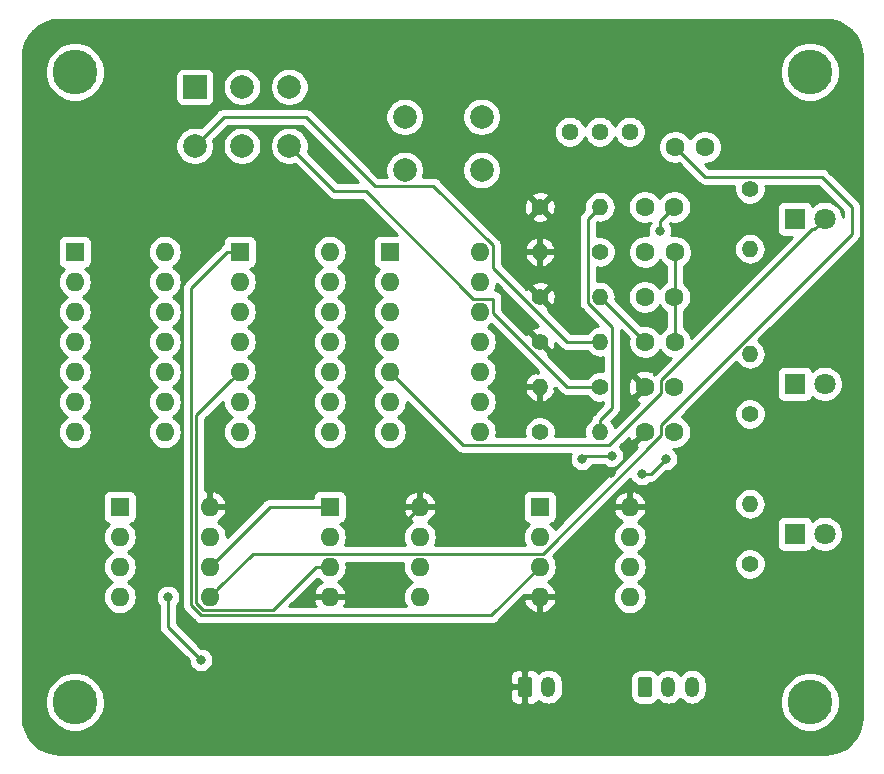
<source format=gbr>
G04 #@! TF.GenerationSoftware,KiCad,Pcbnew,(5.1.2-1)-1*
G04 #@! TF.CreationDate,2019-08-19T15:38:30+10:00*
G04 #@! TF.ProjectId,Clock,436c6f63-6b2e-46b6-9963-61645f706362,v01*
G04 #@! TF.SameCoordinates,Original*
G04 #@! TF.FileFunction,Copper,L2,Bot*
G04 #@! TF.FilePolarity,Positive*
%FSLAX46Y46*%
G04 Gerber Fmt 4.6, Leading zero omitted, Abs format (unit mm)*
G04 Created by KiCad (PCBNEW (5.1.2-1)-1) date 2019-08-19 15:38:30*
%MOMM*%
%LPD*%
G04 APERTURE LIST*
%ADD10C,3.790000*%
%ADD11C,1.600000*%
%ADD12R,1.800000X1.800000*%
%ADD13C,1.800000*%
%ADD14C,0.100000*%
%ADD15C,1.200000*%
%ADD16O,1.200000X1.750000*%
%ADD17O,1.400000X1.400000*%
%ADD18C,1.400000*%
%ADD19C,1.440000*%
%ADD20C,2.000000*%
%ADD21R,2.000000X2.000000*%
%ADD22O,1.600000X1.600000*%
%ADD23R,1.600000X1.600000*%
%ADD24C,0.800000*%
%ADD25C,0.250000*%
%ADD26C,0.254000*%
G04 APERTURE END LIST*
D10*
X116332000Y-118110000D03*
X116332000Y-64770000D03*
X178562000Y-64770000D03*
X178562000Y-118110000D03*
D11*
X164592000Y-76200000D03*
X167092000Y-76200000D03*
X167132000Y-80010000D03*
X164632000Y-80010000D03*
X164592000Y-83820000D03*
X167092000Y-83820000D03*
X167132000Y-87630000D03*
X164632000Y-87630000D03*
X164592000Y-91440000D03*
X167092000Y-91440000D03*
X167092000Y-95250000D03*
X164592000Y-95250000D03*
X167172000Y-71120000D03*
X169672000Y-71120000D03*
D12*
X177292000Y-103886000D03*
D13*
X179832000Y-103886000D03*
D12*
X177292000Y-77216000D03*
D13*
X179832000Y-77216000D03*
X179832000Y-91186000D03*
D12*
X177292000Y-91186000D03*
D14*
G36*
X154806505Y-115966204D02*
G01*
X154830773Y-115969804D01*
X154854572Y-115975765D01*
X154877671Y-115984030D01*
X154899850Y-115994520D01*
X154920893Y-116007132D01*
X154940599Y-116021747D01*
X154958777Y-116038223D01*
X154975253Y-116056401D01*
X154989868Y-116076107D01*
X155002480Y-116097150D01*
X155012970Y-116119329D01*
X155021235Y-116142428D01*
X155027196Y-116166227D01*
X155030796Y-116190495D01*
X155032000Y-116214999D01*
X155032000Y-117465001D01*
X155030796Y-117489505D01*
X155027196Y-117513773D01*
X155021235Y-117537572D01*
X155012970Y-117560671D01*
X155002480Y-117582850D01*
X154989868Y-117603893D01*
X154975253Y-117623599D01*
X154958777Y-117641777D01*
X154940599Y-117658253D01*
X154920893Y-117672868D01*
X154899850Y-117685480D01*
X154877671Y-117695970D01*
X154854572Y-117704235D01*
X154830773Y-117710196D01*
X154806505Y-117713796D01*
X154782001Y-117715000D01*
X154081999Y-117715000D01*
X154057495Y-117713796D01*
X154033227Y-117710196D01*
X154009428Y-117704235D01*
X153986329Y-117695970D01*
X153964150Y-117685480D01*
X153943107Y-117672868D01*
X153923401Y-117658253D01*
X153905223Y-117641777D01*
X153888747Y-117623599D01*
X153874132Y-117603893D01*
X153861520Y-117582850D01*
X153851030Y-117560671D01*
X153842765Y-117537572D01*
X153836804Y-117513773D01*
X153833204Y-117489505D01*
X153832000Y-117465001D01*
X153832000Y-116214999D01*
X153833204Y-116190495D01*
X153836804Y-116166227D01*
X153842765Y-116142428D01*
X153851030Y-116119329D01*
X153861520Y-116097150D01*
X153874132Y-116076107D01*
X153888747Y-116056401D01*
X153905223Y-116038223D01*
X153923401Y-116021747D01*
X153943107Y-116007132D01*
X153964150Y-115994520D01*
X153986329Y-115984030D01*
X154009428Y-115975765D01*
X154033227Y-115969804D01*
X154057495Y-115966204D01*
X154081999Y-115965000D01*
X154782001Y-115965000D01*
X154806505Y-115966204D01*
X154806505Y-115966204D01*
G37*
D15*
X154432000Y-116840000D03*
D16*
X156432000Y-116840000D03*
D14*
G36*
X164966505Y-115966204D02*
G01*
X164990773Y-115969804D01*
X165014572Y-115975765D01*
X165037671Y-115984030D01*
X165059850Y-115994520D01*
X165080893Y-116007132D01*
X165100599Y-116021747D01*
X165118777Y-116038223D01*
X165135253Y-116056401D01*
X165149868Y-116076107D01*
X165162480Y-116097150D01*
X165172970Y-116119329D01*
X165181235Y-116142428D01*
X165187196Y-116166227D01*
X165190796Y-116190495D01*
X165192000Y-116214999D01*
X165192000Y-117465001D01*
X165190796Y-117489505D01*
X165187196Y-117513773D01*
X165181235Y-117537572D01*
X165172970Y-117560671D01*
X165162480Y-117582850D01*
X165149868Y-117603893D01*
X165135253Y-117623599D01*
X165118777Y-117641777D01*
X165100599Y-117658253D01*
X165080893Y-117672868D01*
X165059850Y-117685480D01*
X165037671Y-117695970D01*
X165014572Y-117704235D01*
X164990773Y-117710196D01*
X164966505Y-117713796D01*
X164942001Y-117715000D01*
X164241999Y-117715000D01*
X164217495Y-117713796D01*
X164193227Y-117710196D01*
X164169428Y-117704235D01*
X164146329Y-117695970D01*
X164124150Y-117685480D01*
X164103107Y-117672868D01*
X164083401Y-117658253D01*
X164065223Y-117641777D01*
X164048747Y-117623599D01*
X164034132Y-117603893D01*
X164021520Y-117582850D01*
X164011030Y-117560671D01*
X164002765Y-117537572D01*
X163996804Y-117513773D01*
X163993204Y-117489505D01*
X163992000Y-117465001D01*
X163992000Y-116214999D01*
X163993204Y-116190495D01*
X163996804Y-116166227D01*
X164002765Y-116142428D01*
X164011030Y-116119329D01*
X164021520Y-116097150D01*
X164034132Y-116076107D01*
X164048747Y-116056401D01*
X164065223Y-116038223D01*
X164083401Y-116021747D01*
X164103107Y-116007132D01*
X164124150Y-115994520D01*
X164146329Y-115984030D01*
X164169428Y-115975765D01*
X164193227Y-115969804D01*
X164217495Y-115966204D01*
X164241999Y-115965000D01*
X164942001Y-115965000D01*
X164966505Y-115966204D01*
X164966505Y-115966204D01*
G37*
D15*
X164592000Y-116840000D03*
D16*
X166592000Y-116840000D03*
X168592000Y-116840000D03*
D17*
X173482000Y-101346000D03*
D18*
X173482000Y-106426000D03*
D17*
X160782000Y-76200000D03*
D18*
X155702000Y-76200000D03*
X155702000Y-95250000D03*
D17*
X160782000Y-95250000D03*
X173482000Y-79756000D03*
D18*
X173482000Y-74676000D03*
X160782000Y-80010000D03*
D17*
X155702000Y-80010000D03*
D18*
X155702000Y-83820000D03*
D17*
X160782000Y-83820000D03*
D18*
X173482000Y-93726000D03*
D17*
X173482000Y-88646000D03*
X160782000Y-87630000D03*
D18*
X155702000Y-87630000D03*
X160782000Y-91440000D03*
D17*
X155702000Y-91440000D03*
D19*
X163322000Y-69850000D03*
X160782000Y-69850000D03*
X158242000Y-69850000D03*
D20*
X144272000Y-73080000D03*
X144272000Y-68580000D03*
X150772000Y-73080000D03*
X150772000Y-68580000D03*
D21*
X126492000Y-66040000D03*
D20*
X130492000Y-66040000D03*
X134492000Y-66040000D03*
X126492000Y-71040000D03*
X130492000Y-71040000D03*
X134492000Y-71040000D03*
D22*
X150622000Y-80010000D03*
X143002000Y-95250000D03*
X150622000Y-82550000D03*
X143002000Y-92710000D03*
X150622000Y-85090000D03*
X143002000Y-90170000D03*
X150622000Y-87630000D03*
X143002000Y-87630000D03*
X150622000Y-90170000D03*
X143002000Y-85090000D03*
X150622000Y-92710000D03*
X143002000Y-82550000D03*
X150622000Y-95250000D03*
D23*
X143002000Y-80010000D03*
X155702000Y-101600000D03*
D22*
X163322000Y-109220000D03*
X155702000Y-104140000D03*
X163322000Y-106680000D03*
X155702000Y-106680000D03*
X163322000Y-104140000D03*
X155702000Y-109220000D03*
X163322000Y-101600000D03*
D23*
X130302000Y-80010000D03*
D22*
X137922000Y-95250000D03*
X130302000Y-82550000D03*
X137922000Y-92710000D03*
X130302000Y-85090000D03*
X137922000Y-90170000D03*
X130302000Y-87630000D03*
X137922000Y-87630000D03*
X130302000Y-90170000D03*
X137922000Y-85090000D03*
X130302000Y-92710000D03*
X137922000Y-82550000D03*
X130302000Y-95250000D03*
X137922000Y-80010000D03*
D23*
X116332000Y-80010000D03*
D22*
X123952000Y-95250000D03*
X116332000Y-82550000D03*
X123952000Y-92710000D03*
X116332000Y-85090000D03*
X123952000Y-90170000D03*
X116332000Y-87630000D03*
X123952000Y-87630000D03*
X116332000Y-90170000D03*
X123952000Y-85090000D03*
X116332000Y-92710000D03*
X123952000Y-82550000D03*
X116332000Y-95250000D03*
X123952000Y-80010000D03*
D23*
X137922000Y-101600000D03*
D22*
X145542000Y-109220000D03*
X137922000Y-104140000D03*
X145542000Y-106680000D03*
X137922000Y-106680000D03*
X145542000Y-104140000D03*
X137922000Y-109220000D03*
X145542000Y-101600000D03*
X127762000Y-101600000D03*
X120142000Y-109220000D03*
X127762000Y-104140000D03*
X120142000Y-106680000D03*
X127762000Y-106680000D03*
X120142000Y-104140000D03*
X127762000Y-109220000D03*
D23*
X120142000Y-101600000D03*
D24*
X165862000Y-78232000D03*
X166370000Y-97536000D03*
X164338000Y-98806000D03*
X161798000Y-97282000D03*
X159258000Y-97536000D03*
X124206000Y-109220000D03*
X127000000Y-114554000D03*
X137414000Y-117094000D03*
X142748000Y-104394000D03*
X142748000Y-107188000D03*
X162814000Y-96520000D03*
X161736848Y-98744848D03*
D25*
X165862000Y-77430000D02*
X165862000Y-78232000D01*
X167092000Y-76200000D02*
X165862000Y-77430000D01*
X167132000Y-80010000D02*
X167132000Y-87630000D01*
X165100000Y-98806000D02*
X164338000Y-98806000D01*
X166370000Y-97536000D02*
X165100000Y-98806000D01*
X159512000Y-97282000D02*
X159258000Y-97536000D01*
X161798000Y-97282000D02*
X159512000Y-97282000D01*
X132842000Y-101600000D02*
X127762000Y-106680000D01*
X137922000Y-101600000D02*
X132842000Y-101600000D01*
X124206000Y-111760000D02*
X127000000Y-114554000D01*
X124206000Y-109220000D02*
X124206000Y-111760000D01*
X160822000Y-83820000D02*
X160782000Y-83820000D01*
X164632000Y-87630000D02*
X160822000Y-83820000D01*
X145542000Y-101600000D02*
X142748000Y-104394000D01*
X163322000Y-96520000D02*
X164592000Y-95250000D01*
X162814000Y-96520000D02*
X163322000Y-96520000D01*
X162814000Y-97667696D02*
X162814000Y-96520000D01*
X161736848Y-98744848D02*
X162814000Y-97667696D01*
X169702999Y-73650999D02*
X179568999Y-73650999D01*
X167172000Y-71120000D02*
X169702999Y-73650999D01*
X179568999Y-73650999D02*
X182118000Y-76200000D01*
X128561999Y-108420001D02*
X127762000Y-109220000D01*
X155952003Y-105554999D02*
X131427001Y-105554999D01*
X165966999Y-95540003D02*
X155952003Y-105554999D01*
X131427001Y-105554999D02*
X128561999Y-108420001D01*
X165966999Y-94637001D02*
X165966999Y-95540003D01*
X182118000Y-78486000D02*
X165966999Y-94637001D01*
X182118000Y-76200000D02*
X182118000Y-78486000D01*
X129252000Y-80010000D02*
X130302000Y-80010000D01*
X126186989Y-83075011D02*
X129252000Y-80010000D01*
X126186989Y-109946401D02*
X126186989Y-83075011D01*
X127035598Y-110795010D02*
X126186989Y-109946401D01*
X151586990Y-110795010D02*
X127035598Y-110795010D01*
X155702000Y-106680000D02*
X151586990Y-110795010D01*
X165966999Y-90899999D02*
X178750999Y-78115999D01*
X165966999Y-91980001D02*
X165966999Y-90899999D01*
X161571999Y-96375001D02*
X165966999Y-91980001D01*
X178932001Y-78115999D02*
X179832000Y-77216000D01*
X149207001Y-96375001D02*
X161571999Y-96375001D01*
X178750999Y-78115999D02*
X178932001Y-78115999D01*
X143002000Y-90170000D02*
X149207001Y-96375001D01*
X129502001Y-90969999D02*
X130302000Y-90170000D01*
X126636999Y-93835001D02*
X129502001Y-90969999D01*
X126636999Y-109760001D02*
X126636999Y-93835001D01*
X127221999Y-110345001D02*
X126636999Y-109760001D01*
X133125629Y-110345001D02*
X127221999Y-110345001D01*
X136790630Y-106680000D02*
X133125629Y-110345001D01*
X137922000Y-106680000D02*
X136790630Y-106680000D01*
X160082001Y-76899999D02*
X160782000Y-76200000D01*
X159756999Y-77225001D02*
X160082001Y-76899999D01*
X161807001Y-86362003D02*
X159756999Y-84312001D01*
X161807001Y-93235050D02*
X161807001Y-86362003D01*
X159756999Y-84312001D02*
X159756999Y-77225001D01*
X160782000Y-94260051D02*
X161807001Y-93235050D01*
X160782000Y-95250000D02*
X160782000Y-94260051D01*
X151747001Y-79469999D02*
X146682003Y-74405001D01*
X151747001Y-81382003D02*
X151747001Y-79469999D01*
X146682003Y-74405001D02*
X141715001Y-74405001D01*
X157994998Y-87630000D02*
X151747001Y-81382003D01*
X160782000Y-87630000D02*
X157994998Y-87630000D01*
X141715001Y-74405001D02*
X135890000Y-68580000D01*
X128952000Y-68580000D02*
X126492000Y-71040000D01*
X135890000Y-68580000D02*
X128952000Y-68580000D01*
X159792051Y-91440000D02*
X160782000Y-91440000D01*
X151782999Y-85228001D02*
X157994998Y-91440000D01*
X157994998Y-91440000D02*
X159792051Y-91440000D01*
X151782999Y-83964999D02*
X151782999Y-85228001D01*
X150081999Y-83964999D02*
X151782999Y-83964999D01*
X140972011Y-74855011D02*
X150081999Y-83964999D01*
X138307011Y-74855011D02*
X140972011Y-74855011D01*
X134492000Y-71040000D02*
X138307011Y-74855011D01*
D26*
G36*
X180443222Y-60413096D02*
G01*
X181031164Y-60590606D01*
X181573436Y-60878937D01*
X182049364Y-61267094D01*
X182440845Y-61740314D01*
X182732951Y-62280552D01*
X182914563Y-62867244D01*
X182982001Y-63508888D01*
X182982000Y-119347721D01*
X182918904Y-119991221D01*
X182741394Y-120579164D01*
X182453063Y-121121436D01*
X182064906Y-121597364D01*
X181591686Y-121988845D01*
X181051449Y-122280950D01*
X180464756Y-122462563D01*
X179823130Y-122530000D01*
X115094279Y-122530000D01*
X114450779Y-122466904D01*
X113862836Y-122289394D01*
X113320564Y-122001063D01*
X112844636Y-121612906D01*
X112453155Y-121139686D01*
X112161050Y-120599449D01*
X111979437Y-120012756D01*
X111912000Y-119371130D01*
X111912000Y-117860817D01*
X113802000Y-117860817D01*
X113802000Y-118359183D01*
X113899226Y-118847974D01*
X114089943Y-119308405D01*
X114366820Y-119722781D01*
X114719219Y-120075180D01*
X115133595Y-120352057D01*
X115594026Y-120542774D01*
X116082817Y-120640000D01*
X116581183Y-120640000D01*
X117069974Y-120542774D01*
X117530405Y-120352057D01*
X117944781Y-120075180D01*
X118297180Y-119722781D01*
X118574057Y-119308405D01*
X118764774Y-118847974D01*
X118862000Y-118359183D01*
X118862000Y-117860817D01*
X118832996Y-117715000D01*
X153193928Y-117715000D01*
X153206188Y-117839482D01*
X153242498Y-117959180D01*
X153301463Y-118069494D01*
X153380815Y-118166185D01*
X153477506Y-118245537D01*
X153587820Y-118304502D01*
X153707518Y-118340812D01*
X153832000Y-118353072D01*
X154146250Y-118350000D01*
X154305000Y-118191250D01*
X154305000Y-116967000D01*
X153355750Y-116967000D01*
X153197000Y-117125750D01*
X153193928Y-117715000D01*
X118832996Y-117715000D01*
X118764774Y-117372026D01*
X118574057Y-116911595D01*
X118297180Y-116497219D01*
X117944781Y-116144820D01*
X117675662Y-115965000D01*
X153193928Y-115965000D01*
X153197000Y-116554250D01*
X153355750Y-116713000D01*
X154305000Y-116713000D01*
X154305000Y-115488750D01*
X154559000Y-115488750D01*
X154559000Y-116713000D01*
X154579000Y-116713000D01*
X154579000Y-116967000D01*
X154559000Y-116967000D01*
X154559000Y-118191250D01*
X154717750Y-118350000D01*
X155032000Y-118353072D01*
X155156482Y-118340812D01*
X155276180Y-118304502D01*
X155386494Y-118245537D01*
X155483185Y-118166185D01*
X155562537Y-118069494D01*
X155588692Y-118020563D01*
X155742552Y-118146833D01*
X155957100Y-118261511D01*
X156189899Y-118332130D01*
X156432000Y-118355975D01*
X156674102Y-118332130D01*
X156906901Y-118261511D01*
X157121449Y-118146833D01*
X157309502Y-117992502D01*
X157463833Y-117804449D01*
X157578511Y-117589900D01*
X157649130Y-117357101D01*
X157667000Y-117175664D01*
X157667000Y-116504335D01*
X157649130Y-116322898D01*
X157616400Y-116214999D01*
X163353928Y-116214999D01*
X163353928Y-117465001D01*
X163370992Y-117638255D01*
X163421528Y-117804851D01*
X163503595Y-117958387D01*
X163614038Y-118092962D01*
X163748613Y-118203405D01*
X163902149Y-118285472D01*
X164068745Y-118336008D01*
X164241999Y-118353072D01*
X164942001Y-118353072D01*
X165115255Y-118336008D01*
X165281851Y-118285472D01*
X165435387Y-118203405D01*
X165569962Y-118092962D01*
X165680405Y-117958387D01*
X165682810Y-117953888D01*
X165714499Y-117992502D01*
X165902552Y-118146833D01*
X166117100Y-118261511D01*
X166349899Y-118332130D01*
X166592000Y-118355975D01*
X166834102Y-118332130D01*
X167066901Y-118261511D01*
X167281449Y-118146833D01*
X167469502Y-117992502D01*
X167592001Y-117843237D01*
X167714499Y-117992502D01*
X167902552Y-118146833D01*
X168117100Y-118261511D01*
X168349899Y-118332130D01*
X168592000Y-118355975D01*
X168834102Y-118332130D01*
X169066901Y-118261511D01*
X169281449Y-118146833D01*
X169469502Y-117992502D01*
X169577573Y-117860817D01*
X176032000Y-117860817D01*
X176032000Y-118359183D01*
X176129226Y-118847974D01*
X176319943Y-119308405D01*
X176596820Y-119722781D01*
X176949219Y-120075180D01*
X177363595Y-120352057D01*
X177824026Y-120542774D01*
X178312817Y-120640000D01*
X178811183Y-120640000D01*
X179299974Y-120542774D01*
X179760405Y-120352057D01*
X180174781Y-120075180D01*
X180527180Y-119722781D01*
X180804057Y-119308405D01*
X180994774Y-118847974D01*
X181092000Y-118359183D01*
X181092000Y-117860817D01*
X180994774Y-117372026D01*
X180804057Y-116911595D01*
X180527180Y-116497219D01*
X180174781Y-116144820D01*
X179760405Y-115867943D01*
X179299974Y-115677226D01*
X178811183Y-115580000D01*
X178312817Y-115580000D01*
X177824026Y-115677226D01*
X177363595Y-115867943D01*
X176949219Y-116144820D01*
X176596820Y-116497219D01*
X176319943Y-116911595D01*
X176129226Y-117372026D01*
X176032000Y-117860817D01*
X169577573Y-117860817D01*
X169623833Y-117804449D01*
X169738511Y-117589900D01*
X169809130Y-117357101D01*
X169827000Y-117175664D01*
X169827000Y-116504335D01*
X169809130Y-116322898D01*
X169738511Y-116090099D01*
X169623833Y-115875551D01*
X169469502Y-115687498D01*
X169281448Y-115533167D01*
X169066900Y-115418489D01*
X168834101Y-115347870D01*
X168592000Y-115324025D01*
X168349898Y-115347870D01*
X168117099Y-115418489D01*
X167902551Y-115533167D01*
X167714498Y-115687498D01*
X167592000Y-115836763D01*
X167469502Y-115687498D01*
X167281448Y-115533167D01*
X167066900Y-115418489D01*
X166834101Y-115347870D01*
X166592000Y-115324025D01*
X166349898Y-115347870D01*
X166117099Y-115418489D01*
X165902551Y-115533167D01*
X165714498Y-115687498D01*
X165682809Y-115726111D01*
X165680405Y-115721613D01*
X165569962Y-115587038D01*
X165435387Y-115476595D01*
X165281851Y-115394528D01*
X165115255Y-115343992D01*
X164942001Y-115326928D01*
X164241999Y-115326928D01*
X164068745Y-115343992D01*
X163902149Y-115394528D01*
X163748613Y-115476595D01*
X163614038Y-115587038D01*
X163503595Y-115721613D01*
X163421528Y-115875149D01*
X163370992Y-116041745D01*
X163353928Y-116214999D01*
X157616400Y-116214999D01*
X157578511Y-116090099D01*
X157463833Y-115875551D01*
X157309502Y-115687498D01*
X157121448Y-115533167D01*
X156906900Y-115418489D01*
X156674101Y-115347870D01*
X156432000Y-115324025D01*
X156189898Y-115347870D01*
X155957099Y-115418489D01*
X155742551Y-115533167D01*
X155588691Y-115659436D01*
X155562537Y-115610506D01*
X155483185Y-115513815D01*
X155386494Y-115434463D01*
X155276180Y-115375498D01*
X155156482Y-115339188D01*
X155032000Y-115326928D01*
X154717750Y-115330000D01*
X154559000Y-115488750D01*
X154305000Y-115488750D01*
X154146250Y-115330000D01*
X153832000Y-115326928D01*
X153707518Y-115339188D01*
X153587820Y-115375498D01*
X153477506Y-115434463D01*
X153380815Y-115513815D01*
X153301463Y-115610506D01*
X153242498Y-115720820D01*
X153206188Y-115840518D01*
X153193928Y-115965000D01*
X117675662Y-115965000D01*
X117530405Y-115867943D01*
X117069974Y-115677226D01*
X116581183Y-115580000D01*
X116082817Y-115580000D01*
X115594026Y-115677226D01*
X115133595Y-115867943D01*
X114719219Y-116144820D01*
X114366820Y-116497219D01*
X114089943Y-116911595D01*
X113899226Y-117372026D01*
X113802000Y-117860817D01*
X111912000Y-117860817D01*
X111912000Y-104140000D01*
X118700057Y-104140000D01*
X118727764Y-104421309D01*
X118809818Y-104691808D01*
X118943068Y-104941101D01*
X119122392Y-105159608D01*
X119340899Y-105338932D01*
X119473858Y-105410000D01*
X119340899Y-105481068D01*
X119122392Y-105660392D01*
X118943068Y-105878899D01*
X118809818Y-106128192D01*
X118727764Y-106398691D01*
X118700057Y-106680000D01*
X118727764Y-106961309D01*
X118809818Y-107231808D01*
X118943068Y-107481101D01*
X119122392Y-107699608D01*
X119340899Y-107878932D01*
X119473858Y-107950000D01*
X119340899Y-108021068D01*
X119122392Y-108200392D01*
X118943068Y-108418899D01*
X118809818Y-108668192D01*
X118727764Y-108938691D01*
X118700057Y-109220000D01*
X118727764Y-109501309D01*
X118809818Y-109771808D01*
X118943068Y-110021101D01*
X119122392Y-110239608D01*
X119340899Y-110418932D01*
X119590192Y-110552182D01*
X119860691Y-110634236D01*
X120071508Y-110655000D01*
X120212492Y-110655000D01*
X120423309Y-110634236D01*
X120693808Y-110552182D01*
X120943101Y-110418932D01*
X121161608Y-110239608D01*
X121340932Y-110021101D01*
X121474182Y-109771808D01*
X121556236Y-109501309D01*
X121583943Y-109220000D01*
X121573903Y-109118061D01*
X123171000Y-109118061D01*
X123171000Y-109321939D01*
X123210774Y-109521898D01*
X123288795Y-109710256D01*
X123402063Y-109879774D01*
X123446000Y-109923711D01*
X123446001Y-111722668D01*
X123442324Y-111760000D01*
X123456998Y-111908985D01*
X123500454Y-112052246D01*
X123571026Y-112184276D01*
X123642201Y-112271002D01*
X123666000Y-112300001D01*
X123694998Y-112323799D01*
X125965000Y-114593802D01*
X125965000Y-114655939D01*
X126004774Y-114855898D01*
X126082795Y-115044256D01*
X126196063Y-115213774D01*
X126340226Y-115357937D01*
X126509744Y-115471205D01*
X126698102Y-115549226D01*
X126898061Y-115589000D01*
X127101939Y-115589000D01*
X127301898Y-115549226D01*
X127490256Y-115471205D01*
X127659774Y-115357937D01*
X127803937Y-115213774D01*
X127917205Y-115044256D01*
X127995226Y-114855898D01*
X128035000Y-114655939D01*
X128035000Y-114452061D01*
X127995226Y-114252102D01*
X127917205Y-114063744D01*
X127803937Y-113894226D01*
X127659774Y-113750063D01*
X127490256Y-113636795D01*
X127301898Y-113558774D01*
X127101939Y-113519000D01*
X127039802Y-113519000D01*
X124966000Y-111445199D01*
X124966000Y-109923711D01*
X125009937Y-109879774D01*
X125123205Y-109710256D01*
X125201226Y-109521898D01*
X125241000Y-109321939D01*
X125241000Y-109118061D01*
X125201226Y-108918102D01*
X125123205Y-108729744D01*
X125009937Y-108560226D01*
X124865774Y-108416063D01*
X124696256Y-108302795D01*
X124507898Y-108224774D01*
X124307939Y-108185000D01*
X124104061Y-108185000D01*
X123904102Y-108224774D01*
X123715744Y-108302795D01*
X123546226Y-108416063D01*
X123402063Y-108560226D01*
X123288795Y-108729744D01*
X123210774Y-108918102D01*
X123171000Y-109118061D01*
X121573903Y-109118061D01*
X121556236Y-108938691D01*
X121474182Y-108668192D01*
X121340932Y-108418899D01*
X121161608Y-108200392D01*
X120943101Y-108021068D01*
X120810142Y-107950000D01*
X120943101Y-107878932D01*
X121161608Y-107699608D01*
X121340932Y-107481101D01*
X121474182Y-107231808D01*
X121556236Y-106961309D01*
X121583943Y-106680000D01*
X121556236Y-106398691D01*
X121474182Y-106128192D01*
X121340932Y-105878899D01*
X121161608Y-105660392D01*
X120943101Y-105481068D01*
X120810142Y-105410000D01*
X120943101Y-105338932D01*
X121161608Y-105159608D01*
X121340932Y-104941101D01*
X121474182Y-104691808D01*
X121556236Y-104421309D01*
X121583943Y-104140000D01*
X121556236Y-103858691D01*
X121474182Y-103588192D01*
X121340932Y-103338899D01*
X121161608Y-103120392D01*
X121048518Y-103027581D01*
X121066482Y-103025812D01*
X121186180Y-102989502D01*
X121296494Y-102930537D01*
X121393185Y-102851185D01*
X121472537Y-102754494D01*
X121531502Y-102644180D01*
X121567812Y-102524482D01*
X121580072Y-102400000D01*
X121580072Y-100800000D01*
X121567812Y-100675518D01*
X121531502Y-100555820D01*
X121472537Y-100445506D01*
X121393185Y-100348815D01*
X121296494Y-100269463D01*
X121186180Y-100210498D01*
X121066482Y-100174188D01*
X120942000Y-100161928D01*
X119342000Y-100161928D01*
X119217518Y-100174188D01*
X119097820Y-100210498D01*
X118987506Y-100269463D01*
X118890815Y-100348815D01*
X118811463Y-100445506D01*
X118752498Y-100555820D01*
X118716188Y-100675518D01*
X118703928Y-100800000D01*
X118703928Y-102400000D01*
X118716188Y-102524482D01*
X118752498Y-102644180D01*
X118811463Y-102754494D01*
X118890815Y-102851185D01*
X118987506Y-102930537D01*
X119097820Y-102989502D01*
X119217518Y-103025812D01*
X119235482Y-103027581D01*
X119122392Y-103120392D01*
X118943068Y-103338899D01*
X118809818Y-103588192D01*
X118727764Y-103858691D01*
X118700057Y-104140000D01*
X111912000Y-104140000D01*
X111912000Y-82550000D01*
X114890057Y-82550000D01*
X114917764Y-82831309D01*
X114999818Y-83101808D01*
X115133068Y-83351101D01*
X115312392Y-83569608D01*
X115530899Y-83748932D01*
X115663858Y-83820000D01*
X115530899Y-83891068D01*
X115312392Y-84070392D01*
X115133068Y-84288899D01*
X114999818Y-84538192D01*
X114917764Y-84808691D01*
X114890057Y-85090000D01*
X114917764Y-85371309D01*
X114999818Y-85641808D01*
X115133068Y-85891101D01*
X115312392Y-86109608D01*
X115530899Y-86288932D01*
X115663858Y-86360000D01*
X115530899Y-86431068D01*
X115312392Y-86610392D01*
X115133068Y-86828899D01*
X114999818Y-87078192D01*
X114917764Y-87348691D01*
X114890057Y-87630000D01*
X114917764Y-87911309D01*
X114999818Y-88181808D01*
X115133068Y-88431101D01*
X115312392Y-88649608D01*
X115530899Y-88828932D01*
X115663858Y-88900000D01*
X115530899Y-88971068D01*
X115312392Y-89150392D01*
X115133068Y-89368899D01*
X114999818Y-89618192D01*
X114917764Y-89888691D01*
X114890057Y-90170000D01*
X114917764Y-90451309D01*
X114999818Y-90721808D01*
X115133068Y-90971101D01*
X115312392Y-91189608D01*
X115530899Y-91368932D01*
X115663858Y-91440000D01*
X115530899Y-91511068D01*
X115312392Y-91690392D01*
X115133068Y-91908899D01*
X114999818Y-92158192D01*
X114917764Y-92428691D01*
X114890057Y-92710000D01*
X114917764Y-92991309D01*
X114999818Y-93261808D01*
X115133068Y-93511101D01*
X115312392Y-93729608D01*
X115530899Y-93908932D01*
X115663858Y-93980000D01*
X115530899Y-94051068D01*
X115312392Y-94230392D01*
X115133068Y-94448899D01*
X114999818Y-94698192D01*
X114917764Y-94968691D01*
X114890057Y-95250000D01*
X114917764Y-95531309D01*
X114999818Y-95801808D01*
X115133068Y-96051101D01*
X115312392Y-96269608D01*
X115530899Y-96448932D01*
X115780192Y-96582182D01*
X116050691Y-96664236D01*
X116261508Y-96685000D01*
X116402492Y-96685000D01*
X116613309Y-96664236D01*
X116883808Y-96582182D01*
X117133101Y-96448932D01*
X117351608Y-96269608D01*
X117530932Y-96051101D01*
X117664182Y-95801808D01*
X117746236Y-95531309D01*
X117773943Y-95250000D01*
X117746236Y-94968691D01*
X117664182Y-94698192D01*
X117530932Y-94448899D01*
X117351608Y-94230392D01*
X117133101Y-94051068D01*
X117000142Y-93980000D01*
X117133101Y-93908932D01*
X117351608Y-93729608D01*
X117530932Y-93511101D01*
X117664182Y-93261808D01*
X117746236Y-92991309D01*
X117773943Y-92710000D01*
X117746236Y-92428691D01*
X117664182Y-92158192D01*
X117530932Y-91908899D01*
X117351608Y-91690392D01*
X117133101Y-91511068D01*
X117000142Y-91440000D01*
X117133101Y-91368932D01*
X117351608Y-91189608D01*
X117530932Y-90971101D01*
X117664182Y-90721808D01*
X117746236Y-90451309D01*
X117773943Y-90170000D01*
X117746236Y-89888691D01*
X117664182Y-89618192D01*
X117530932Y-89368899D01*
X117351608Y-89150392D01*
X117133101Y-88971068D01*
X117000142Y-88900000D01*
X117133101Y-88828932D01*
X117351608Y-88649608D01*
X117530932Y-88431101D01*
X117664182Y-88181808D01*
X117746236Y-87911309D01*
X117773943Y-87630000D01*
X117746236Y-87348691D01*
X117664182Y-87078192D01*
X117530932Y-86828899D01*
X117351608Y-86610392D01*
X117133101Y-86431068D01*
X117000142Y-86360000D01*
X117133101Y-86288932D01*
X117351608Y-86109608D01*
X117530932Y-85891101D01*
X117664182Y-85641808D01*
X117746236Y-85371309D01*
X117773943Y-85090000D01*
X117746236Y-84808691D01*
X117664182Y-84538192D01*
X117530932Y-84288899D01*
X117351608Y-84070392D01*
X117133101Y-83891068D01*
X117000142Y-83820000D01*
X117133101Y-83748932D01*
X117351608Y-83569608D01*
X117530932Y-83351101D01*
X117664182Y-83101808D01*
X117746236Y-82831309D01*
X117773943Y-82550000D01*
X117746236Y-82268691D01*
X117664182Y-81998192D01*
X117530932Y-81748899D01*
X117351608Y-81530392D01*
X117238518Y-81437581D01*
X117256482Y-81435812D01*
X117376180Y-81399502D01*
X117486494Y-81340537D01*
X117583185Y-81261185D01*
X117662537Y-81164494D01*
X117721502Y-81054180D01*
X117757812Y-80934482D01*
X117770072Y-80810000D01*
X117770072Y-80010000D01*
X122510057Y-80010000D01*
X122537764Y-80291309D01*
X122619818Y-80561808D01*
X122753068Y-80811101D01*
X122932392Y-81029608D01*
X123150899Y-81208932D01*
X123283858Y-81280000D01*
X123150899Y-81351068D01*
X122932392Y-81530392D01*
X122753068Y-81748899D01*
X122619818Y-81998192D01*
X122537764Y-82268691D01*
X122510057Y-82550000D01*
X122537764Y-82831309D01*
X122619818Y-83101808D01*
X122753068Y-83351101D01*
X122932392Y-83569608D01*
X123150899Y-83748932D01*
X123283858Y-83820000D01*
X123150899Y-83891068D01*
X122932392Y-84070392D01*
X122753068Y-84288899D01*
X122619818Y-84538192D01*
X122537764Y-84808691D01*
X122510057Y-85090000D01*
X122537764Y-85371309D01*
X122619818Y-85641808D01*
X122753068Y-85891101D01*
X122932392Y-86109608D01*
X123150899Y-86288932D01*
X123283858Y-86360000D01*
X123150899Y-86431068D01*
X122932392Y-86610392D01*
X122753068Y-86828899D01*
X122619818Y-87078192D01*
X122537764Y-87348691D01*
X122510057Y-87630000D01*
X122537764Y-87911309D01*
X122619818Y-88181808D01*
X122753068Y-88431101D01*
X122932392Y-88649608D01*
X123150899Y-88828932D01*
X123283858Y-88900000D01*
X123150899Y-88971068D01*
X122932392Y-89150392D01*
X122753068Y-89368899D01*
X122619818Y-89618192D01*
X122537764Y-89888691D01*
X122510057Y-90170000D01*
X122537764Y-90451309D01*
X122619818Y-90721808D01*
X122753068Y-90971101D01*
X122932392Y-91189608D01*
X123150899Y-91368932D01*
X123283858Y-91440000D01*
X123150899Y-91511068D01*
X122932392Y-91690392D01*
X122753068Y-91908899D01*
X122619818Y-92158192D01*
X122537764Y-92428691D01*
X122510057Y-92710000D01*
X122537764Y-92991309D01*
X122619818Y-93261808D01*
X122753068Y-93511101D01*
X122932392Y-93729608D01*
X123150899Y-93908932D01*
X123283858Y-93980000D01*
X123150899Y-94051068D01*
X122932392Y-94230392D01*
X122753068Y-94448899D01*
X122619818Y-94698192D01*
X122537764Y-94968691D01*
X122510057Y-95250000D01*
X122537764Y-95531309D01*
X122619818Y-95801808D01*
X122753068Y-96051101D01*
X122932392Y-96269608D01*
X123150899Y-96448932D01*
X123400192Y-96582182D01*
X123670691Y-96664236D01*
X123881508Y-96685000D01*
X124022492Y-96685000D01*
X124233309Y-96664236D01*
X124503808Y-96582182D01*
X124753101Y-96448932D01*
X124971608Y-96269608D01*
X125150932Y-96051101D01*
X125284182Y-95801808D01*
X125366236Y-95531309D01*
X125393943Y-95250000D01*
X125366236Y-94968691D01*
X125284182Y-94698192D01*
X125150932Y-94448899D01*
X124971608Y-94230392D01*
X124753101Y-94051068D01*
X124620142Y-93980000D01*
X124753101Y-93908932D01*
X124971608Y-93729608D01*
X125150932Y-93511101D01*
X125284182Y-93261808D01*
X125366236Y-92991309D01*
X125393943Y-92710000D01*
X125366236Y-92428691D01*
X125284182Y-92158192D01*
X125150932Y-91908899D01*
X124971608Y-91690392D01*
X124753101Y-91511068D01*
X124620142Y-91440000D01*
X124753101Y-91368932D01*
X124971608Y-91189608D01*
X125150932Y-90971101D01*
X125284182Y-90721808D01*
X125366236Y-90451309D01*
X125393943Y-90170000D01*
X125366236Y-89888691D01*
X125284182Y-89618192D01*
X125150932Y-89368899D01*
X124971608Y-89150392D01*
X124753101Y-88971068D01*
X124620142Y-88900000D01*
X124753101Y-88828932D01*
X124971608Y-88649608D01*
X125150932Y-88431101D01*
X125284182Y-88181808D01*
X125366236Y-87911309D01*
X125393943Y-87630000D01*
X125366236Y-87348691D01*
X125284182Y-87078192D01*
X125150932Y-86828899D01*
X124971608Y-86610392D01*
X124753101Y-86431068D01*
X124620142Y-86360000D01*
X124753101Y-86288932D01*
X124971608Y-86109608D01*
X125150932Y-85891101D01*
X125284182Y-85641808D01*
X125366236Y-85371309D01*
X125393943Y-85090000D01*
X125366236Y-84808691D01*
X125284182Y-84538192D01*
X125150932Y-84288899D01*
X124971608Y-84070392D01*
X124753101Y-83891068D01*
X124620142Y-83820000D01*
X124753101Y-83748932D01*
X124971608Y-83569608D01*
X125150932Y-83351101D01*
X125284182Y-83101808D01*
X125366236Y-82831309D01*
X125393943Y-82550000D01*
X125366236Y-82268691D01*
X125284182Y-81998192D01*
X125150932Y-81748899D01*
X124971608Y-81530392D01*
X124753101Y-81351068D01*
X124620142Y-81280000D01*
X124753101Y-81208932D01*
X124971608Y-81029608D01*
X125150932Y-80811101D01*
X125284182Y-80561808D01*
X125366236Y-80291309D01*
X125393943Y-80010000D01*
X125366236Y-79728691D01*
X125284182Y-79458192D01*
X125150932Y-79208899D01*
X124971608Y-78990392D01*
X124753101Y-78811068D01*
X124503808Y-78677818D01*
X124233309Y-78595764D01*
X124022492Y-78575000D01*
X123881508Y-78575000D01*
X123670691Y-78595764D01*
X123400192Y-78677818D01*
X123150899Y-78811068D01*
X122932392Y-78990392D01*
X122753068Y-79208899D01*
X122619818Y-79458192D01*
X122537764Y-79728691D01*
X122510057Y-80010000D01*
X117770072Y-80010000D01*
X117770072Y-79210000D01*
X117757812Y-79085518D01*
X117721502Y-78965820D01*
X117662537Y-78855506D01*
X117583185Y-78758815D01*
X117486494Y-78679463D01*
X117376180Y-78620498D01*
X117256482Y-78584188D01*
X117132000Y-78571928D01*
X115532000Y-78571928D01*
X115407518Y-78584188D01*
X115287820Y-78620498D01*
X115177506Y-78679463D01*
X115080815Y-78758815D01*
X115001463Y-78855506D01*
X114942498Y-78965820D01*
X114906188Y-79085518D01*
X114893928Y-79210000D01*
X114893928Y-80810000D01*
X114906188Y-80934482D01*
X114942498Y-81054180D01*
X115001463Y-81164494D01*
X115080815Y-81261185D01*
X115177506Y-81340537D01*
X115287820Y-81399502D01*
X115407518Y-81435812D01*
X115425482Y-81437581D01*
X115312392Y-81530392D01*
X115133068Y-81748899D01*
X114999818Y-81998192D01*
X114917764Y-82268691D01*
X114890057Y-82550000D01*
X111912000Y-82550000D01*
X111912000Y-70878967D01*
X124857000Y-70878967D01*
X124857000Y-71201033D01*
X124919832Y-71516912D01*
X125043082Y-71814463D01*
X125222013Y-72082252D01*
X125449748Y-72309987D01*
X125717537Y-72488918D01*
X126015088Y-72612168D01*
X126330967Y-72675000D01*
X126653033Y-72675000D01*
X126968912Y-72612168D01*
X127266463Y-72488918D01*
X127534252Y-72309987D01*
X127761987Y-72082252D01*
X127940918Y-71814463D01*
X128064168Y-71516912D01*
X128127000Y-71201033D01*
X128127000Y-70878967D01*
X128857000Y-70878967D01*
X128857000Y-71201033D01*
X128919832Y-71516912D01*
X129043082Y-71814463D01*
X129222013Y-72082252D01*
X129449748Y-72309987D01*
X129717537Y-72488918D01*
X130015088Y-72612168D01*
X130330967Y-72675000D01*
X130653033Y-72675000D01*
X130968912Y-72612168D01*
X131266463Y-72488918D01*
X131534252Y-72309987D01*
X131761987Y-72082252D01*
X131940918Y-71814463D01*
X132064168Y-71516912D01*
X132127000Y-71201033D01*
X132127000Y-70878967D01*
X132064168Y-70563088D01*
X131940918Y-70265537D01*
X131761987Y-69997748D01*
X131534252Y-69770013D01*
X131266463Y-69591082D01*
X130968912Y-69467832D01*
X130653033Y-69405000D01*
X130330967Y-69405000D01*
X130015088Y-69467832D01*
X129717537Y-69591082D01*
X129449748Y-69770013D01*
X129222013Y-69997748D01*
X129043082Y-70265537D01*
X128919832Y-70563088D01*
X128857000Y-70878967D01*
X128127000Y-70878967D01*
X128064168Y-70563088D01*
X128058177Y-70548624D01*
X129266802Y-69340000D01*
X135575199Y-69340000D01*
X140330208Y-74095011D01*
X138621813Y-74095011D01*
X136058177Y-71531376D01*
X136064168Y-71516912D01*
X136127000Y-71201033D01*
X136127000Y-70878967D01*
X136064168Y-70563088D01*
X135940918Y-70265537D01*
X135761987Y-69997748D01*
X135534252Y-69770013D01*
X135266463Y-69591082D01*
X134968912Y-69467832D01*
X134653033Y-69405000D01*
X134330967Y-69405000D01*
X134015088Y-69467832D01*
X133717537Y-69591082D01*
X133449748Y-69770013D01*
X133222013Y-69997748D01*
X133043082Y-70265537D01*
X132919832Y-70563088D01*
X132857000Y-70878967D01*
X132857000Y-71201033D01*
X132919832Y-71516912D01*
X133043082Y-71814463D01*
X133222013Y-72082252D01*
X133449748Y-72309987D01*
X133717537Y-72488918D01*
X134015088Y-72612168D01*
X134330967Y-72675000D01*
X134653033Y-72675000D01*
X134968912Y-72612168D01*
X134983376Y-72606177D01*
X137743211Y-75366013D01*
X137767010Y-75395012D01*
X137882735Y-75489985D01*
X138014764Y-75560557D01*
X138158025Y-75604014D01*
X138269678Y-75615011D01*
X138269687Y-75615011D01*
X138307010Y-75618687D01*
X138344333Y-75615011D01*
X140657210Y-75615011D01*
X143614127Y-78571928D01*
X142202000Y-78571928D01*
X142077518Y-78584188D01*
X141957820Y-78620498D01*
X141847506Y-78679463D01*
X141750815Y-78758815D01*
X141671463Y-78855506D01*
X141612498Y-78965820D01*
X141576188Y-79085518D01*
X141563928Y-79210000D01*
X141563928Y-80810000D01*
X141576188Y-80934482D01*
X141612498Y-81054180D01*
X141671463Y-81164494D01*
X141750815Y-81261185D01*
X141847506Y-81340537D01*
X141957820Y-81399502D01*
X142077518Y-81435812D01*
X142095482Y-81437581D01*
X141982392Y-81530392D01*
X141803068Y-81748899D01*
X141669818Y-81998192D01*
X141587764Y-82268691D01*
X141560057Y-82550000D01*
X141587764Y-82831309D01*
X141669818Y-83101808D01*
X141803068Y-83351101D01*
X141982392Y-83569608D01*
X142200899Y-83748932D01*
X142333858Y-83820000D01*
X142200899Y-83891068D01*
X141982392Y-84070392D01*
X141803068Y-84288899D01*
X141669818Y-84538192D01*
X141587764Y-84808691D01*
X141560057Y-85090000D01*
X141587764Y-85371309D01*
X141669818Y-85641808D01*
X141803068Y-85891101D01*
X141982392Y-86109608D01*
X142200899Y-86288932D01*
X142333858Y-86360000D01*
X142200899Y-86431068D01*
X141982392Y-86610392D01*
X141803068Y-86828899D01*
X141669818Y-87078192D01*
X141587764Y-87348691D01*
X141560057Y-87630000D01*
X141587764Y-87911309D01*
X141669818Y-88181808D01*
X141803068Y-88431101D01*
X141982392Y-88649608D01*
X142200899Y-88828932D01*
X142333858Y-88900000D01*
X142200899Y-88971068D01*
X141982392Y-89150392D01*
X141803068Y-89368899D01*
X141669818Y-89618192D01*
X141587764Y-89888691D01*
X141560057Y-90170000D01*
X141587764Y-90451309D01*
X141669818Y-90721808D01*
X141803068Y-90971101D01*
X141982392Y-91189608D01*
X142200899Y-91368932D01*
X142333858Y-91440000D01*
X142200899Y-91511068D01*
X141982392Y-91690392D01*
X141803068Y-91908899D01*
X141669818Y-92158192D01*
X141587764Y-92428691D01*
X141560057Y-92710000D01*
X141587764Y-92991309D01*
X141669818Y-93261808D01*
X141803068Y-93511101D01*
X141982392Y-93729608D01*
X142200899Y-93908932D01*
X142333858Y-93980000D01*
X142200899Y-94051068D01*
X141982392Y-94230392D01*
X141803068Y-94448899D01*
X141669818Y-94698192D01*
X141587764Y-94968691D01*
X141560057Y-95250000D01*
X141587764Y-95531309D01*
X141669818Y-95801808D01*
X141803068Y-96051101D01*
X141982392Y-96269608D01*
X142200899Y-96448932D01*
X142450192Y-96582182D01*
X142720691Y-96664236D01*
X142931508Y-96685000D01*
X143072492Y-96685000D01*
X143283309Y-96664236D01*
X143553808Y-96582182D01*
X143803101Y-96448932D01*
X144021608Y-96269608D01*
X144200932Y-96051101D01*
X144334182Y-95801808D01*
X144416236Y-95531309D01*
X144443943Y-95250000D01*
X144416236Y-94968691D01*
X144334182Y-94698192D01*
X144200932Y-94448899D01*
X144021608Y-94230392D01*
X143803101Y-94051068D01*
X143670142Y-93980000D01*
X143803101Y-93908932D01*
X144021608Y-93729608D01*
X144200932Y-93511101D01*
X144334182Y-93261808D01*
X144416236Y-92991309D01*
X144443943Y-92710000D01*
X144441402Y-92684204D01*
X148643202Y-96886004D01*
X148667000Y-96915002D01*
X148695998Y-96938800D01*
X148782725Y-97009975D01*
X148914754Y-97080547D01*
X149058015Y-97124004D01*
X149207001Y-97138678D01*
X149244334Y-97135001D01*
X158303823Y-97135001D01*
X158262774Y-97234102D01*
X158223000Y-97434061D01*
X158223000Y-97637939D01*
X158262774Y-97837898D01*
X158340795Y-98026256D01*
X158454063Y-98195774D01*
X158598226Y-98339937D01*
X158767744Y-98453205D01*
X158956102Y-98531226D01*
X159156061Y-98571000D01*
X159359939Y-98571000D01*
X159559898Y-98531226D01*
X159748256Y-98453205D01*
X159917774Y-98339937D01*
X160061937Y-98195774D01*
X160164685Y-98042000D01*
X161094289Y-98042000D01*
X161138226Y-98085937D01*
X161307744Y-98199205D01*
X161496102Y-98277226D01*
X161696061Y-98317000D01*
X161899939Y-98317000D01*
X162099898Y-98277226D01*
X162193920Y-98238281D01*
X156967940Y-103464261D01*
X156900932Y-103338899D01*
X156721608Y-103120392D01*
X156608518Y-103027581D01*
X156626482Y-103025812D01*
X156746180Y-102989502D01*
X156856494Y-102930537D01*
X156953185Y-102851185D01*
X157032537Y-102754494D01*
X157091502Y-102644180D01*
X157127812Y-102524482D01*
X157140072Y-102400000D01*
X157140072Y-100800000D01*
X157127812Y-100675518D01*
X157091502Y-100555820D01*
X157032537Y-100445506D01*
X156953185Y-100348815D01*
X156856494Y-100269463D01*
X156746180Y-100210498D01*
X156626482Y-100174188D01*
X156502000Y-100161928D01*
X154902000Y-100161928D01*
X154777518Y-100174188D01*
X154657820Y-100210498D01*
X154547506Y-100269463D01*
X154450815Y-100348815D01*
X154371463Y-100445506D01*
X154312498Y-100555820D01*
X154276188Y-100675518D01*
X154263928Y-100800000D01*
X154263928Y-102400000D01*
X154276188Y-102524482D01*
X154312498Y-102644180D01*
X154371463Y-102754494D01*
X154450815Y-102851185D01*
X154547506Y-102930537D01*
X154657820Y-102989502D01*
X154777518Y-103025812D01*
X154795482Y-103027581D01*
X154682392Y-103120392D01*
X154503068Y-103338899D01*
X154369818Y-103588192D01*
X154287764Y-103858691D01*
X154260057Y-104140000D01*
X154287764Y-104421309D01*
X154369818Y-104691808D01*
X154424975Y-104794999D01*
X146819025Y-104794999D01*
X146874182Y-104691808D01*
X146956236Y-104421309D01*
X146983943Y-104140000D01*
X146956236Y-103858691D01*
X146874182Y-103588192D01*
X146740932Y-103338899D01*
X146561608Y-103120392D01*
X146343101Y-102941068D01*
X146205318Y-102867421D01*
X146397131Y-102752385D01*
X146605519Y-102563414D01*
X146773037Y-102337420D01*
X146893246Y-102083087D01*
X146933904Y-101949039D01*
X146811915Y-101727000D01*
X145669000Y-101727000D01*
X145669000Y-101747000D01*
X145415000Y-101747000D01*
X145415000Y-101727000D01*
X144272085Y-101727000D01*
X144150096Y-101949039D01*
X144190754Y-102083087D01*
X144310963Y-102337420D01*
X144478481Y-102563414D01*
X144686869Y-102752385D01*
X144878682Y-102867421D01*
X144740899Y-102941068D01*
X144522392Y-103120392D01*
X144343068Y-103338899D01*
X144209818Y-103588192D01*
X144127764Y-103858691D01*
X144100057Y-104140000D01*
X144127764Y-104421309D01*
X144209818Y-104691808D01*
X144264975Y-104794999D01*
X139199025Y-104794999D01*
X139254182Y-104691808D01*
X139336236Y-104421309D01*
X139363943Y-104140000D01*
X139336236Y-103858691D01*
X139254182Y-103588192D01*
X139120932Y-103338899D01*
X138941608Y-103120392D01*
X138828518Y-103027581D01*
X138846482Y-103025812D01*
X138966180Y-102989502D01*
X139076494Y-102930537D01*
X139173185Y-102851185D01*
X139252537Y-102754494D01*
X139311502Y-102644180D01*
X139347812Y-102524482D01*
X139360072Y-102400000D01*
X139360072Y-101250961D01*
X144150096Y-101250961D01*
X144272085Y-101473000D01*
X145415000Y-101473000D01*
X145415000Y-100329376D01*
X145669000Y-100329376D01*
X145669000Y-101473000D01*
X146811915Y-101473000D01*
X146933904Y-101250961D01*
X146893246Y-101116913D01*
X146773037Y-100862580D01*
X146605519Y-100636586D01*
X146397131Y-100447615D01*
X146155881Y-100302930D01*
X145891040Y-100208091D01*
X145669000Y-100329376D01*
X145415000Y-100329376D01*
X145192960Y-100208091D01*
X144928119Y-100302930D01*
X144686869Y-100447615D01*
X144478481Y-100636586D01*
X144310963Y-100862580D01*
X144190754Y-101116913D01*
X144150096Y-101250961D01*
X139360072Y-101250961D01*
X139360072Y-100800000D01*
X139347812Y-100675518D01*
X139311502Y-100555820D01*
X139252537Y-100445506D01*
X139173185Y-100348815D01*
X139076494Y-100269463D01*
X138966180Y-100210498D01*
X138846482Y-100174188D01*
X138722000Y-100161928D01*
X137122000Y-100161928D01*
X136997518Y-100174188D01*
X136877820Y-100210498D01*
X136767506Y-100269463D01*
X136670815Y-100348815D01*
X136591463Y-100445506D01*
X136532498Y-100555820D01*
X136496188Y-100675518D01*
X136483928Y-100800000D01*
X136483928Y-100840000D01*
X132879323Y-100840000D01*
X132842000Y-100836324D01*
X132804677Y-100840000D01*
X132804667Y-100840000D01*
X132693014Y-100850997D01*
X132549753Y-100894454D01*
X132417723Y-100965026D01*
X132334083Y-101033668D01*
X132301999Y-101059999D01*
X132278201Y-101088997D01*
X129201402Y-104165796D01*
X129203943Y-104140000D01*
X129176236Y-103858691D01*
X129094182Y-103588192D01*
X128960932Y-103338899D01*
X128781608Y-103120392D01*
X128563101Y-102941068D01*
X128425318Y-102867421D01*
X128617131Y-102752385D01*
X128825519Y-102563414D01*
X128993037Y-102337420D01*
X129113246Y-102083087D01*
X129153904Y-101949039D01*
X129031915Y-101727000D01*
X127889000Y-101727000D01*
X127889000Y-101747000D01*
X127635000Y-101747000D01*
X127635000Y-101727000D01*
X127615000Y-101727000D01*
X127615000Y-101473000D01*
X127635000Y-101473000D01*
X127635000Y-100329376D01*
X127889000Y-100329376D01*
X127889000Y-101473000D01*
X129031915Y-101473000D01*
X129153904Y-101250961D01*
X129113246Y-101116913D01*
X128993037Y-100862580D01*
X128825519Y-100636586D01*
X128617131Y-100447615D01*
X128375881Y-100302930D01*
X128111040Y-100208091D01*
X127889000Y-100329376D01*
X127635000Y-100329376D01*
X127412960Y-100208091D01*
X127396999Y-100213807D01*
X127396999Y-94149802D01*
X128862598Y-92684204D01*
X128860057Y-92710000D01*
X128887764Y-92991309D01*
X128969818Y-93261808D01*
X129103068Y-93511101D01*
X129282392Y-93729608D01*
X129500899Y-93908932D01*
X129633858Y-93980000D01*
X129500899Y-94051068D01*
X129282392Y-94230392D01*
X129103068Y-94448899D01*
X128969818Y-94698192D01*
X128887764Y-94968691D01*
X128860057Y-95250000D01*
X128887764Y-95531309D01*
X128969818Y-95801808D01*
X129103068Y-96051101D01*
X129282392Y-96269608D01*
X129500899Y-96448932D01*
X129750192Y-96582182D01*
X130020691Y-96664236D01*
X130231508Y-96685000D01*
X130372492Y-96685000D01*
X130583309Y-96664236D01*
X130853808Y-96582182D01*
X131103101Y-96448932D01*
X131321608Y-96269608D01*
X131500932Y-96051101D01*
X131634182Y-95801808D01*
X131716236Y-95531309D01*
X131743943Y-95250000D01*
X131716236Y-94968691D01*
X131634182Y-94698192D01*
X131500932Y-94448899D01*
X131321608Y-94230392D01*
X131103101Y-94051068D01*
X130970142Y-93980000D01*
X131103101Y-93908932D01*
X131321608Y-93729608D01*
X131500932Y-93511101D01*
X131634182Y-93261808D01*
X131716236Y-92991309D01*
X131743943Y-92710000D01*
X131716236Y-92428691D01*
X131634182Y-92158192D01*
X131500932Y-91908899D01*
X131321608Y-91690392D01*
X131103101Y-91511068D01*
X130970142Y-91440000D01*
X131103101Y-91368932D01*
X131321608Y-91189608D01*
X131500932Y-90971101D01*
X131634182Y-90721808D01*
X131716236Y-90451309D01*
X131743943Y-90170000D01*
X131716236Y-89888691D01*
X131634182Y-89618192D01*
X131500932Y-89368899D01*
X131321608Y-89150392D01*
X131103101Y-88971068D01*
X130970142Y-88900000D01*
X131103101Y-88828932D01*
X131321608Y-88649608D01*
X131500932Y-88431101D01*
X131634182Y-88181808D01*
X131716236Y-87911309D01*
X131743943Y-87630000D01*
X131716236Y-87348691D01*
X131634182Y-87078192D01*
X131500932Y-86828899D01*
X131321608Y-86610392D01*
X131103101Y-86431068D01*
X130970142Y-86360000D01*
X131103101Y-86288932D01*
X131321608Y-86109608D01*
X131500932Y-85891101D01*
X131634182Y-85641808D01*
X131716236Y-85371309D01*
X131743943Y-85090000D01*
X131716236Y-84808691D01*
X131634182Y-84538192D01*
X131500932Y-84288899D01*
X131321608Y-84070392D01*
X131103101Y-83891068D01*
X130970142Y-83820000D01*
X131103101Y-83748932D01*
X131321608Y-83569608D01*
X131500932Y-83351101D01*
X131634182Y-83101808D01*
X131716236Y-82831309D01*
X131743943Y-82550000D01*
X131716236Y-82268691D01*
X131634182Y-81998192D01*
X131500932Y-81748899D01*
X131321608Y-81530392D01*
X131208518Y-81437581D01*
X131226482Y-81435812D01*
X131346180Y-81399502D01*
X131456494Y-81340537D01*
X131553185Y-81261185D01*
X131632537Y-81164494D01*
X131691502Y-81054180D01*
X131727812Y-80934482D01*
X131740072Y-80810000D01*
X131740072Y-80010000D01*
X136480057Y-80010000D01*
X136507764Y-80291309D01*
X136589818Y-80561808D01*
X136723068Y-80811101D01*
X136902392Y-81029608D01*
X137120899Y-81208932D01*
X137253858Y-81280000D01*
X137120899Y-81351068D01*
X136902392Y-81530392D01*
X136723068Y-81748899D01*
X136589818Y-81998192D01*
X136507764Y-82268691D01*
X136480057Y-82550000D01*
X136507764Y-82831309D01*
X136589818Y-83101808D01*
X136723068Y-83351101D01*
X136902392Y-83569608D01*
X137120899Y-83748932D01*
X137253858Y-83820000D01*
X137120899Y-83891068D01*
X136902392Y-84070392D01*
X136723068Y-84288899D01*
X136589818Y-84538192D01*
X136507764Y-84808691D01*
X136480057Y-85090000D01*
X136507764Y-85371309D01*
X136589818Y-85641808D01*
X136723068Y-85891101D01*
X136902392Y-86109608D01*
X137120899Y-86288932D01*
X137253858Y-86360000D01*
X137120899Y-86431068D01*
X136902392Y-86610392D01*
X136723068Y-86828899D01*
X136589818Y-87078192D01*
X136507764Y-87348691D01*
X136480057Y-87630000D01*
X136507764Y-87911309D01*
X136589818Y-88181808D01*
X136723068Y-88431101D01*
X136902392Y-88649608D01*
X137120899Y-88828932D01*
X137253858Y-88900000D01*
X137120899Y-88971068D01*
X136902392Y-89150392D01*
X136723068Y-89368899D01*
X136589818Y-89618192D01*
X136507764Y-89888691D01*
X136480057Y-90170000D01*
X136507764Y-90451309D01*
X136589818Y-90721808D01*
X136723068Y-90971101D01*
X136902392Y-91189608D01*
X137120899Y-91368932D01*
X137253858Y-91440000D01*
X137120899Y-91511068D01*
X136902392Y-91690392D01*
X136723068Y-91908899D01*
X136589818Y-92158192D01*
X136507764Y-92428691D01*
X136480057Y-92710000D01*
X136507764Y-92991309D01*
X136589818Y-93261808D01*
X136723068Y-93511101D01*
X136902392Y-93729608D01*
X137120899Y-93908932D01*
X137253858Y-93980000D01*
X137120899Y-94051068D01*
X136902392Y-94230392D01*
X136723068Y-94448899D01*
X136589818Y-94698192D01*
X136507764Y-94968691D01*
X136480057Y-95250000D01*
X136507764Y-95531309D01*
X136589818Y-95801808D01*
X136723068Y-96051101D01*
X136902392Y-96269608D01*
X137120899Y-96448932D01*
X137370192Y-96582182D01*
X137640691Y-96664236D01*
X137851508Y-96685000D01*
X137992492Y-96685000D01*
X138203309Y-96664236D01*
X138473808Y-96582182D01*
X138723101Y-96448932D01*
X138941608Y-96269608D01*
X139120932Y-96051101D01*
X139254182Y-95801808D01*
X139336236Y-95531309D01*
X139363943Y-95250000D01*
X139336236Y-94968691D01*
X139254182Y-94698192D01*
X139120932Y-94448899D01*
X138941608Y-94230392D01*
X138723101Y-94051068D01*
X138590142Y-93980000D01*
X138723101Y-93908932D01*
X138941608Y-93729608D01*
X139120932Y-93511101D01*
X139254182Y-93261808D01*
X139336236Y-92991309D01*
X139363943Y-92710000D01*
X139336236Y-92428691D01*
X139254182Y-92158192D01*
X139120932Y-91908899D01*
X138941608Y-91690392D01*
X138723101Y-91511068D01*
X138590142Y-91440000D01*
X138723101Y-91368932D01*
X138941608Y-91189608D01*
X139120932Y-90971101D01*
X139254182Y-90721808D01*
X139336236Y-90451309D01*
X139363943Y-90170000D01*
X139336236Y-89888691D01*
X139254182Y-89618192D01*
X139120932Y-89368899D01*
X138941608Y-89150392D01*
X138723101Y-88971068D01*
X138590142Y-88900000D01*
X138723101Y-88828932D01*
X138941608Y-88649608D01*
X139120932Y-88431101D01*
X139254182Y-88181808D01*
X139336236Y-87911309D01*
X139363943Y-87630000D01*
X139336236Y-87348691D01*
X139254182Y-87078192D01*
X139120932Y-86828899D01*
X138941608Y-86610392D01*
X138723101Y-86431068D01*
X138590142Y-86360000D01*
X138723101Y-86288932D01*
X138941608Y-86109608D01*
X139120932Y-85891101D01*
X139254182Y-85641808D01*
X139336236Y-85371309D01*
X139363943Y-85090000D01*
X139336236Y-84808691D01*
X139254182Y-84538192D01*
X139120932Y-84288899D01*
X138941608Y-84070392D01*
X138723101Y-83891068D01*
X138590142Y-83820000D01*
X138723101Y-83748932D01*
X138941608Y-83569608D01*
X139120932Y-83351101D01*
X139254182Y-83101808D01*
X139336236Y-82831309D01*
X139363943Y-82550000D01*
X139336236Y-82268691D01*
X139254182Y-81998192D01*
X139120932Y-81748899D01*
X138941608Y-81530392D01*
X138723101Y-81351068D01*
X138590142Y-81280000D01*
X138723101Y-81208932D01*
X138941608Y-81029608D01*
X139120932Y-80811101D01*
X139254182Y-80561808D01*
X139336236Y-80291309D01*
X139363943Y-80010000D01*
X139336236Y-79728691D01*
X139254182Y-79458192D01*
X139120932Y-79208899D01*
X138941608Y-78990392D01*
X138723101Y-78811068D01*
X138473808Y-78677818D01*
X138203309Y-78595764D01*
X137992492Y-78575000D01*
X137851508Y-78575000D01*
X137640691Y-78595764D01*
X137370192Y-78677818D01*
X137120899Y-78811068D01*
X136902392Y-78990392D01*
X136723068Y-79208899D01*
X136589818Y-79458192D01*
X136507764Y-79728691D01*
X136480057Y-80010000D01*
X131740072Y-80010000D01*
X131740072Y-79210000D01*
X131727812Y-79085518D01*
X131691502Y-78965820D01*
X131632537Y-78855506D01*
X131553185Y-78758815D01*
X131456494Y-78679463D01*
X131346180Y-78620498D01*
X131226482Y-78584188D01*
X131102000Y-78571928D01*
X129502000Y-78571928D01*
X129377518Y-78584188D01*
X129257820Y-78620498D01*
X129147506Y-78679463D01*
X129050815Y-78758815D01*
X128971463Y-78855506D01*
X128912498Y-78965820D01*
X128876188Y-79085518D01*
X128863928Y-79210000D01*
X128863928Y-79355674D01*
X128827723Y-79375026D01*
X128757489Y-79432666D01*
X128711999Y-79469999D01*
X128688201Y-79498997D01*
X125675987Y-82511212D01*
X125646989Y-82535010D01*
X125623191Y-82564008D01*
X125623190Y-82564009D01*
X125552015Y-82650735D01*
X125481443Y-82782765D01*
X125466718Y-82831309D01*
X125446267Y-82898731D01*
X125437987Y-82926026D01*
X125423313Y-83075011D01*
X125426990Y-83112344D01*
X125426989Y-109909079D01*
X125423313Y-109946401D01*
X125426989Y-109983723D01*
X125426989Y-109983733D01*
X125437986Y-110095386D01*
X125481443Y-110238647D01*
X125552015Y-110370677D01*
X125571956Y-110394975D01*
X125646988Y-110486402D01*
X125675991Y-110510204D01*
X126471799Y-111306013D01*
X126495597Y-111335011D01*
X126611322Y-111429984D01*
X126743351Y-111500556D01*
X126886612Y-111544013D01*
X126998265Y-111555010D01*
X126998274Y-111555010D01*
X127035597Y-111558686D01*
X127072920Y-111555010D01*
X151549668Y-111555010D01*
X151586990Y-111558686D01*
X151624312Y-111555010D01*
X151624323Y-111555010D01*
X151735976Y-111544013D01*
X151879237Y-111500556D01*
X152011266Y-111429984D01*
X152126991Y-111335011D01*
X152150794Y-111306007D01*
X153887762Y-109569039D01*
X154310096Y-109569039D01*
X154350754Y-109703087D01*
X154470963Y-109957420D01*
X154638481Y-110183414D01*
X154846869Y-110372385D01*
X155088119Y-110517070D01*
X155352960Y-110611909D01*
X155575000Y-110490624D01*
X155575000Y-109347000D01*
X155829000Y-109347000D01*
X155829000Y-110490624D01*
X156051040Y-110611909D01*
X156315881Y-110517070D01*
X156557131Y-110372385D01*
X156765519Y-110183414D01*
X156933037Y-109957420D01*
X157053246Y-109703087D01*
X157093904Y-109569039D01*
X156971915Y-109347000D01*
X155829000Y-109347000D01*
X155575000Y-109347000D01*
X154432085Y-109347000D01*
X154310096Y-109569039D01*
X153887762Y-109569039D01*
X154407872Y-109048929D01*
X154432085Y-109093000D01*
X155575000Y-109093000D01*
X155575000Y-109073000D01*
X155829000Y-109073000D01*
X155829000Y-109093000D01*
X156971915Y-109093000D01*
X157093904Y-108870961D01*
X157053246Y-108736913D01*
X156933037Y-108482580D01*
X156765519Y-108256586D01*
X156557131Y-108067615D01*
X156365318Y-107952579D01*
X156503101Y-107878932D01*
X156721608Y-107699608D01*
X156900932Y-107481101D01*
X157034182Y-107231808D01*
X157116236Y-106961309D01*
X157143943Y-106680000D01*
X157116236Y-106398691D01*
X157034182Y-106128192D01*
X156900932Y-105878899D01*
X156811670Y-105770133D01*
X158441803Y-104140000D01*
X161880057Y-104140000D01*
X161907764Y-104421309D01*
X161989818Y-104691808D01*
X162123068Y-104941101D01*
X162302392Y-105159608D01*
X162520899Y-105338932D01*
X162653858Y-105410000D01*
X162520899Y-105481068D01*
X162302392Y-105660392D01*
X162123068Y-105878899D01*
X161989818Y-106128192D01*
X161907764Y-106398691D01*
X161880057Y-106680000D01*
X161907764Y-106961309D01*
X161989818Y-107231808D01*
X162123068Y-107481101D01*
X162302392Y-107699608D01*
X162520899Y-107878932D01*
X162653858Y-107950000D01*
X162520899Y-108021068D01*
X162302392Y-108200392D01*
X162123068Y-108418899D01*
X161989818Y-108668192D01*
X161907764Y-108938691D01*
X161880057Y-109220000D01*
X161907764Y-109501309D01*
X161989818Y-109771808D01*
X162123068Y-110021101D01*
X162302392Y-110239608D01*
X162520899Y-110418932D01*
X162770192Y-110552182D01*
X163040691Y-110634236D01*
X163251508Y-110655000D01*
X163392492Y-110655000D01*
X163603309Y-110634236D01*
X163873808Y-110552182D01*
X164123101Y-110418932D01*
X164341608Y-110239608D01*
X164520932Y-110021101D01*
X164654182Y-109771808D01*
X164736236Y-109501309D01*
X164763943Y-109220000D01*
X164736236Y-108938691D01*
X164654182Y-108668192D01*
X164520932Y-108418899D01*
X164341608Y-108200392D01*
X164123101Y-108021068D01*
X163990142Y-107950000D01*
X164123101Y-107878932D01*
X164341608Y-107699608D01*
X164520932Y-107481101D01*
X164654182Y-107231808D01*
X164736236Y-106961309D01*
X164763943Y-106680000D01*
X164736236Y-106398691D01*
X164704635Y-106294514D01*
X172147000Y-106294514D01*
X172147000Y-106557486D01*
X172198304Y-106815405D01*
X172298939Y-107058359D01*
X172445038Y-107277013D01*
X172630987Y-107462962D01*
X172849641Y-107609061D01*
X173092595Y-107709696D01*
X173350514Y-107761000D01*
X173613486Y-107761000D01*
X173871405Y-107709696D01*
X174114359Y-107609061D01*
X174333013Y-107462962D01*
X174518962Y-107277013D01*
X174665061Y-107058359D01*
X174765696Y-106815405D01*
X174817000Y-106557486D01*
X174817000Y-106294514D01*
X174765696Y-106036595D01*
X174665061Y-105793641D01*
X174518962Y-105574987D01*
X174333013Y-105389038D01*
X174114359Y-105242939D01*
X173871405Y-105142304D01*
X173613486Y-105091000D01*
X173350514Y-105091000D01*
X173092595Y-105142304D01*
X172849641Y-105242939D01*
X172630987Y-105389038D01*
X172445038Y-105574987D01*
X172298939Y-105793641D01*
X172198304Y-106036595D01*
X172147000Y-106294514D01*
X164704635Y-106294514D01*
X164654182Y-106128192D01*
X164520932Y-105878899D01*
X164341608Y-105660392D01*
X164123101Y-105481068D01*
X163990142Y-105410000D01*
X164123101Y-105338932D01*
X164341608Y-105159608D01*
X164520932Y-104941101D01*
X164654182Y-104691808D01*
X164736236Y-104421309D01*
X164763943Y-104140000D01*
X164736236Y-103858691D01*
X164654182Y-103588192D01*
X164520932Y-103338899D01*
X164341608Y-103120392D01*
X164177851Y-102986000D01*
X175753928Y-102986000D01*
X175753928Y-104786000D01*
X175766188Y-104910482D01*
X175802498Y-105030180D01*
X175861463Y-105140494D01*
X175940815Y-105237185D01*
X176037506Y-105316537D01*
X176147820Y-105375502D01*
X176267518Y-105411812D01*
X176392000Y-105424072D01*
X178192000Y-105424072D01*
X178316482Y-105411812D01*
X178436180Y-105375502D01*
X178546494Y-105316537D01*
X178643185Y-105237185D01*
X178722537Y-105140494D01*
X178781502Y-105030180D01*
X178787056Y-105011873D01*
X178853495Y-105078312D01*
X179104905Y-105246299D01*
X179384257Y-105362011D01*
X179680816Y-105421000D01*
X179983184Y-105421000D01*
X180279743Y-105362011D01*
X180559095Y-105246299D01*
X180810505Y-105078312D01*
X181024312Y-104864505D01*
X181192299Y-104613095D01*
X181308011Y-104333743D01*
X181367000Y-104037184D01*
X181367000Y-103734816D01*
X181308011Y-103438257D01*
X181192299Y-103158905D01*
X181024312Y-102907495D01*
X180810505Y-102693688D01*
X180559095Y-102525701D01*
X180279743Y-102409989D01*
X179983184Y-102351000D01*
X179680816Y-102351000D01*
X179384257Y-102409989D01*
X179104905Y-102525701D01*
X178853495Y-102693688D01*
X178787056Y-102760127D01*
X178781502Y-102741820D01*
X178722537Y-102631506D01*
X178643185Y-102534815D01*
X178546494Y-102455463D01*
X178436180Y-102396498D01*
X178316482Y-102360188D01*
X178192000Y-102347928D01*
X176392000Y-102347928D01*
X176267518Y-102360188D01*
X176147820Y-102396498D01*
X176037506Y-102455463D01*
X175940815Y-102534815D01*
X175861463Y-102631506D01*
X175802498Y-102741820D01*
X175766188Y-102861518D01*
X175753928Y-102986000D01*
X164177851Y-102986000D01*
X164123101Y-102941068D01*
X163985318Y-102867421D01*
X164177131Y-102752385D01*
X164385519Y-102563414D01*
X164553037Y-102337420D01*
X164673246Y-102083087D01*
X164713904Y-101949039D01*
X164591915Y-101727000D01*
X163449000Y-101727000D01*
X163449000Y-101747000D01*
X163195000Y-101747000D01*
X163195000Y-101727000D01*
X162052085Y-101727000D01*
X161930096Y-101949039D01*
X161970754Y-102083087D01*
X162090963Y-102337420D01*
X162258481Y-102563414D01*
X162466869Y-102752385D01*
X162658682Y-102867421D01*
X162520899Y-102941068D01*
X162302392Y-103120392D01*
X162123068Y-103338899D01*
X161989818Y-103588192D01*
X161907764Y-103858691D01*
X161880057Y-104140000D01*
X158441803Y-104140000D01*
X161330842Y-101250961D01*
X161930096Y-101250961D01*
X162052085Y-101473000D01*
X163195000Y-101473000D01*
X163195000Y-100329376D01*
X163449000Y-100329376D01*
X163449000Y-101473000D01*
X164591915Y-101473000D01*
X164661689Y-101346000D01*
X172140541Y-101346000D01*
X172166317Y-101607706D01*
X172242653Y-101859354D01*
X172366618Y-102091275D01*
X172533445Y-102294555D01*
X172736725Y-102461382D01*
X172968646Y-102585347D01*
X173220294Y-102661683D01*
X173416421Y-102681000D01*
X173547579Y-102681000D01*
X173743706Y-102661683D01*
X173995354Y-102585347D01*
X174227275Y-102461382D01*
X174430555Y-102294555D01*
X174597382Y-102091275D01*
X174721347Y-101859354D01*
X174797683Y-101607706D01*
X174823459Y-101346000D01*
X174797683Y-101084294D01*
X174721347Y-100832646D01*
X174597382Y-100600725D01*
X174430555Y-100397445D01*
X174227275Y-100230618D01*
X173995354Y-100106653D01*
X173743706Y-100030317D01*
X173547579Y-100011000D01*
X173416421Y-100011000D01*
X173220294Y-100030317D01*
X172968646Y-100106653D01*
X172736725Y-100230618D01*
X172533445Y-100397445D01*
X172366618Y-100600725D01*
X172242653Y-100832646D01*
X172166317Y-101084294D01*
X172140541Y-101346000D01*
X164661689Y-101346000D01*
X164713904Y-101250961D01*
X164673246Y-101116913D01*
X164553037Y-100862580D01*
X164385519Y-100636586D01*
X164177131Y-100447615D01*
X163935881Y-100302930D01*
X163671040Y-100208091D01*
X163449000Y-100329376D01*
X163195000Y-100329376D01*
X162972960Y-100208091D01*
X162708119Y-100302930D01*
X162466869Y-100447615D01*
X162258481Y-100636586D01*
X162090963Y-100862580D01*
X161970754Y-101116913D01*
X161930096Y-101250961D01*
X161330842Y-101250961D01*
X163381182Y-99200622D01*
X163420795Y-99296256D01*
X163534063Y-99465774D01*
X163678226Y-99609937D01*
X163847744Y-99723205D01*
X164036102Y-99801226D01*
X164236061Y-99841000D01*
X164439939Y-99841000D01*
X164639898Y-99801226D01*
X164828256Y-99723205D01*
X164997774Y-99609937D01*
X165041711Y-99566000D01*
X165062678Y-99566000D01*
X165100000Y-99569676D01*
X165137322Y-99566000D01*
X165137333Y-99566000D01*
X165248986Y-99555003D01*
X165392247Y-99511546D01*
X165524276Y-99440974D01*
X165640001Y-99346001D01*
X165663804Y-99316997D01*
X166409802Y-98571000D01*
X166471939Y-98571000D01*
X166671898Y-98531226D01*
X166860256Y-98453205D01*
X167029774Y-98339937D01*
X167173937Y-98195774D01*
X167287205Y-98026256D01*
X167365226Y-97837898D01*
X167405000Y-97637939D01*
X167405000Y-97434061D01*
X167365226Y-97234102D01*
X167287205Y-97045744D01*
X167173937Y-96876226D01*
X167029774Y-96732063D01*
X166959339Y-96685000D01*
X167233335Y-96685000D01*
X167510574Y-96629853D01*
X167771727Y-96521680D01*
X168006759Y-96364637D01*
X168206637Y-96164759D01*
X168363680Y-95929727D01*
X168471853Y-95668574D01*
X168527000Y-95391335D01*
X168527000Y-95108665D01*
X168471853Y-94831426D01*
X168363680Y-94570273D01*
X168206637Y-94335241D01*
X168006759Y-94135363D01*
X167771727Y-93978320D01*
X167721349Y-93957453D01*
X168084287Y-93594514D01*
X172147000Y-93594514D01*
X172147000Y-93857486D01*
X172198304Y-94115405D01*
X172298939Y-94358359D01*
X172445038Y-94577013D01*
X172630987Y-94762962D01*
X172849641Y-94909061D01*
X173092595Y-95009696D01*
X173350514Y-95061000D01*
X173613486Y-95061000D01*
X173871405Y-95009696D01*
X174114359Y-94909061D01*
X174333013Y-94762962D01*
X174518962Y-94577013D01*
X174665061Y-94358359D01*
X174765696Y-94115405D01*
X174817000Y-93857486D01*
X174817000Y-93594514D01*
X174765696Y-93336595D01*
X174665061Y-93093641D01*
X174518962Y-92874987D01*
X174333013Y-92689038D01*
X174114359Y-92542939D01*
X173871405Y-92442304D01*
X173613486Y-92391000D01*
X173350514Y-92391000D01*
X173092595Y-92442304D01*
X172849641Y-92542939D01*
X172630987Y-92689038D01*
X172445038Y-92874987D01*
X172298939Y-93093641D01*
X172198304Y-93336595D01*
X172147000Y-93594514D01*
X168084287Y-93594514D01*
X171392801Y-90286000D01*
X175753928Y-90286000D01*
X175753928Y-92086000D01*
X175766188Y-92210482D01*
X175802498Y-92330180D01*
X175861463Y-92440494D01*
X175940815Y-92537185D01*
X176037506Y-92616537D01*
X176147820Y-92675502D01*
X176267518Y-92711812D01*
X176392000Y-92724072D01*
X178192000Y-92724072D01*
X178316482Y-92711812D01*
X178436180Y-92675502D01*
X178546494Y-92616537D01*
X178643185Y-92537185D01*
X178722537Y-92440494D01*
X178781502Y-92330180D01*
X178787056Y-92311873D01*
X178853495Y-92378312D01*
X179104905Y-92546299D01*
X179384257Y-92662011D01*
X179680816Y-92721000D01*
X179983184Y-92721000D01*
X180279743Y-92662011D01*
X180559095Y-92546299D01*
X180810505Y-92378312D01*
X181024312Y-92164505D01*
X181192299Y-91913095D01*
X181308011Y-91633743D01*
X181367000Y-91337184D01*
X181367000Y-91034816D01*
X181308011Y-90738257D01*
X181192299Y-90458905D01*
X181024312Y-90207495D01*
X180810505Y-89993688D01*
X180559095Y-89825701D01*
X180279743Y-89709989D01*
X179983184Y-89651000D01*
X179680816Y-89651000D01*
X179384257Y-89709989D01*
X179104905Y-89825701D01*
X178853495Y-89993688D01*
X178787056Y-90060127D01*
X178781502Y-90041820D01*
X178722537Y-89931506D01*
X178643185Y-89834815D01*
X178546494Y-89755463D01*
X178436180Y-89696498D01*
X178316482Y-89660188D01*
X178192000Y-89647928D01*
X176392000Y-89647928D01*
X176267518Y-89660188D01*
X176147820Y-89696498D01*
X176037506Y-89755463D01*
X175940815Y-89834815D01*
X175861463Y-89931506D01*
X175802498Y-90041820D01*
X175766188Y-90161518D01*
X175753928Y-90286000D01*
X171392801Y-90286000D01*
X172339068Y-89339733D01*
X172366618Y-89391275D01*
X172533445Y-89594555D01*
X172736725Y-89761382D01*
X172968646Y-89885347D01*
X173220294Y-89961683D01*
X173416421Y-89981000D01*
X173547579Y-89981000D01*
X173743706Y-89961683D01*
X173995354Y-89885347D01*
X174227275Y-89761382D01*
X174430555Y-89594555D01*
X174597382Y-89391275D01*
X174721347Y-89159354D01*
X174797683Y-88907706D01*
X174823459Y-88646000D01*
X174797683Y-88384294D01*
X174721347Y-88132646D01*
X174597382Y-87900725D01*
X174430555Y-87697445D01*
X174227275Y-87530618D01*
X174175733Y-87503068D01*
X182629003Y-79049799D01*
X182658001Y-79026001D01*
X182752974Y-78910276D01*
X182823546Y-78778247D01*
X182867003Y-78634986D01*
X182878000Y-78523333D01*
X182878000Y-78523325D01*
X182881676Y-78486000D01*
X182878000Y-78448675D01*
X182878000Y-76237325D01*
X182881676Y-76200000D01*
X182878000Y-76162675D01*
X182878000Y-76162667D01*
X182867003Y-76051014D01*
X182823546Y-75907753D01*
X182752974Y-75775724D01*
X182658001Y-75659999D01*
X182629003Y-75636201D01*
X180132803Y-73140002D01*
X180109000Y-73110998D01*
X179993275Y-73016025D01*
X179861246Y-72945453D01*
X179717985Y-72901996D01*
X179606332Y-72890999D01*
X179606321Y-72890999D01*
X179568999Y-72887323D01*
X179531677Y-72890999D01*
X170017801Y-72890999D01*
X169681802Y-72555000D01*
X169813335Y-72555000D01*
X170090574Y-72499853D01*
X170351727Y-72391680D01*
X170586759Y-72234637D01*
X170786637Y-72034759D01*
X170943680Y-71799727D01*
X171051853Y-71538574D01*
X171107000Y-71261335D01*
X171107000Y-70978665D01*
X171051853Y-70701426D01*
X170943680Y-70440273D01*
X170786637Y-70205241D01*
X170586759Y-70005363D01*
X170351727Y-69848320D01*
X170090574Y-69740147D01*
X169813335Y-69685000D01*
X169530665Y-69685000D01*
X169253426Y-69740147D01*
X168992273Y-69848320D01*
X168757241Y-70005363D01*
X168557363Y-70205241D01*
X168422000Y-70407827D01*
X168286637Y-70205241D01*
X168086759Y-70005363D01*
X167851727Y-69848320D01*
X167590574Y-69740147D01*
X167313335Y-69685000D01*
X167030665Y-69685000D01*
X166753426Y-69740147D01*
X166492273Y-69848320D01*
X166257241Y-70005363D01*
X166057363Y-70205241D01*
X165900320Y-70440273D01*
X165792147Y-70701426D01*
X165737000Y-70978665D01*
X165737000Y-71261335D01*
X165792147Y-71538574D01*
X165900320Y-71799727D01*
X166057363Y-72034759D01*
X166257241Y-72234637D01*
X166492273Y-72391680D01*
X166753426Y-72499853D01*
X167030665Y-72555000D01*
X167313335Y-72555000D01*
X167495886Y-72518688D01*
X169139199Y-74162001D01*
X169162998Y-74191000D01*
X169191996Y-74214798D01*
X169278722Y-74285973D01*
X169387297Y-74344008D01*
X169410752Y-74356545D01*
X169554013Y-74400002D01*
X169665666Y-74410999D01*
X169665675Y-74410999D01*
X169702998Y-74414675D01*
X169740321Y-74410999D01*
X172173558Y-74410999D01*
X172147000Y-74544514D01*
X172147000Y-74807486D01*
X172198304Y-75065405D01*
X172298939Y-75308359D01*
X172445038Y-75527013D01*
X172630987Y-75712962D01*
X172849641Y-75859061D01*
X173092595Y-75959696D01*
X173350514Y-76011000D01*
X173613486Y-76011000D01*
X173871405Y-75959696D01*
X174114359Y-75859061D01*
X174333013Y-75712962D01*
X174518962Y-75527013D01*
X174665061Y-75308359D01*
X174765696Y-75065405D01*
X174817000Y-74807486D01*
X174817000Y-74544514D01*
X174790442Y-74410999D01*
X179254198Y-74410999D01*
X181358000Y-76514802D01*
X181358000Y-77019572D01*
X181308011Y-76768257D01*
X181192299Y-76488905D01*
X181024312Y-76237495D01*
X180810505Y-76023688D01*
X180559095Y-75855701D01*
X180279743Y-75739989D01*
X179983184Y-75681000D01*
X179680816Y-75681000D01*
X179384257Y-75739989D01*
X179104905Y-75855701D01*
X178853495Y-76023688D01*
X178787056Y-76090127D01*
X178781502Y-76071820D01*
X178722537Y-75961506D01*
X178643185Y-75864815D01*
X178546494Y-75785463D01*
X178436180Y-75726498D01*
X178316482Y-75690188D01*
X178192000Y-75677928D01*
X176392000Y-75677928D01*
X176267518Y-75690188D01*
X176147820Y-75726498D01*
X176037506Y-75785463D01*
X175940815Y-75864815D01*
X175861463Y-75961506D01*
X175802498Y-76071820D01*
X175766188Y-76191518D01*
X175753928Y-76316000D01*
X175753928Y-78116000D01*
X175766188Y-78240482D01*
X175802498Y-78360180D01*
X175861463Y-78470494D01*
X175940815Y-78567185D01*
X176037506Y-78646537D01*
X176147820Y-78705502D01*
X176267518Y-78741812D01*
X176392000Y-78754072D01*
X177038124Y-78754072D01*
X168523287Y-87268909D01*
X168511853Y-87211426D01*
X168403680Y-86950273D01*
X168246637Y-86715241D01*
X168046759Y-86515363D01*
X167892000Y-86411957D01*
X167892000Y-85011316D01*
X168006759Y-84934637D01*
X168206637Y-84734759D01*
X168363680Y-84499727D01*
X168471853Y-84238574D01*
X168527000Y-83961335D01*
X168527000Y-83678665D01*
X168471853Y-83401426D01*
X168363680Y-83140273D01*
X168206637Y-82905241D01*
X168006759Y-82705363D01*
X167892000Y-82628684D01*
X167892000Y-81228043D01*
X168046759Y-81124637D01*
X168246637Y-80924759D01*
X168403680Y-80689727D01*
X168511853Y-80428574D01*
X168567000Y-80151335D01*
X168567000Y-79868665D01*
X168544590Y-79756000D01*
X172140541Y-79756000D01*
X172166317Y-80017706D01*
X172242653Y-80269354D01*
X172366618Y-80501275D01*
X172533445Y-80704555D01*
X172736725Y-80871382D01*
X172968646Y-80995347D01*
X173220294Y-81071683D01*
X173416421Y-81091000D01*
X173547579Y-81091000D01*
X173743706Y-81071683D01*
X173995354Y-80995347D01*
X174227275Y-80871382D01*
X174430555Y-80704555D01*
X174597382Y-80501275D01*
X174721347Y-80269354D01*
X174797683Y-80017706D01*
X174823459Y-79756000D01*
X174797683Y-79494294D01*
X174721347Y-79242646D01*
X174597382Y-79010725D01*
X174430555Y-78807445D01*
X174227275Y-78640618D01*
X173995354Y-78516653D01*
X173743706Y-78440317D01*
X173547579Y-78421000D01*
X173416421Y-78421000D01*
X173220294Y-78440317D01*
X172968646Y-78516653D01*
X172736725Y-78640618D01*
X172533445Y-78807445D01*
X172366618Y-79010725D01*
X172242653Y-79242646D01*
X172166317Y-79494294D01*
X172140541Y-79756000D01*
X168544590Y-79756000D01*
X168511853Y-79591426D01*
X168403680Y-79330273D01*
X168246637Y-79095241D01*
X168046759Y-78895363D01*
X167811727Y-78738320D01*
X167550574Y-78630147D01*
X167273335Y-78575000D01*
X166990665Y-78575000D01*
X166826690Y-78607617D01*
X166857226Y-78533898D01*
X166897000Y-78333939D01*
X166897000Y-78130061D01*
X166857226Y-77930102D01*
X166779205Y-77741744D01*
X166717462Y-77649339D01*
X166768114Y-77598688D01*
X166950665Y-77635000D01*
X167233335Y-77635000D01*
X167510574Y-77579853D01*
X167771727Y-77471680D01*
X168006759Y-77314637D01*
X168206637Y-77114759D01*
X168363680Y-76879727D01*
X168471853Y-76618574D01*
X168527000Y-76341335D01*
X168527000Y-76058665D01*
X168471853Y-75781426D01*
X168363680Y-75520273D01*
X168206637Y-75285241D01*
X168006759Y-75085363D01*
X167771727Y-74928320D01*
X167510574Y-74820147D01*
X167233335Y-74765000D01*
X166950665Y-74765000D01*
X166673426Y-74820147D01*
X166412273Y-74928320D01*
X166177241Y-75085363D01*
X165977363Y-75285241D01*
X165842000Y-75487827D01*
X165706637Y-75285241D01*
X165506759Y-75085363D01*
X165271727Y-74928320D01*
X165010574Y-74820147D01*
X164733335Y-74765000D01*
X164450665Y-74765000D01*
X164173426Y-74820147D01*
X163912273Y-74928320D01*
X163677241Y-75085363D01*
X163477363Y-75285241D01*
X163320320Y-75520273D01*
X163212147Y-75781426D01*
X163157000Y-76058665D01*
X163157000Y-76341335D01*
X163212147Y-76618574D01*
X163320320Y-76879727D01*
X163477363Y-77114759D01*
X163677241Y-77314637D01*
X163912273Y-77471680D01*
X164173426Y-77579853D01*
X164450665Y-77635000D01*
X164733335Y-77635000D01*
X165010574Y-77579853D01*
X165078623Y-77551666D01*
X165058063Y-77572226D01*
X164944795Y-77741744D01*
X164866774Y-77930102D01*
X164827000Y-78130061D01*
X164827000Y-78333939D01*
X164866774Y-78533898D01*
X164893718Y-78598946D01*
X164773335Y-78575000D01*
X164490665Y-78575000D01*
X164213426Y-78630147D01*
X163952273Y-78738320D01*
X163717241Y-78895363D01*
X163517363Y-79095241D01*
X163360320Y-79330273D01*
X163252147Y-79591426D01*
X163197000Y-79868665D01*
X163197000Y-80151335D01*
X163252147Y-80428574D01*
X163360320Y-80689727D01*
X163517363Y-80924759D01*
X163717241Y-81124637D01*
X163952273Y-81281680D01*
X164213426Y-81389853D01*
X164490665Y-81445000D01*
X164773335Y-81445000D01*
X165050574Y-81389853D01*
X165311727Y-81281680D01*
X165546759Y-81124637D01*
X165746637Y-80924759D01*
X165882000Y-80722173D01*
X166017363Y-80924759D01*
X166217241Y-81124637D01*
X166372000Y-81228044D01*
X166372000Y-82575229D01*
X166177241Y-82705363D01*
X165977363Y-82905241D01*
X165842000Y-83107827D01*
X165706637Y-82905241D01*
X165506759Y-82705363D01*
X165271727Y-82548320D01*
X165010574Y-82440147D01*
X164733335Y-82385000D01*
X164450665Y-82385000D01*
X164173426Y-82440147D01*
X163912273Y-82548320D01*
X163677241Y-82705363D01*
X163477363Y-82905241D01*
X163320320Y-83140273D01*
X163212147Y-83401426D01*
X163157000Y-83678665D01*
X163157000Y-83961335D01*
X163212147Y-84238574D01*
X163320320Y-84499727D01*
X163477363Y-84734759D01*
X163677241Y-84934637D01*
X163912273Y-85091680D01*
X164173426Y-85199853D01*
X164450665Y-85255000D01*
X164733335Y-85255000D01*
X165010574Y-85199853D01*
X165271727Y-85091680D01*
X165506759Y-84934637D01*
X165706637Y-84734759D01*
X165842000Y-84532173D01*
X165977363Y-84734759D01*
X166177241Y-84934637D01*
X166372001Y-85064771D01*
X166372001Y-86411956D01*
X166217241Y-86515363D01*
X166017363Y-86715241D01*
X165882000Y-86917827D01*
X165746637Y-86715241D01*
X165546759Y-86515363D01*
X165311727Y-86358320D01*
X165050574Y-86250147D01*
X164773335Y-86195000D01*
X164490665Y-86195000D01*
X164308114Y-86231312D01*
X162103137Y-84026335D01*
X162123459Y-83820000D01*
X162097683Y-83558294D01*
X162021347Y-83306646D01*
X161897382Y-83074725D01*
X161730555Y-82871445D01*
X161527275Y-82704618D01*
X161295354Y-82580653D01*
X161043706Y-82504317D01*
X160847579Y-82485000D01*
X160716421Y-82485000D01*
X160520294Y-82504317D01*
X160516999Y-82505317D01*
X160516999Y-81318442D01*
X160650514Y-81345000D01*
X160913486Y-81345000D01*
X161171405Y-81293696D01*
X161414359Y-81193061D01*
X161633013Y-81046962D01*
X161818962Y-80861013D01*
X161965061Y-80642359D01*
X162065696Y-80399405D01*
X162117000Y-80141486D01*
X162117000Y-79878514D01*
X162065696Y-79620595D01*
X161965061Y-79377641D01*
X161818962Y-79158987D01*
X161633013Y-78973038D01*
X161414359Y-78826939D01*
X161171405Y-78726304D01*
X160913486Y-78675000D01*
X160650514Y-78675000D01*
X160516999Y-78701558D01*
X160516999Y-77539802D01*
X160539251Y-77517550D01*
X160716421Y-77535000D01*
X160847579Y-77535000D01*
X161043706Y-77515683D01*
X161295354Y-77439347D01*
X161527275Y-77315382D01*
X161730555Y-77148555D01*
X161897382Y-76945275D01*
X162021347Y-76713354D01*
X162097683Y-76461706D01*
X162123459Y-76200000D01*
X162097683Y-75938294D01*
X162021347Y-75686646D01*
X161897382Y-75454725D01*
X161730555Y-75251445D01*
X161527275Y-75084618D01*
X161295354Y-74960653D01*
X161043706Y-74884317D01*
X160847579Y-74865000D01*
X160716421Y-74865000D01*
X160520294Y-74884317D01*
X160268646Y-74960653D01*
X160036725Y-75084618D01*
X159833445Y-75251445D01*
X159666618Y-75454725D01*
X159542653Y-75686646D01*
X159466317Y-75938294D01*
X159440541Y-76200000D01*
X159464450Y-76442749D01*
X159245997Y-76661202D01*
X159216999Y-76685000D01*
X159193201Y-76713998D01*
X159193200Y-76713999D01*
X159122025Y-76800725D01*
X159051453Y-76932755D01*
X159042074Y-76963676D01*
X159010728Y-77067014D01*
X159007997Y-77076016D01*
X158993323Y-77225001D01*
X158997000Y-77262333D01*
X158996999Y-84274678D01*
X158993323Y-84312001D01*
X158996999Y-84349323D01*
X158996999Y-84349333D01*
X159007996Y-84460986D01*
X159031416Y-84538192D01*
X159051453Y-84604247D01*
X159122025Y-84736277D01*
X159148515Y-84768555D01*
X159216998Y-84852002D01*
X159246002Y-84875805D01*
X160669789Y-86299593D01*
X160520294Y-86314317D01*
X160268646Y-86390653D01*
X160036725Y-86514618D01*
X159833445Y-86681445D01*
X159678702Y-86870000D01*
X158309800Y-86870000D01*
X156390415Y-84950615D01*
X156443664Y-84741269D01*
X155702000Y-83999605D01*
X155687858Y-84013748D01*
X155508253Y-83834143D01*
X155522395Y-83820000D01*
X155881605Y-83820000D01*
X156623269Y-84561664D01*
X156857037Y-84502203D01*
X156967934Y-84263758D01*
X157030183Y-84008260D01*
X157041390Y-83745527D01*
X157001125Y-83485656D01*
X156910935Y-83238634D01*
X156857037Y-83137797D01*
X156623269Y-83078336D01*
X155881605Y-83820000D01*
X155522395Y-83820000D01*
X154780731Y-83078336D01*
X154571385Y-83131585D01*
X154338531Y-82898731D01*
X154960336Y-82898731D01*
X155702000Y-83640395D01*
X156443664Y-82898731D01*
X156384203Y-82664963D01*
X156145758Y-82554066D01*
X155890260Y-82491817D01*
X155627527Y-82480610D01*
X155367656Y-82520875D01*
X155120634Y-82611065D01*
X155019797Y-82664963D01*
X154960336Y-82898731D01*
X154338531Y-82898731D01*
X152507001Y-81067202D01*
X152507001Y-80343329D01*
X154409284Y-80343329D01*
X154441953Y-80451044D01*
X154552208Y-80688392D01*
X154706649Y-80899670D01*
X154899340Y-81076759D01*
X155122877Y-81212853D01*
X155368670Y-81302722D01*
X155575000Y-81180201D01*
X155575000Y-80137000D01*
X155829000Y-80137000D01*
X155829000Y-81180201D01*
X156035330Y-81302722D01*
X156281123Y-81212853D01*
X156504660Y-81076759D01*
X156697351Y-80899670D01*
X156851792Y-80688392D01*
X156962047Y-80451044D01*
X156994716Y-80343329D01*
X156871374Y-80137000D01*
X155829000Y-80137000D01*
X155575000Y-80137000D01*
X154532626Y-80137000D01*
X154409284Y-80343329D01*
X152507001Y-80343329D01*
X152507001Y-79676671D01*
X154409284Y-79676671D01*
X154532626Y-79883000D01*
X155575000Y-79883000D01*
X155575000Y-78839799D01*
X155829000Y-78839799D01*
X155829000Y-79883000D01*
X156871374Y-79883000D01*
X156994716Y-79676671D01*
X156962047Y-79568956D01*
X156851792Y-79331608D01*
X156697351Y-79120330D01*
X156504660Y-78943241D01*
X156281123Y-78807147D01*
X156035330Y-78717278D01*
X155829000Y-78839799D01*
X155575000Y-78839799D01*
X155368670Y-78717278D01*
X155122877Y-78807147D01*
X154899340Y-78943241D01*
X154706649Y-79120330D01*
X154552208Y-79331608D01*
X154441953Y-79568956D01*
X154409284Y-79676671D01*
X152507001Y-79676671D01*
X152507001Y-79507322D01*
X152510677Y-79469999D01*
X152507001Y-79432676D01*
X152507001Y-79432666D01*
X152496004Y-79321013D01*
X152452547Y-79177752D01*
X152381975Y-79045723D01*
X152287002Y-78929998D01*
X152258004Y-78906200D01*
X150473073Y-77121269D01*
X154960336Y-77121269D01*
X155019797Y-77355037D01*
X155258242Y-77465934D01*
X155513740Y-77528183D01*
X155776473Y-77539390D01*
X156036344Y-77499125D01*
X156283366Y-77408935D01*
X156384203Y-77355037D01*
X156443664Y-77121269D01*
X155702000Y-76379605D01*
X154960336Y-77121269D01*
X150473073Y-77121269D01*
X149626277Y-76274473D01*
X154362610Y-76274473D01*
X154402875Y-76534344D01*
X154493065Y-76781366D01*
X154546963Y-76882203D01*
X154780731Y-76941664D01*
X155522395Y-76200000D01*
X155881605Y-76200000D01*
X156623269Y-76941664D01*
X156857037Y-76882203D01*
X156967934Y-76643758D01*
X157030183Y-76388260D01*
X157041390Y-76125527D01*
X157001125Y-75865656D01*
X156910935Y-75618634D01*
X156857037Y-75517797D01*
X156623269Y-75458336D01*
X155881605Y-76200000D01*
X155522395Y-76200000D01*
X154780731Y-75458336D01*
X154546963Y-75517797D01*
X154436066Y-75756242D01*
X154373817Y-76011740D01*
X154362610Y-76274473D01*
X149626277Y-76274473D01*
X148630535Y-75278731D01*
X154960336Y-75278731D01*
X155702000Y-76020395D01*
X156443664Y-75278731D01*
X156384203Y-75044963D01*
X156145758Y-74934066D01*
X155890260Y-74871817D01*
X155627527Y-74860610D01*
X155367656Y-74900875D01*
X155120634Y-74991065D01*
X155019797Y-75044963D01*
X154960336Y-75278731D01*
X148630535Y-75278731D01*
X147245807Y-73894004D01*
X147222004Y-73865000D01*
X147106279Y-73770027D01*
X146974250Y-73699455D01*
X146830989Y-73655998D01*
X146719336Y-73645001D01*
X146719325Y-73645001D01*
X146682003Y-73641325D01*
X146644681Y-73645001D01*
X145807680Y-73645001D01*
X145844168Y-73556912D01*
X145907000Y-73241033D01*
X145907000Y-72918967D01*
X149137000Y-72918967D01*
X149137000Y-73241033D01*
X149199832Y-73556912D01*
X149323082Y-73854463D01*
X149502013Y-74122252D01*
X149729748Y-74349987D01*
X149997537Y-74528918D01*
X150295088Y-74652168D01*
X150610967Y-74715000D01*
X150933033Y-74715000D01*
X151248912Y-74652168D01*
X151546463Y-74528918D01*
X151814252Y-74349987D01*
X152041987Y-74122252D01*
X152220918Y-73854463D01*
X152344168Y-73556912D01*
X152407000Y-73241033D01*
X152407000Y-72918967D01*
X152344168Y-72603088D01*
X152220918Y-72305537D01*
X152041987Y-72037748D01*
X151814252Y-71810013D01*
X151546463Y-71631082D01*
X151248912Y-71507832D01*
X150933033Y-71445000D01*
X150610967Y-71445000D01*
X150295088Y-71507832D01*
X149997537Y-71631082D01*
X149729748Y-71810013D01*
X149502013Y-72037748D01*
X149323082Y-72305537D01*
X149199832Y-72603088D01*
X149137000Y-72918967D01*
X145907000Y-72918967D01*
X145844168Y-72603088D01*
X145720918Y-72305537D01*
X145541987Y-72037748D01*
X145314252Y-71810013D01*
X145046463Y-71631082D01*
X144748912Y-71507832D01*
X144433033Y-71445000D01*
X144110967Y-71445000D01*
X143795088Y-71507832D01*
X143497537Y-71631082D01*
X143229748Y-71810013D01*
X143002013Y-72037748D01*
X142823082Y-72305537D01*
X142699832Y-72603088D01*
X142637000Y-72918967D01*
X142637000Y-73241033D01*
X142699832Y-73556912D01*
X142736320Y-73645001D01*
X142029804Y-73645001D01*
X136803769Y-68418967D01*
X142637000Y-68418967D01*
X142637000Y-68741033D01*
X142699832Y-69056912D01*
X142823082Y-69354463D01*
X143002013Y-69622252D01*
X143229748Y-69849987D01*
X143497537Y-70028918D01*
X143795088Y-70152168D01*
X144110967Y-70215000D01*
X144433033Y-70215000D01*
X144748912Y-70152168D01*
X145046463Y-70028918D01*
X145314252Y-69849987D01*
X145541987Y-69622252D01*
X145720918Y-69354463D01*
X145844168Y-69056912D01*
X145907000Y-68741033D01*
X145907000Y-68418967D01*
X149137000Y-68418967D01*
X149137000Y-68741033D01*
X149199832Y-69056912D01*
X149323082Y-69354463D01*
X149502013Y-69622252D01*
X149729748Y-69849987D01*
X149997537Y-70028918D01*
X150295088Y-70152168D01*
X150610967Y-70215000D01*
X150933033Y-70215000D01*
X151248912Y-70152168D01*
X151546463Y-70028918D01*
X151814252Y-69849987D01*
X151947695Y-69716544D01*
X156887000Y-69716544D01*
X156887000Y-69983456D01*
X156939072Y-70245239D01*
X157041215Y-70491833D01*
X157189503Y-70713762D01*
X157378238Y-70902497D01*
X157600167Y-71050785D01*
X157846761Y-71152928D01*
X158108544Y-71205000D01*
X158375456Y-71205000D01*
X158637239Y-71152928D01*
X158883833Y-71050785D01*
X159105762Y-70902497D01*
X159294497Y-70713762D01*
X159442785Y-70491833D01*
X159512000Y-70324734D01*
X159581215Y-70491833D01*
X159729503Y-70713762D01*
X159918238Y-70902497D01*
X160140167Y-71050785D01*
X160386761Y-71152928D01*
X160648544Y-71205000D01*
X160915456Y-71205000D01*
X161177239Y-71152928D01*
X161423833Y-71050785D01*
X161645762Y-70902497D01*
X161834497Y-70713762D01*
X161982785Y-70491833D01*
X162052000Y-70324734D01*
X162121215Y-70491833D01*
X162269503Y-70713762D01*
X162458238Y-70902497D01*
X162680167Y-71050785D01*
X162926761Y-71152928D01*
X163188544Y-71205000D01*
X163455456Y-71205000D01*
X163717239Y-71152928D01*
X163963833Y-71050785D01*
X164185762Y-70902497D01*
X164374497Y-70713762D01*
X164522785Y-70491833D01*
X164624928Y-70245239D01*
X164677000Y-69983456D01*
X164677000Y-69716544D01*
X164624928Y-69454761D01*
X164522785Y-69208167D01*
X164374497Y-68986238D01*
X164185762Y-68797503D01*
X163963833Y-68649215D01*
X163717239Y-68547072D01*
X163455456Y-68495000D01*
X163188544Y-68495000D01*
X162926761Y-68547072D01*
X162680167Y-68649215D01*
X162458238Y-68797503D01*
X162269503Y-68986238D01*
X162121215Y-69208167D01*
X162052000Y-69375266D01*
X161982785Y-69208167D01*
X161834497Y-68986238D01*
X161645762Y-68797503D01*
X161423833Y-68649215D01*
X161177239Y-68547072D01*
X160915456Y-68495000D01*
X160648544Y-68495000D01*
X160386761Y-68547072D01*
X160140167Y-68649215D01*
X159918238Y-68797503D01*
X159729503Y-68986238D01*
X159581215Y-69208167D01*
X159512000Y-69375266D01*
X159442785Y-69208167D01*
X159294497Y-68986238D01*
X159105762Y-68797503D01*
X158883833Y-68649215D01*
X158637239Y-68547072D01*
X158375456Y-68495000D01*
X158108544Y-68495000D01*
X157846761Y-68547072D01*
X157600167Y-68649215D01*
X157378238Y-68797503D01*
X157189503Y-68986238D01*
X157041215Y-69208167D01*
X156939072Y-69454761D01*
X156887000Y-69716544D01*
X151947695Y-69716544D01*
X152041987Y-69622252D01*
X152220918Y-69354463D01*
X152344168Y-69056912D01*
X152407000Y-68741033D01*
X152407000Y-68418967D01*
X152344168Y-68103088D01*
X152220918Y-67805537D01*
X152041987Y-67537748D01*
X151814252Y-67310013D01*
X151546463Y-67131082D01*
X151248912Y-67007832D01*
X150933033Y-66945000D01*
X150610967Y-66945000D01*
X150295088Y-67007832D01*
X149997537Y-67131082D01*
X149729748Y-67310013D01*
X149502013Y-67537748D01*
X149323082Y-67805537D01*
X149199832Y-68103088D01*
X149137000Y-68418967D01*
X145907000Y-68418967D01*
X145844168Y-68103088D01*
X145720918Y-67805537D01*
X145541987Y-67537748D01*
X145314252Y-67310013D01*
X145046463Y-67131082D01*
X144748912Y-67007832D01*
X144433033Y-66945000D01*
X144110967Y-66945000D01*
X143795088Y-67007832D01*
X143497537Y-67131082D01*
X143229748Y-67310013D01*
X143002013Y-67537748D01*
X142823082Y-67805537D01*
X142699832Y-68103088D01*
X142637000Y-68418967D01*
X136803769Y-68418967D01*
X136453804Y-68069003D01*
X136430001Y-68039999D01*
X136314276Y-67945026D01*
X136182247Y-67874454D01*
X136038986Y-67830997D01*
X135927333Y-67820000D01*
X135927322Y-67820000D01*
X135890000Y-67816324D01*
X135852678Y-67820000D01*
X128989322Y-67820000D01*
X128951999Y-67816324D01*
X128914676Y-67820000D01*
X128914667Y-67820000D01*
X128803014Y-67830997D01*
X128659753Y-67874454D01*
X128527724Y-67945026D01*
X128411999Y-68039999D01*
X128388201Y-68068997D01*
X126983376Y-69473823D01*
X126968912Y-69467832D01*
X126653033Y-69405000D01*
X126330967Y-69405000D01*
X126015088Y-69467832D01*
X125717537Y-69591082D01*
X125449748Y-69770013D01*
X125222013Y-69997748D01*
X125043082Y-70265537D01*
X124919832Y-70563088D01*
X124857000Y-70878967D01*
X111912000Y-70878967D01*
X111912000Y-64520817D01*
X113802000Y-64520817D01*
X113802000Y-65019183D01*
X113899226Y-65507974D01*
X114089943Y-65968405D01*
X114366820Y-66382781D01*
X114719219Y-66735180D01*
X115133595Y-67012057D01*
X115594026Y-67202774D01*
X116082817Y-67300000D01*
X116581183Y-67300000D01*
X117069974Y-67202774D01*
X117530405Y-67012057D01*
X117944781Y-66735180D01*
X118297180Y-66382781D01*
X118574057Y-65968405D01*
X118764774Y-65507974D01*
X118857859Y-65040000D01*
X124853928Y-65040000D01*
X124853928Y-67040000D01*
X124866188Y-67164482D01*
X124902498Y-67284180D01*
X124961463Y-67394494D01*
X125040815Y-67491185D01*
X125137506Y-67570537D01*
X125247820Y-67629502D01*
X125367518Y-67665812D01*
X125492000Y-67678072D01*
X127492000Y-67678072D01*
X127616482Y-67665812D01*
X127736180Y-67629502D01*
X127846494Y-67570537D01*
X127943185Y-67491185D01*
X128022537Y-67394494D01*
X128081502Y-67284180D01*
X128117812Y-67164482D01*
X128130072Y-67040000D01*
X128130072Y-65878967D01*
X128857000Y-65878967D01*
X128857000Y-66201033D01*
X128919832Y-66516912D01*
X129043082Y-66814463D01*
X129222013Y-67082252D01*
X129449748Y-67309987D01*
X129717537Y-67488918D01*
X130015088Y-67612168D01*
X130330967Y-67675000D01*
X130653033Y-67675000D01*
X130968912Y-67612168D01*
X131266463Y-67488918D01*
X131534252Y-67309987D01*
X131761987Y-67082252D01*
X131940918Y-66814463D01*
X132064168Y-66516912D01*
X132127000Y-66201033D01*
X132127000Y-65878967D01*
X132857000Y-65878967D01*
X132857000Y-66201033D01*
X132919832Y-66516912D01*
X133043082Y-66814463D01*
X133222013Y-67082252D01*
X133449748Y-67309987D01*
X133717537Y-67488918D01*
X134015088Y-67612168D01*
X134330967Y-67675000D01*
X134653033Y-67675000D01*
X134968912Y-67612168D01*
X135266463Y-67488918D01*
X135534252Y-67309987D01*
X135761987Y-67082252D01*
X135940918Y-66814463D01*
X136064168Y-66516912D01*
X136127000Y-66201033D01*
X136127000Y-65878967D01*
X136064168Y-65563088D01*
X135940918Y-65265537D01*
X135761987Y-64997748D01*
X135534252Y-64770013D01*
X135266463Y-64591082D01*
X135096829Y-64520817D01*
X176032000Y-64520817D01*
X176032000Y-65019183D01*
X176129226Y-65507974D01*
X176319943Y-65968405D01*
X176596820Y-66382781D01*
X176949219Y-66735180D01*
X177363595Y-67012057D01*
X177824026Y-67202774D01*
X178312817Y-67300000D01*
X178811183Y-67300000D01*
X179299974Y-67202774D01*
X179760405Y-67012057D01*
X180174781Y-66735180D01*
X180527180Y-66382781D01*
X180804057Y-65968405D01*
X180994774Y-65507974D01*
X181092000Y-65019183D01*
X181092000Y-64520817D01*
X180994774Y-64032026D01*
X180804057Y-63571595D01*
X180527180Y-63157219D01*
X180174781Y-62804820D01*
X179760405Y-62527943D01*
X179299974Y-62337226D01*
X178811183Y-62240000D01*
X178312817Y-62240000D01*
X177824026Y-62337226D01*
X177363595Y-62527943D01*
X176949219Y-62804820D01*
X176596820Y-63157219D01*
X176319943Y-63571595D01*
X176129226Y-64032026D01*
X176032000Y-64520817D01*
X135096829Y-64520817D01*
X134968912Y-64467832D01*
X134653033Y-64405000D01*
X134330967Y-64405000D01*
X134015088Y-64467832D01*
X133717537Y-64591082D01*
X133449748Y-64770013D01*
X133222013Y-64997748D01*
X133043082Y-65265537D01*
X132919832Y-65563088D01*
X132857000Y-65878967D01*
X132127000Y-65878967D01*
X132064168Y-65563088D01*
X131940918Y-65265537D01*
X131761987Y-64997748D01*
X131534252Y-64770013D01*
X131266463Y-64591082D01*
X130968912Y-64467832D01*
X130653033Y-64405000D01*
X130330967Y-64405000D01*
X130015088Y-64467832D01*
X129717537Y-64591082D01*
X129449748Y-64770013D01*
X129222013Y-64997748D01*
X129043082Y-65265537D01*
X128919832Y-65563088D01*
X128857000Y-65878967D01*
X128130072Y-65878967D01*
X128130072Y-65040000D01*
X128117812Y-64915518D01*
X128081502Y-64795820D01*
X128022537Y-64685506D01*
X127943185Y-64588815D01*
X127846494Y-64509463D01*
X127736180Y-64450498D01*
X127616482Y-64414188D01*
X127492000Y-64401928D01*
X125492000Y-64401928D01*
X125367518Y-64414188D01*
X125247820Y-64450498D01*
X125137506Y-64509463D01*
X125040815Y-64588815D01*
X124961463Y-64685506D01*
X124902498Y-64795820D01*
X124866188Y-64915518D01*
X124853928Y-65040000D01*
X118857859Y-65040000D01*
X118862000Y-65019183D01*
X118862000Y-64520817D01*
X118764774Y-64032026D01*
X118574057Y-63571595D01*
X118297180Y-63157219D01*
X117944781Y-62804820D01*
X117530405Y-62527943D01*
X117069974Y-62337226D01*
X116581183Y-62240000D01*
X116082817Y-62240000D01*
X115594026Y-62337226D01*
X115133595Y-62527943D01*
X114719219Y-62804820D01*
X114366820Y-63157219D01*
X114089943Y-63571595D01*
X113899226Y-64032026D01*
X113802000Y-64520817D01*
X111912000Y-64520817D01*
X111912000Y-63532279D01*
X111975096Y-62888778D01*
X112152606Y-62300836D01*
X112440937Y-61758564D01*
X112829094Y-61282636D01*
X113302314Y-60891155D01*
X113842552Y-60599049D01*
X114429244Y-60417437D01*
X115070879Y-60350000D01*
X179799721Y-60350000D01*
X180443222Y-60413096D01*
X180443222Y-60413096D01*
G37*
X180443222Y-60413096D02*
X181031164Y-60590606D01*
X181573436Y-60878937D01*
X182049364Y-61267094D01*
X182440845Y-61740314D01*
X182732951Y-62280552D01*
X182914563Y-62867244D01*
X182982001Y-63508888D01*
X182982000Y-119347721D01*
X182918904Y-119991221D01*
X182741394Y-120579164D01*
X182453063Y-121121436D01*
X182064906Y-121597364D01*
X181591686Y-121988845D01*
X181051449Y-122280950D01*
X180464756Y-122462563D01*
X179823130Y-122530000D01*
X115094279Y-122530000D01*
X114450779Y-122466904D01*
X113862836Y-122289394D01*
X113320564Y-122001063D01*
X112844636Y-121612906D01*
X112453155Y-121139686D01*
X112161050Y-120599449D01*
X111979437Y-120012756D01*
X111912000Y-119371130D01*
X111912000Y-117860817D01*
X113802000Y-117860817D01*
X113802000Y-118359183D01*
X113899226Y-118847974D01*
X114089943Y-119308405D01*
X114366820Y-119722781D01*
X114719219Y-120075180D01*
X115133595Y-120352057D01*
X115594026Y-120542774D01*
X116082817Y-120640000D01*
X116581183Y-120640000D01*
X117069974Y-120542774D01*
X117530405Y-120352057D01*
X117944781Y-120075180D01*
X118297180Y-119722781D01*
X118574057Y-119308405D01*
X118764774Y-118847974D01*
X118862000Y-118359183D01*
X118862000Y-117860817D01*
X118832996Y-117715000D01*
X153193928Y-117715000D01*
X153206188Y-117839482D01*
X153242498Y-117959180D01*
X153301463Y-118069494D01*
X153380815Y-118166185D01*
X153477506Y-118245537D01*
X153587820Y-118304502D01*
X153707518Y-118340812D01*
X153832000Y-118353072D01*
X154146250Y-118350000D01*
X154305000Y-118191250D01*
X154305000Y-116967000D01*
X153355750Y-116967000D01*
X153197000Y-117125750D01*
X153193928Y-117715000D01*
X118832996Y-117715000D01*
X118764774Y-117372026D01*
X118574057Y-116911595D01*
X118297180Y-116497219D01*
X117944781Y-116144820D01*
X117675662Y-115965000D01*
X153193928Y-115965000D01*
X153197000Y-116554250D01*
X153355750Y-116713000D01*
X154305000Y-116713000D01*
X154305000Y-115488750D01*
X154559000Y-115488750D01*
X154559000Y-116713000D01*
X154579000Y-116713000D01*
X154579000Y-116967000D01*
X154559000Y-116967000D01*
X154559000Y-118191250D01*
X154717750Y-118350000D01*
X155032000Y-118353072D01*
X155156482Y-118340812D01*
X155276180Y-118304502D01*
X155386494Y-118245537D01*
X155483185Y-118166185D01*
X155562537Y-118069494D01*
X155588692Y-118020563D01*
X155742552Y-118146833D01*
X155957100Y-118261511D01*
X156189899Y-118332130D01*
X156432000Y-118355975D01*
X156674102Y-118332130D01*
X156906901Y-118261511D01*
X157121449Y-118146833D01*
X157309502Y-117992502D01*
X157463833Y-117804449D01*
X157578511Y-117589900D01*
X157649130Y-117357101D01*
X157667000Y-117175664D01*
X157667000Y-116504335D01*
X157649130Y-116322898D01*
X157616400Y-116214999D01*
X163353928Y-116214999D01*
X163353928Y-117465001D01*
X163370992Y-117638255D01*
X163421528Y-117804851D01*
X163503595Y-117958387D01*
X163614038Y-118092962D01*
X163748613Y-118203405D01*
X163902149Y-118285472D01*
X164068745Y-118336008D01*
X164241999Y-118353072D01*
X164942001Y-118353072D01*
X165115255Y-118336008D01*
X165281851Y-118285472D01*
X165435387Y-118203405D01*
X165569962Y-118092962D01*
X165680405Y-117958387D01*
X165682810Y-117953888D01*
X165714499Y-117992502D01*
X165902552Y-118146833D01*
X166117100Y-118261511D01*
X166349899Y-118332130D01*
X166592000Y-118355975D01*
X166834102Y-118332130D01*
X167066901Y-118261511D01*
X167281449Y-118146833D01*
X167469502Y-117992502D01*
X167592001Y-117843237D01*
X167714499Y-117992502D01*
X167902552Y-118146833D01*
X168117100Y-118261511D01*
X168349899Y-118332130D01*
X168592000Y-118355975D01*
X168834102Y-118332130D01*
X169066901Y-118261511D01*
X169281449Y-118146833D01*
X169469502Y-117992502D01*
X169577573Y-117860817D01*
X176032000Y-117860817D01*
X176032000Y-118359183D01*
X176129226Y-118847974D01*
X176319943Y-119308405D01*
X176596820Y-119722781D01*
X176949219Y-120075180D01*
X177363595Y-120352057D01*
X177824026Y-120542774D01*
X178312817Y-120640000D01*
X178811183Y-120640000D01*
X179299974Y-120542774D01*
X179760405Y-120352057D01*
X180174781Y-120075180D01*
X180527180Y-119722781D01*
X180804057Y-119308405D01*
X180994774Y-118847974D01*
X181092000Y-118359183D01*
X181092000Y-117860817D01*
X180994774Y-117372026D01*
X180804057Y-116911595D01*
X180527180Y-116497219D01*
X180174781Y-116144820D01*
X179760405Y-115867943D01*
X179299974Y-115677226D01*
X178811183Y-115580000D01*
X178312817Y-115580000D01*
X177824026Y-115677226D01*
X177363595Y-115867943D01*
X176949219Y-116144820D01*
X176596820Y-116497219D01*
X176319943Y-116911595D01*
X176129226Y-117372026D01*
X176032000Y-117860817D01*
X169577573Y-117860817D01*
X169623833Y-117804449D01*
X169738511Y-117589900D01*
X169809130Y-117357101D01*
X169827000Y-117175664D01*
X169827000Y-116504335D01*
X169809130Y-116322898D01*
X169738511Y-116090099D01*
X169623833Y-115875551D01*
X169469502Y-115687498D01*
X169281448Y-115533167D01*
X169066900Y-115418489D01*
X168834101Y-115347870D01*
X168592000Y-115324025D01*
X168349898Y-115347870D01*
X168117099Y-115418489D01*
X167902551Y-115533167D01*
X167714498Y-115687498D01*
X167592000Y-115836763D01*
X167469502Y-115687498D01*
X167281448Y-115533167D01*
X167066900Y-115418489D01*
X166834101Y-115347870D01*
X166592000Y-115324025D01*
X166349898Y-115347870D01*
X166117099Y-115418489D01*
X165902551Y-115533167D01*
X165714498Y-115687498D01*
X165682809Y-115726111D01*
X165680405Y-115721613D01*
X165569962Y-115587038D01*
X165435387Y-115476595D01*
X165281851Y-115394528D01*
X165115255Y-115343992D01*
X164942001Y-115326928D01*
X164241999Y-115326928D01*
X164068745Y-115343992D01*
X163902149Y-115394528D01*
X163748613Y-115476595D01*
X163614038Y-115587038D01*
X163503595Y-115721613D01*
X163421528Y-115875149D01*
X163370992Y-116041745D01*
X163353928Y-116214999D01*
X157616400Y-116214999D01*
X157578511Y-116090099D01*
X157463833Y-115875551D01*
X157309502Y-115687498D01*
X157121448Y-115533167D01*
X156906900Y-115418489D01*
X156674101Y-115347870D01*
X156432000Y-115324025D01*
X156189898Y-115347870D01*
X155957099Y-115418489D01*
X155742551Y-115533167D01*
X155588691Y-115659436D01*
X155562537Y-115610506D01*
X155483185Y-115513815D01*
X155386494Y-115434463D01*
X155276180Y-115375498D01*
X155156482Y-115339188D01*
X155032000Y-115326928D01*
X154717750Y-115330000D01*
X154559000Y-115488750D01*
X154305000Y-115488750D01*
X154146250Y-115330000D01*
X153832000Y-115326928D01*
X153707518Y-115339188D01*
X153587820Y-115375498D01*
X153477506Y-115434463D01*
X153380815Y-115513815D01*
X153301463Y-115610506D01*
X153242498Y-115720820D01*
X153206188Y-115840518D01*
X153193928Y-115965000D01*
X117675662Y-115965000D01*
X117530405Y-115867943D01*
X117069974Y-115677226D01*
X116581183Y-115580000D01*
X116082817Y-115580000D01*
X115594026Y-115677226D01*
X115133595Y-115867943D01*
X114719219Y-116144820D01*
X114366820Y-116497219D01*
X114089943Y-116911595D01*
X113899226Y-117372026D01*
X113802000Y-117860817D01*
X111912000Y-117860817D01*
X111912000Y-104140000D01*
X118700057Y-104140000D01*
X118727764Y-104421309D01*
X118809818Y-104691808D01*
X118943068Y-104941101D01*
X119122392Y-105159608D01*
X119340899Y-105338932D01*
X119473858Y-105410000D01*
X119340899Y-105481068D01*
X119122392Y-105660392D01*
X118943068Y-105878899D01*
X118809818Y-106128192D01*
X118727764Y-106398691D01*
X118700057Y-106680000D01*
X118727764Y-106961309D01*
X118809818Y-107231808D01*
X118943068Y-107481101D01*
X119122392Y-107699608D01*
X119340899Y-107878932D01*
X119473858Y-107950000D01*
X119340899Y-108021068D01*
X119122392Y-108200392D01*
X118943068Y-108418899D01*
X118809818Y-108668192D01*
X118727764Y-108938691D01*
X118700057Y-109220000D01*
X118727764Y-109501309D01*
X118809818Y-109771808D01*
X118943068Y-110021101D01*
X119122392Y-110239608D01*
X119340899Y-110418932D01*
X119590192Y-110552182D01*
X119860691Y-110634236D01*
X120071508Y-110655000D01*
X120212492Y-110655000D01*
X120423309Y-110634236D01*
X120693808Y-110552182D01*
X120943101Y-110418932D01*
X121161608Y-110239608D01*
X121340932Y-110021101D01*
X121474182Y-109771808D01*
X121556236Y-109501309D01*
X121583943Y-109220000D01*
X121573903Y-109118061D01*
X123171000Y-109118061D01*
X123171000Y-109321939D01*
X123210774Y-109521898D01*
X123288795Y-109710256D01*
X123402063Y-109879774D01*
X123446000Y-109923711D01*
X123446001Y-111722668D01*
X123442324Y-111760000D01*
X123456998Y-111908985D01*
X123500454Y-112052246D01*
X123571026Y-112184276D01*
X123642201Y-112271002D01*
X123666000Y-112300001D01*
X123694998Y-112323799D01*
X125965000Y-114593802D01*
X125965000Y-114655939D01*
X126004774Y-114855898D01*
X126082795Y-115044256D01*
X126196063Y-115213774D01*
X126340226Y-115357937D01*
X126509744Y-115471205D01*
X126698102Y-115549226D01*
X126898061Y-115589000D01*
X127101939Y-115589000D01*
X127301898Y-115549226D01*
X127490256Y-115471205D01*
X127659774Y-115357937D01*
X127803937Y-115213774D01*
X127917205Y-115044256D01*
X127995226Y-114855898D01*
X128035000Y-114655939D01*
X128035000Y-114452061D01*
X127995226Y-114252102D01*
X127917205Y-114063744D01*
X127803937Y-113894226D01*
X127659774Y-113750063D01*
X127490256Y-113636795D01*
X127301898Y-113558774D01*
X127101939Y-113519000D01*
X127039802Y-113519000D01*
X124966000Y-111445199D01*
X124966000Y-109923711D01*
X125009937Y-109879774D01*
X125123205Y-109710256D01*
X125201226Y-109521898D01*
X125241000Y-109321939D01*
X125241000Y-109118061D01*
X125201226Y-108918102D01*
X125123205Y-108729744D01*
X125009937Y-108560226D01*
X124865774Y-108416063D01*
X124696256Y-108302795D01*
X124507898Y-108224774D01*
X124307939Y-108185000D01*
X124104061Y-108185000D01*
X123904102Y-108224774D01*
X123715744Y-108302795D01*
X123546226Y-108416063D01*
X123402063Y-108560226D01*
X123288795Y-108729744D01*
X123210774Y-108918102D01*
X123171000Y-109118061D01*
X121573903Y-109118061D01*
X121556236Y-108938691D01*
X121474182Y-108668192D01*
X121340932Y-108418899D01*
X121161608Y-108200392D01*
X120943101Y-108021068D01*
X120810142Y-107950000D01*
X120943101Y-107878932D01*
X121161608Y-107699608D01*
X121340932Y-107481101D01*
X121474182Y-107231808D01*
X121556236Y-106961309D01*
X121583943Y-106680000D01*
X121556236Y-106398691D01*
X121474182Y-106128192D01*
X121340932Y-105878899D01*
X121161608Y-105660392D01*
X120943101Y-105481068D01*
X120810142Y-105410000D01*
X120943101Y-105338932D01*
X121161608Y-105159608D01*
X121340932Y-104941101D01*
X121474182Y-104691808D01*
X121556236Y-104421309D01*
X121583943Y-104140000D01*
X121556236Y-103858691D01*
X121474182Y-103588192D01*
X121340932Y-103338899D01*
X121161608Y-103120392D01*
X121048518Y-103027581D01*
X121066482Y-103025812D01*
X121186180Y-102989502D01*
X121296494Y-102930537D01*
X121393185Y-102851185D01*
X121472537Y-102754494D01*
X121531502Y-102644180D01*
X121567812Y-102524482D01*
X121580072Y-102400000D01*
X121580072Y-100800000D01*
X121567812Y-100675518D01*
X121531502Y-100555820D01*
X121472537Y-100445506D01*
X121393185Y-100348815D01*
X121296494Y-100269463D01*
X121186180Y-100210498D01*
X121066482Y-100174188D01*
X120942000Y-100161928D01*
X119342000Y-100161928D01*
X119217518Y-100174188D01*
X119097820Y-100210498D01*
X118987506Y-100269463D01*
X118890815Y-100348815D01*
X118811463Y-100445506D01*
X118752498Y-100555820D01*
X118716188Y-100675518D01*
X118703928Y-100800000D01*
X118703928Y-102400000D01*
X118716188Y-102524482D01*
X118752498Y-102644180D01*
X118811463Y-102754494D01*
X118890815Y-102851185D01*
X118987506Y-102930537D01*
X119097820Y-102989502D01*
X119217518Y-103025812D01*
X119235482Y-103027581D01*
X119122392Y-103120392D01*
X118943068Y-103338899D01*
X118809818Y-103588192D01*
X118727764Y-103858691D01*
X118700057Y-104140000D01*
X111912000Y-104140000D01*
X111912000Y-82550000D01*
X114890057Y-82550000D01*
X114917764Y-82831309D01*
X114999818Y-83101808D01*
X115133068Y-83351101D01*
X115312392Y-83569608D01*
X115530899Y-83748932D01*
X115663858Y-83820000D01*
X115530899Y-83891068D01*
X115312392Y-84070392D01*
X115133068Y-84288899D01*
X114999818Y-84538192D01*
X114917764Y-84808691D01*
X114890057Y-85090000D01*
X114917764Y-85371309D01*
X114999818Y-85641808D01*
X115133068Y-85891101D01*
X115312392Y-86109608D01*
X115530899Y-86288932D01*
X115663858Y-86360000D01*
X115530899Y-86431068D01*
X115312392Y-86610392D01*
X115133068Y-86828899D01*
X114999818Y-87078192D01*
X114917764Y-87348691D01*
X114890057Y-87630000D01*
X114917764Y-87911309D01*
X114999818Y-88181808D01*
X115133068Y-88431101D01*
X115312392Y-88649608D01*
X115530899Y-88828932D01*
X115663858Y-88900000D01*
X115530899Y-88971068D01*
X115312392Y-89150392D01*
X115133068Y-89368899D01*
X114999818Y-89618192D01*
X114917764Y-89888691D01*
X114890057Y-90170000D01*
X114917764Y-90451309D01*
X114999818Y-90721808D01*
X115133068Y-90971101D01*
X115312392Y-91189608D01*
X115530899Y-91368932D01*
X115663858Y-91440000D01*
X115530899Y-91511068D01*
X115312392Y-91690392D01*
X115133068Y-91908899D01*
X114999818Y-92158192D01*
X114917764Y-92428691D01*
X114890057Y-92710000D01*
X114917764Y-92991309D01*
X114999818Y-93261808D01*
X115133068Y-93511101D01*
X115312392Y-93729608D01*
X115530899Y-93908932D01*
X115663858Y-93980000D01*
X115530899Y-94051068D01*
X115312392Y-94230392D01*
X115133068Y-94448899D01*
X114999818Y-94698192D01*
X114917764Y-94968691D01*
X114890057Y-95250000D01*
X114917764Y-95531309D01*
X114999818Y-95801808D01*
X115133068Y-96051101D01*
X115312392Y-96269608D01*
X115530899Y-96448932D01*
X115780192Y-96582182D01*
X116050691Y-96664236D01*
X116261508Y-96685000D01*
X116402492Y-96685000D01*
X116613309Y-96664236D01*
X116883808Y-96582182D01*
X117133101Y-96448932D01*
X117351608Y-96269608D01*
X117530932Y-96051101D01*
X117664182Y-95801808D01*
X117746236Y-95531309D01*
X117773943Y-95250000D01*
X117746236Y-94968691D01*
X117664182Y-94698192D01*
X117530932Y-94448899D01*
X117351608Y-94230392D01*
X117133101Y-94051068D01*
X117000142Y-93980000D01*
X117133101Y-93908932D01*
X117351608Y-93729608D01*
X117530932Y-93511101D01*
X117664182Y-93261808D01*
X117746236Y-92991309D01*
X117773943Y-92710000D01*
X117746236Y-92428691D01*
X117664182Y-92158192D01*
X117530932Y-91908899D01*
X117351608Y-91690392D01*
X117133101Y-91511068D01*
X117000142Y-91440000D01*
X117133101Y-91368932D01*
X117351608Y-91189608D01*
X117530932Y-90971101D01*
X117664182Y-90721808D01*
X117746236Y-90451309D01*
X117773943Y-90170000D01*
X117746236Y-89888691D01*
X117664182Y-89618192D01*
X117530932Y-89368899D01*
X117351608Y-89150392D01*
X117133101Y-88971068D01*
X117000142Y-88900000D01*
X117133101Y-88828932D01*
X117351608Y-88649608D01*
X117530932Y-88431101D01*
X117664182Y-88181808D01*
X117746236Y-87911309D01*
X117773943Y-87630000D01*
X117746236Y-87348691D01*
X117664182Y-87078192D01*
X117530932Y-86828899D01*
X117351608Y-86610392D01*
X117133101Y-86431068D01*
X117000142Y-86360000D01*
X117133101Y-86288932D01*
X117351608Y-86109608D01*
X117530932Y-85891101D01*
X117664182Y-85641808D01*
X117746236Y-85371309D01*
X117773943Y-85090000D01*
X117746236Y-84808691D01*
X117664182Y-84538192D01*
X117530932Y-84288899D01*
X117351608Y-84070392D01*
X117133101Y-83891068D01*
X117000142Y-83820000D01*
X117133101Y-83748932D01*
X117351608Y-83569608D01*
X117530932Y-83351101D01*
X117664182Y-83101808D01*
X117746236Y-82831309D01*
X117773943Y-82550000D01*
X117746236Y-82268691D01*
X117664182Y-81998192D01*
X117530932Y-81748899D01*
X117351608Y-81530392D01*
X117238518Y-81437581D01*
X117256482Y-81435812D01*
X117376180Y-81399502D01*
X117486494Y-81340537D01*
X117583185Y-81261185D01*
X117662537Y-81164494D01*
X117721502Y-81054180D01*
X117757812Y-80934482D01*
X117770072Y-80810000D01*
X117770072Y-80010000D01*
X122510057Y-80010000D01*
X122537764Y-80291309D01*
X122619818Y-80561808D01*
X122753068Y-80811101D01*
X122932392Y-81029608D01*
X123150899Y-81208932D01*
X123283858Y-81280000D01*
X123150899Y-81351068D01*
X122932392Y-81530392D01*
X122753068Y-81748899D01*
X122619818Y-81998192D01*
X122537764Y-82268691D01*
X122510057Y-82550000D01*
X122537764Y-82831309D01*
X122619818Y-83101808D01*
X122753068Y-83351101D01*
X122932392Y-83569608D01*
X123150899Y-83748932D01*
X123283858Y-83820000D01*
X123150899Y-83891068D01*
X122932392Y-84070392D01*
X122753068Y-84288899D01*
X122619818Y-84538192D01*
X122537764Y-84808691D01*
X122510057Y-85090000D01*
X122537764Y-85371309D01*
X122619818Y-85641808D01*
X122753068Y-85891101D01*
X122932392Y-86109608D01*
X123150899Y-86288932D01*
X123283858Y-86360000D01*
X123150899Y-86431068D01*
X122932392Y-86610392D01*
X122753068Y-86828899D01*
X122619818Y-87078192D01*
X122537764Y-87348691D01*
X122510057Y-87630000D01*
X122537764Y-87911309D01*
X122619818Y-88181808D01*
X122753068Y-88431101D01*
X122932392Y-88649608D01*
X123150899Y-88828932D01*
X123283858Y-88900000D01*
X123150899Y-88971068D01*
X122932392Y-89150392D01*
X122753068Y-89368899D01*
X122619818Y-89618192D01*
X122537764Y-89888691D01*
X122510057Y-90170000D01*
X122537764Y-90451309D01*
X122619818Y-90721808D01*
X122753068Y-90971101D01*
X122932392Y-91189608D01*
X123150899Y-91368932D01*
X123283858Y-91440000D01*
X123150899Y-91511068D01*
X122932392Y-91690392D01*
X122753068Y-91908899D01*
X122619818Y-92158192D01*
X122537764Y-92428691D01*
X122510057Y-92710000D01*
X122537764Y-92991309D01*
X122619818Y-93261808D01*
X122753068Y-93511101D01*
X122932392Y-93729608D01*
X123150899Y-93908932D01*
X123283858Y-93980000D01*
X123150899Y-94051068D01*
X122932392Y-94230392D01*
X122753068Y-94448899D01*
X122619818Y-94698192D01*
X122537764Y-94968691D01*
X122510057Y-95250000D01*
X122537764Y-95531309D01*
X122619818Y-95801808D01*
X122753068Y-96051101D01*
X122932392Y-96269608D01*
X123150899Y-96448932D01*
X123400192Y-96582182D01*
X123670691Y-96664236D01*
X123881508Y-96685000D01*
X124022492Y-96685000D01*
X124233309Y-96664236D01*
X124503808Y-96582182D01*
X124753101Y-96448932D01*
X124971608Y-96269608D01*
X125150932Y-96051101D01*
X125284182Y-95801808D01*
X125366236Y-95531309D01*
X125393943Y-95250000D01*
X125366236Y-94968691D01*
X125284182Y-94698192D01*
X125150932Y-94448899D01*
X124971608Y-94230392D01*
X124753101Y-94051068D01*
X124620142Y-93980000D01*
X124753101Y-93908932D01*
X124971608Y-93729608D01*
X125150932Y-93511101D01*
X125284182Y-93261808D01*
X125366236Y-92991309D01*
X125393943Y-92710000D01*
X125366236Y-92428691D01*
X125284182Y-92158192D01*
X125150932Y-91908899D01*
X124971608Y-91690392D01*
X124753101Y-91511068D01*
X124620142Y-91440000D01*
X124753101Y-91368932D01*
X124971608Y-91189608D01*
X125150932Y-90971101D01*
X125284182Y-90721808D01*
X125366236Y-90451309D01*
X125393943Y-90170000D01*
X125366236Y-89888691D01*
X125284182Y-89618192D01*
X125150932Y-89368899D01*
X124971608Y-89150392D01*
X124753101Y-88971068D01*
X124620142Y-88900000D01*
X124753101Y-88828932D01*
X124971608Y-88649608D01*
X125150932Y-88431101D01*
X125284182Y-88181808D01*
X125366236Y-87911309D01*
X125393943Y-87630000D01*
X125366236Y-87348691D01*
X125284182Y-87078192D01*
X125150932Y-86828899D01*
X124971608Y-86610392D01*
X124753101Y-86431068D01*
X124620142Y-86360000D01*
X124753101Y-86288932D01*
X124971608Y-86109608D01*
X125150932Y-85891101D01*
X125284182Y-85641808D01*
X125366236Y-85371309D01*
X125393943Y-85090000D01*
X125366236Y-84808691D01*
X125284182Y-84538192D01*
X125150932Y-84288899D01*
X124971608Y-84070392D01*
X124753101Y-83891068D01*
X124620142Y-83820000D01*
X124753101Y-83748932D01*
X124971608Y-83569608D01*
X125150932Y-83351101D01*
X125284182Y-83101808D01*
X125366236Y-82831309D01*
X125393943Y-82550000D01*
X125366236Y-82268691D01*
X125284182Y-81998192D01*
X125150932Y-81748899D01*
X124971608Y-81530392D01*
X124753101Y-81351068D01*
X124620142Y-81280000D01*
X124753101Y-81208932D01*
X124971608Y-81029608D01*
X125150932Y-80811101D01*
X125284182Y-80561808D01*
X125366236Y-80291309D01*
X125393943Y-80010000D01*
X125366236Y-79728691D01*
X125284182Y-79458192D01*
X125150932Y-79208899D01*
X124971608Y-78990392D01*
X124753101Y-78811068D01*
X124503808Y-78677818D01*
X124233309Y-78595764D01*
X124022492Y-78575000D01*
X123881508Y-78575000D01*
X123670691Y-78595764D01*
X123400192Y-78677818D01*
X123150899Y-78811068D01*
X122932392Y-78990392D01*
X122753068Y-79208899D01*
X122619818Y-79458192D01*
X122537764Y-79728691D01*
X122510057Y-80010000D01*
X117770072Y-80010000D01*
X117770072Y-79210000D01*
X117757812Y-79085518D01*
X117721502Y-78965820D01*
X117662537Y-78855506D01*
X117583185Y-78758815D01*
X117486494Y-78679463D01*
X117376180Y-78620498D01*
X117256482Y-78584188D01*
X117132000Y-78571928D01*
X115532000Y-78571928D01*
X115407518Y-78584188D01*
X115287820Y-78620498D01*
X115177506Y-78679463D01*
X115080815Y-78758815D01*
X115001463Y-78855506D01*
X114942498Y-78965820D01*
X114906188Y-79085518D01*
X114893928Y-79210000D01*
X114893928Y-80810000D01*
X114906188Y-80934482D01*
X114942498Y-81054180D01*
X115001463Y-81164494D01*
X115080815Y-81261185D01*
X115177506Y-81340537D01*
X115287820Y-81399502D01*
X115407518Y-81435812D01*
X115425482Y-81437581D01*
X115312392Y-81530392D01*
X115133068Y-81748899D01*
X114999818Y-81998192D01*
X114917764Y-82268691D01*
X114890057Y-82550000D01*
X111912000Y-82550000D01*
X111912000Y-70878967D01*
X124857000Y-70878967D01*
X124857000Y-71201033D01*
X124919832Y-71516912D01*
X125043082Y-71814463D01*
X125222013Y-72082252D01*
X125449748Y-72309987D01*
X125717537Y-72488918D01*
X126015088Y-72612168D01*
X126330967Y-72675000D01*
X126653033Y-72675000D01*
X126968912Y-72612168D01*
X127266463Y-72488918D01*
X127534252Y-72309987D01*
X127761987Y-72082252D01*
X127940918Y-71814463D01*
X128064168Y-71516912D01*
X128127000Y-71201033D01*
X128127000Y-70878967D01*
X128857000Y-70878967D01*
X128857000Y-71201033D01*
X128919832Y-71516912D01*
X129043082Y-71814463D01*
X129222013Y-72082252D01*
X129449748Y-72309987D01*
X129717537Y-72488918D01*
X130015088Y-72612168D01*
X130330967Y-72675000D01*
X130653033Y-72675000D01*
X130968912Y-72612168D01*
X131266463Y-72488918D01*
X131534252Y-72309987D01*
X131761987Y-72082252D01*
X131940918Y-71814463D01*
X132064168Y-71516912D01*
X132127000Y-71201033D01*
X132127000Y-70878967D01*
X132064168Y-70563088D01*
X131940918Y-70265537D01*
X131761987Y-69997748D01*
X131534252Y-69770013D01*
X131266463Y-69591082D01*
X130968912Y-69467832D01*
X130653033Y-69405000D01*
X130330967Y-69405000D01*
X130015088Y-69467832D01*
X129717537Y-69591082D01*
X129449748Y-69770013D01*
X129222013Y-69997748D01*
X129043082Y-70265537D01*
X128919832Y-70563088D01*
X128857000Y-70878967D01*
X128127000Y-70878967D01*
X128064168Y-70563088D01*
X128058177Y-70548624D01*
X129266802Y-69340000D01*
X135575199Y-69340000D01*
X140330208Y-74095011D01*
X138621813Y-74095011D01*
X136058177Y-71531376D01*
X136064168Y-71516912D01*
X136127000Y-71201033D01*
X136127000Y-70878967D01*
X136064168Y-70563088D01*
X135940918Y-70265537D01*
X135761987Y-69997748D01*
X135534252Y-69770013D01*
X135266463Y-69591082D01*
X134968912Y-69467832D01*
X134653033Y-69405000D01*
X134330967Y-69405000D01*
X134015088Y-69467832D01*
X133717537Y-69591082D01*
X133449748Y-69770013D01*
X133222013Y-69997748D01*
X133043082Y-70265537D01*
X132919832Y-70563088D01*
X132857000Y-70878967D01*
X132857000Y-71201033D01*
X132919832Y-71516912D01*
X133043082Y-71814463D01*
X133222013Y-72082252D01*
X133449748Y-72309987D01*
X133717537Y-72488918D01*
X134015088Y-72612168D01*
X134330967Y-72675000D01*
X134653033Y-72675000D01*
X134968912Y-72612168D01*
X134983376Y-72606177D01*
X137743211Y-75366013D01*
X137767010Y-75395012D01*
X137882735Y-75489985D01*
X138014764Y-75560557D01*
X138158025Y-75604014D01*
X138269678Y-75615011D01*
X138269687Y-75615011D01*
X138307010Y-75618687D01*
X138344333Y-75615011D01*
X140657210Y-75615011D01*
X143614127Y-78571928D01*
X142202000Y-78571928D01*
X142077518Y-78584188D01*
X141957820Y-78620498D01*
X141847506Y-78679463D01*
X141750815Y-78758815D01*
X141671463Y-78855506D01*
X141612498Y-78965820D01*
X141576188Y-79085518D01*
X141563928Y-79210000D01*
X141563928Y-80810000D01*
X141576188Y-80934482D01*
X141612498Y-81054180D01*
X141671463Y-81164494D01*
X141750815Y-81261185D01*
X141847506Y-81340537D01*
X141957820Y-81399502D01*
X142077518Y-81435812D01*
X142095482Y-81437581D01*
X141982392Y-81530392D01*
X141803068Y-81748899D01*
X141669818Y-81998192D01*
X141587764Y-82268691D01*
X141560057Y-82550000D01*
X141587764Y-82831309D01*
X141669818Y-83101808D01*
X141803068Y-83351101D01*
X141982392Y-83569608D01*
X142200899Y-83748932D01*
X142333858Y-83820000D01*
X142200899Y-83891068D01*
X141982392Y-84070392D01*
X141803068Y-84288899D01*
X141669818Y-84538192D01*
X141587764Y-84808691D01*
X141560057Y-85090000D01*
X141587764Y-85371309D01*
X141669818Y-85641808D01*
X141803068Y-85891101D01*
X141982392Y-86109608D01*
X142200899Y-86288932D01*
X142333858Y-86360000D01*
X142200899Y-86431068D01*
X141982392Y-86610392D01*
X141803068Y-86828899D01*
X141669818Y-87078192D01*
X141587764Y-87348691D01*
X141560057Y-87630000D01*
X141587764Y-87911309D01*
X141669818Y-88181808D01*
X141803068Y-88431101D01*
X141982392Y-88649608D01*
X142200899Y-88828932D01*
X142333858Y-88900000D01*
X142200899Y-88971068D01*
X141982392Y-89150392D01*
X141803068Y-89368899D01*
X141669818Y-89618192D01*
X141587764Y-89888691D01*
X141560057Y-90170000D01*
X141587764Y-90451309D01*
X141669818Y-90721808D01*
X141803068Y-90971101D01*
X141982392Y-91189608D01*
X142200899Y-91368932D01*
X142333858Y-91440000D01*
X142200899Y-91511068D01*
X141982392Y-91690392D01*
X141803068Y-91908899D01*
X141669818Y-92158192D01*
X141587764Y-92428691D01*
X141560057Y-92710000D01*
X141587764Y-92991309D01*
X141669818Y-93261808D01*
X141803068Y-93511101D01*
X141982392Y-93729608D01*
X142200899Y-93908932D01*
X142333858Y-93980000D01*
X142200899Y-94051068D01*
X141982392Y-94230392D01*
X141803068Y-94448899D01*
X141669818Y-94698192D01*
X141587764Y-94968691D01*
X141560057Y-95250000D01*
X141587764Y-95531309D01*
X141669818Y-95801808D01*
X141803068Y-96051101D01*
X141982392Y-96269608D01*
X142200899Y-96448932D01*
X142450192Y-96582182D01*
X142720691Y-96664236D01*
X142931508Y-96685000D01*
X143072492Y-96685000D01*
X143283309Y-96664236D01*
X143553808Y-96582182D01*
X143803101Y-96448932D01*
X144021608Y-96269608D01*
X144200932Y-96051101D01*
X144334182Y-95801808D01*
X144416236Y-95531309D01*
X144443943Y-95250000D01*
X144416236Y-94968691D01*
X144334182Y-94698192D01*
X144200932Y-94448899D01*
X144021608Y-94230392D01*
X143803101Y-94051068D01*
X143670142Y-93980000D01*
X143803101Y-93908932D01*
X144021608Y-93729608D01*
X144200932Y-93511101D01*
X144334182Y-93261808D01*
X144416236Y-92991309D01*
X144443943Y-92710000D01*
X144441402Y-92684204D01*
X148643202Y-96886004D01*
X148667000Y-96915002D01*
X148695998Y-96938800D01*
X148782725Y-97009975D01*
X148914754Y-97080547D01*
X149058015Y-97124004D01*
X149207001Y-97138678D01*
X149244334Y-97135001D01*
X158303823Y-97135001D01*
X158262774Y-97234102D01*
X158223000Y-97434061D01*
X158223000Y-97637939D01*
X158262774Y-97837898D01*
X158340795Y-98026256D01*
X158454063Y-98195774D01*
X158598226Y-98339937D01*
X158767744Y-98453205D01*
X158956102Y-98531226D01*
X159156061Y-98571000D01*
X159359939Y-98571000D01*
X159559898Y-98531226D01*
X159748256Y-98453205D01*
X159917774Y-98339937D01*
X160061937Y-98195774D01*
X160164685Y-98042000D01*
X161094289Y-98042000D01*
X161138226Y-98085937D01*
X161307744Y-98199205D01*
X161496102Y-98277226D01*
X161696061Y-98317000D01*
X161899939Y-98317000D01*
X162099898Y-98277226D01*
X162193920Y-98238281D01*
X156967940Y-103464261D01*
X156900932Y-103338899D01*
X156721608Y-103120392D01*
X156608518Y-103027581D01*
X156626482Y-103025812D01*
X156746180Y-102989502D01*
X156856494Y-102930537D01*
X156953185Y-102851185D01*
X157032537Y-102754494D01*
X157091502Y-102644180D01*
X157127812Y-102524482D01*
X157140072Y-102400000D01*
X157140072Y-100800000D01*
X157127812Y-100675518D01*
X157091502Y-100555820D01*
X157032537Y-100445506D01*
X156953185Y-100348815D01*
X156856494Y-100269463D01*
X156746180Y-100210498D01*
X156626482Y-100174188D01*
X156502000Y-100161928D01*
X154902000Y-100161928D01*
X154777518Y-100174188D01*
X154657820Y-100210498D01*
X154547506Y-100269463D01*
X154450815Y-100348815D01*
X154371463Y-100445506D01*
X154312498Y-100555820D01*
X154276188Y-100675518D01*
X154263928Y-100800000D01*
X154263928Y-102400000D01*
X154276188Y-102524482D01*
X154312498Y-102644180D01*
X154371463Y-102754494D01*
X154450815Y-102851185D01*
X154547506Y-102930537D01*
X154657820Y-102989502D01*
X154777518Y-103025812D01*
X154795482Y-103027581D01*
X154682392Y-103120392D01*
X154503068Y-103338899D01*
X154369818Y-103588192D01*
X154287764Y-103858691D01*
X154260057Y-104140000D01*
X154287764Y-104421309D01*
X154369818Y-104691808D01*
X154424975Y-104794999D01*
X146819025Y-104794999D01*
X146874182Y-104691808D01*
X146956236Y-104421309D01*
X146983943Y-104140000D01*
X146956236Y-103858691D01*
X146874182Y-103588192D01*
X146740932Y-103338899D01*
X146561608Y-103120392D01*
X146343101Y-102941068D01*
X146205318Y-102867421D01*
X146397131Y-102752385D01*
X146605519Y-102563414D01*
X146773037Y-102337420D01*
X146893246Y-102083087D01*
X146933904Y-101949039D01*
X146811915Y-101727000D01*
X145669000Y-101727000D01*
X145669000Y-101747000D01*
X145415000Y-101747000D01*
X145415000Y-101727000D01*
X144272085Y-101727000D01*
X144150096Y-101949039D01*
X144190754Y-102083087D01*
X144310963Y-102337420D01*
X144478481Y-102563414D01*
X144686869Y-102752385D01*
X144878682Y-102867421D01*
X144740899Y-102941068D01*
X144522392Y-103120392D01*
X144343068Y-103338899D01*
X144209818Y-103588192D01*
X144127764Y-103858691D01*
X144100057Y-104140000D01*
X144127764Y-104421309D01*
X144209818Y-104691808D01*
X144264975Y-104794999D01*
X139199025Y-104794999D01*
X139254182Y-104691808D01*
X139336236Y-104421309D01*
X139363943Y-104140000D01*
X139336236Y-103858691D01*
X139254182Y-103588192D01*
X139120932Y-103338899D01*
X138941608Y-103120392D01*
X138828518Y-103027581D01*
X138846482Y-103025812D01*
X138966180Y-102989502D01*
X139076494Y-102930537D01*
X139173185Y-102851185D01*
X139252537Y-102754494D01*
X139311502Y-102644180D01*
X139347812Y-102524482D01*
X139360072Y-102400000D01*
X139360072Y-101250961D01*
X144150096Y-101250961D01*
X144272085Y-101473000D01*
X145415000Y-101473000D01*
X145415000Y-100329376D01*
X145669000Y-100329376D01*
X145669000Y-101473000D01*
X146811915Y-101473000D01*
X146933904Y-101250961D01*
X146893246Y-101116913D01*
X146773037Y-100862580D01*
X146605519Y-100636586D01*
X146397131Y-100447615D01*
X146155881Y-100302930D01*
X145891040Y-100208091D01*
X145669000Y-100329376D01*
X145415000Y-100329376D01*
X145192960Y-100208091D01*
X144928119Y-100302930D01*
X144686869Y-100447615D01*
X144478481Y-100636586D01*
X144310963Y-100862580D01*
X144190754Y-101116913D01*
X144150096Y-101250961D01*
X139360072Y-101250961D01*
X139360072Y-100800000D01*
X139347812Y-100675518D01*
X139311502Y-100555820D01*
X139252537Y-100445506D01*
X139173185Y-100348815D01*
X139076494Y-100269463D01*
X138966180Y-100210498D01*
X138846482Y-100174188D01*
X138722000Y-100161928D01*
X137122000Y-100161928D01*
X136997518Y-100174188D01*
X136877820Y-100210498D01*
X136767506Y-100269463D01*
X136670815Y-100348815D01*
X136591463Y-100445506D01*
X136532498Y-100555820D01*
X136496188Y-100675518D01*
X136483928Y-100800000D01*
X136483928Y-100840000D01*
X132879323Y-100840000D01*
X132842000Y-100836324D01*
X132804677Y-100840000D01*
X132804667Y-100840000D01*
X132693014Y-100850997D01*
X132549753Y-100894454D01*
X132417723Y-100965026D01*
X132334083Y-101033668D01*
X132301999Y-101059999D01*
X132278201Y-101088997D01*
X129201402Y-104165796D01*
X129203943Y-104140000D01*
X129176236Y-103858691D01*
X129094182Y-103588192D01*
X128960932Y-103338899D01*
X128781608Y-103120392D01*
X128563101Y-102941068D01*
X128425318Y-102867421D01*
X128617131Y-102752385D01*
X128825519Y-102563414D01*
X128993037Y-102337420D01*
X129113246Y-102083087D01*
X129153904Y-101949039D01*
X129031915Y-101727000D01*
X127889000Y-101727000D01*
X127889000Y-101747000D01*
X127635000Y-101747000D01*
X127635000Y-101727000D01*
X127615000Y-101727000D01*
X127615000Y-101473000D01*
X127635000Y-101473000D01*
X127635000Y-100329376D01*
X127889000Y-100329376D01*
X127889000Y-101473000D01*
X129031915Y-101473000D01*
X129153904Y-101250961D01*
X129113246Y-101116913D01*
X128993037Y-100862580D01*
X128825519Y-100636586D01*
X128617131Y-100447615D01*
X128375881Y-100302930D01*
X128111040Y-100208091D01*
X127889000Y-100329376D01*
X127635000Y-100329376D01*
X127412960Y-100208091D01*
X127396999Y-100213807D01*
X127396999Y-94149802D01*
X128862598Y-92684204D01*
X128860057Y-92710000D01*
X128887764Y-92991309D01*
X128969818Y-93261808D01*
X129103068Y-93511101D01*
X129282392Y-93729608D01*
X129500899Y-93908932D01*
X129633858Y-93980000D01*
X129500899Y-94051068D01*
X129282392Y-94230392D01*
X129103068Y-94448899D01*
X128969818Y-94698192D01*
X128887764Y-94968691D01*
X128860057Y-95250000D01*
X128887764Y-95531309D01*
X128969818Y-95801808D01*
X129103068Y-96051101D01*
X129282392Y-96269608D01*
X129500899Y-96448932D01*
X129750192Y-96582182D01*
X130020691Y-96664236D01*
X130231508Y-96685000D01*
X130372492Y-96685000D01*
X130583309Y-96664236D01*
X130853808Y-96582182D01*
X131103101Y-96448932D01*
X131321608Y-96269608D01*
X131500932Y-96051101D01*
X131634182Y-95801808D01*
X131716236Y-95531309D01*
X131743943Y-95250000D01*
X131716236Y-94968691D01*
X131634182Y-94698192D01*
X131500932Y-94448899D01*
X131321608Y-94230392D01*
X131103101Y-94051068D01*
X130970142Y-93980000D01*
X131103101Y-93908932D01*
X131321608Y-93729608D01*
X131500932Y-93511101D01*
X131634182Y-93261808D01*
X131716236Y-92991309D01*
X131743943Y-92710000D01*
X131716236Y-92428691D01*
X131634182Y-92158192D01*
X131500932Y-91908899D01*
X131321608Y-91690392D01*
X131103101Y-91511068D01*
X130970142Y-91440000D01*
X131103101Y-91368932D01*
X131321608Y-91189608D01*
X131500932Y-90971101D01*
X131634182Y-90721808D01*
X131716236Y-90451309D01*
X131743943Y-90170000D01*
X131716236Y-89888691D01*
X131634182Y-89618192D01*
X131500932Y-89368899D01*
X131321608Y-89150392D01*
X131103101Y-88971068D01*
X130970142Y-88900000D01*
X131103101Y-88828932D01*
X131321608Y-88649608D01*
X131500932Y-88431101D01*
X131634182Y-88181808D01*
X131716236Y-87911309D01*
X131743943Y-87630000D01*
X131716236Y-87348691D01*
X131634182Y-87078192D01*
X131500932Y-86828899D01*
X131321608Y-86610392D01*
X131103101Y-86431068D01*
X130970142Y-86360000D01*
X131103101Y-86288932D01*
X131321608Y-86109608D01*
X131500932Y-85891101D01*
X131634182Y-85641808D01*
X131716236Y-85371309D01*
X131743943Y-85090000D01*
X131716236Y-84808691D01*
X131634182Y-84538192D01*
X131500932Y-84288899D01*
X131321608Y-84070392D01*
X131103101Y-83891068D01*
X130970142Y-83820000D01*
X131103101Y-83748932D01*
X131321608Y-83569608D01*
X131500932Y-83351101D01*
X131634182Y-83101808D01*
X131716236Y-82831309D01*
X131743943Y-82550000D01*
X131716236Y-82268691D01*
X131634182Y-81998192D01*
X131500932Y-81748899D01*
X131321608Y-81530392D01*
X131208518Y-81437581D01*
X131226482Y-81435812D01*
X131346180Y-81399502D01*
X131456494Y-81340537D01*
X131553185Y-81261185D01*
X131632537Y-81164494D01*
X131691502Y-81054180D01*
X131727812Y-80934482D01*
X131740072Y-80810000D01*
X131740072Y-80010000D01*
X136480057Y-80010000D01*
X136507764Y-80291309D01*
X136589818Y-80561808D01*
X136723068Y-80811101D01*
X136902392Y-81029608D01*
X137120899Y-81208932D01*
X137253858Y-81280000D01*
X137120899Y-81351068D01*
X136902392Y-81530392D01*
X136723068Y-81748899D01*
X136589818Y-81998192D01*
X136507764Y-82268691D01*
X136480057Y-82550000D01*
X136507764Y-82831309D01*
X136589818Y-83101808D01*
X136723068Y-83351101D01*
X136902392Y-83569608D01*
X137120899Y-83748932D01*
X137253858Y-83820000D01*
X137120899Y-83891068D01*
X136902392Y-84070392D01*
X136723068Y-84288899D01*
X136589818Y-84538192D01*
X136507764Y-84808691D01*
X136480057Y-85090000D01*
X136507764Y-85371309D01*
X136589818Y-85641808D01*
X136723068Y-85891101D01*
X136902392Y-86109608D01*
X137120899Y-86288932D01*
X137253858Y-86360000D01*
X137120899Y-86431068D01*
X136902392Y-86610392D01*
X136723068Y-86828899D01*
X136589818Y-87078192D01*
X136507764Y-87348691D01*
X136480057Y-87630000D01*
X136507764Y-87911309D01*
X136589818Y-88181808D01*
X136723068Y-88431101D01*
X136902392Y-88649608D01*
X137120899Y-88828932D01*
X137253858Y-88900000D01*
X137120899Y-88971068D01*
X136902392Y-89150392D01*
X136723068Y-89368899D01*
X136589818Y-89618192D01*
X136507764Y-89888691D01*
X136480057Y-90170000D01*
X136507764Y-90451309D01*
X136589818Y-90721808D01*
X136723068Y-90971101D01*
X136902392Y-91189608D01*
X137120899Y-91368932D01*
X137253858Y-91440000D01*
X137120899Y-91511068D01*
X136902392Y-91690392D01*
X136723068Y-91908899D01*
X136589818Y-92158192D01*
X136507764Y-92428691D01*
X136480057Y-92710000D01*
X136507764Y-92991309D01*
X136589818Y-93261808D01*
X136723068Y-93511101D01*
X136902392Y-93729608D01*
X137120899Y-93908932D01*
X137253858Y-93980000D01*
X137120899Y-94051068D01*
X136902392Y-94230392D01*
X136723068Y-94448899D01*
X136589818Y-94698192D01*
X136507764Y-94968691D01*
X136480057Y-95250000D01*
X136507764Y-95531309D01*
X136589818Y-95801808D01*
X136723068Y-96051101D01*
X136902392Y-96269608D01*
X137120899Y-96448932D01*
X137370192Y-96582182D01*
X137640691Y-96664236D01*
X137851508Y-96685000D01*
X137992492Y-96685000D01*
X138203309Y-96664236D01*
X138473808Y-96582182D01*
X138723101Y-96448932D01*
X138941608Y-96269608D01*
X139120932Y-96051101D01*
X139254182Y-95801808D01*
X139336236Y-95531309D01*
X139363943Y-95250000D01*
X139336236Y-94968691D01*
X139254182Y-94698192D01*
X139120932Y-94448899D01*
X138941608Y-94230392D01*
X138723101Y-94051068D01*
X138590142Y-93980000D01*
X138723101Y-93908932D01*
X138941608Y-93729608D01*
X139120932Y-93511101D01*
X139254182Y-93261808D01*
X139336236Y-92991309D01*
X139363943Y-92710000D01*
X139336236Y-92428691D01*
X139254182Y-92158192D01*
X139120932Y-91908899D01*
X138941608Y-91690392D01*
X138723101Y-91511068D01*
X138590142Y-91440000D01*
X138723101Y-91368932D01*
X138941608Y-91189608D01*
X139120932Y-90971101D01*
X139254182Y-90721808D01*
X139336236Y-90451309D01*
X139363943Y-90170000D01*
X139336236Y-89888691D01*
X139254182Y-89618192D01*
X139120932Y-89368899D01*
X138941608Y-89150392D01*
X138723101Y-88971068D01*
X138590142Y-88900000D01*
X138723101Y-88828932D01*
X138941608Y-88649608D01*
X139120932Y-88431101D01*
X139254182Y-88181808D01*
X139336236Y-87911309D01*
X139363943Y-87630000D01*
X139336236Y-87348691D01*
X139254182Y-87078192D01*
X139120932Y-86828899D01*
X138941608Y-86610392D01*
X138723101Y-86431068D01*
X138590142Y-86360000D01*
X138723101Y-86288932D01*
X138941608Y-86109608D01*
X139120932Y-85891101D01*
X139254182Y-85641808D01*
X139336236Y-85371309D01*
X139363943Y-85090000D01*
X139336236Y-84808691D01*
X139254182Y-84538192D01*
X139120932Y-84288899D01*
X138941608Y-84070392D01*
X138723101Y-83891068D01*
X138590142Y-83820000D01*
X138723101Y-83748932D01*
X138941608Y-83569608D01*
X139120932Y-83351101D01*
X139254182Y-83101808D01*
X139336236Y-82831309D01*
X139363943Y-82550000D01*
X139336236Y-82268691D01*
X139254182Y-81998192D01*
X139120932Y-81748899D01*
X138941608Y-81530392D01*
X138723101Y-81351068D01*
X138590142Y-81280000D01*
X138723101Y-81208932D01*
X138941608Y-81029608D01*
X139120932Y-80811101D01*
X139254182Y-80561808D01*
X139336236Y-80291309D01*
X139363943Y-80010000D01*
X139336236Y-79728691D01*
X139254182Y-79458192D01*
X139120932Y-79208899D01*
X138941608Y-78990392D01*
X138723101Y-78811068D01*
X138473808Y-78677818D01*
X138203309Y-78595764D01*
X137992492Y-78575000D01*
X137851508Y-78575000D01*
X137640691Y-78595764D01*
X137370192Y-78677818D01*
X137120899Y-78811068D01*
X136902392Y-78990392D01*
X136723068Y-79208899D01*
X136589818Y-79458192D01*
X136507764Y-79728691D01*
X136480057Y-80010000D01*
X131740072Y-80010000D01*
X131740072Y-79210000D01*
X131727812Y-79085518D01*
X131691502Y-78965820D01*
X131632537Y-78855506D01*
X131553185Y-78758815D01*
X131456494Y-78679463D01*
X131346180Y-78620498D01*
X131226482Y-78584188D01*
X131102000Y-78571928D01*
X129502000Y-78571928D01*
X129377518Y-78584188D01*
X129257820Y-78620498D01*
X129147506Y-78679463D01*
X129050815Y-78758815D01*
X128971463Y-78855506D01*
X128912498Y-78965820D01*
X128876188Y-79085518D01*
X128863928Y-79210000D01*
X128863928Y-79355674D01*
X128827723Y-79375026D01*
X128757489Y-79432666D01*
X128711999Y-79469999D01*
X128688201Y-79498997D01*
X125675987Y-82511212D01*
X125646989Y-82535010D01*
X125623191Y-82564008D01*
X125623190Y-82564009D01*
X125552015Y-82650735D01*
X125481443Y-82782765D01*
X125466718Y-82831309D01*
X125446267Y-82898731D01*
X125437987Y-82926026D01*
X125423313Y-83075011D01*
X125426990Y-83112344D01*
X125426989Y-109909079D01*
X125423313Y-109946401D01*
X125426989Y-109983723D01*
X125426989Y-109983733D01*
X125437986Y-110095386D01*
X125481443Y-110238647D01*
X125552015Y-110370677D01*
X125571956Y-110394975D01*
X125646988Y-110486402D01*
X125675991Y-110510204D01*
X126471799Y-111306013D01*
X126495597Y-111335011D01*
X126611322Y-111429984D01*
X126743351Y-111500556D01*
X126886612Y-111544013D01*
X126998265Y-111555010D01*
X126998274Y-111555010D01*
X127035597Y-111558686D01*
X127072920Y-111555010D01*
X151549668Y-111555010D01*
X151586990Y-111558686D01*
X151624312Y-111555010D01*
X151624323Y-111555010D01*
X151735976Y-111544013D01*
X151879237Y-111500556D01*
X152011266Y-111429984D01*
X152126991Y-111335011D01*
X152150794Y-111306007D01*
X153887762Y-109569039D01*
X154310096Y-109569039D01*
X154350754Y-109703087D01*
X154470963Y-109957420D01*
X154638481Y-110183414D01*
X154846869Y-110372385D01*
X155088119Y-110517070D01*
X155352960Y-110611909D01*
X155575000Y-110490624D01*
X155575000Y-109347000D01*
X155829000Y-109347000D01*
X155829000Y-110490624D01*
X156051040Y-110611909D01*
X156315881Y-110517070D01*
X156557131Y-110372385D01*
X156765519Y-110183414D01*
X156933037Y-109957420D01*
X157053246Y-109703087D01*
X157093904Y-109569039D01*
X156971915Y-109347000D01*
X155829000Y-109347000D01*
X155575000Y-109347000D01*
X154432085Y-109347000D01*
X154310096Y-109569039D01*
X153887762Y-109569039D01*
X154407872Y-109048929D01*
X154432085Y-109093000D01*
X155575000Y-109093000D01*
X155575000Y-109073000D01*
X155829000Y-109073000D01*
X155829000Y-109093000D01*
X156971915Y-109093000D01*
X157093904Y-108870961D01*
X157053246Y-108736913D01*
X156933037Y-108482580D01*
X156765519Y-108256586D01*
X156557131Y-108067615D01*
X156365318Y-107952579D01*
X156503101Y-107878932D01*
X156721608Y-107699608D01*
X156900932Y-107481101D01*
X157034182Y-107231808D01*
X157116236Y-106961309D01*
X157143943Y-106680000D01*
X157116236Y-106398691D01*
X157034182Y-106128192D01*
X156900932Y-105878899D01*
X156811670Y-105770133D01*
X158441803Y-104140000D01*
X161880057Y-104140000D01*
X161907764Y-104421309D01*
X161989818Y-104691808D01*
X162123068Y-104941101D01*
X162302392Y-105159608D01*
X162520899Y-105338932D01*
X162653858Y-105410000D01*
X162520899Y-105481068D01*
X162302392Y-105660392D01*
X162123068Y-105878899D01*
X161989818Y-106128192D01*
X161907764Y-106398691D01*
X161880057Y-106680000D01*
X161907764Y-106961309D01*
X161989818Y-107231808D01*
X162123068Y-107481101D01*
X162302392Y-107699608D01*
X162520899Y-107878932D01*
X162653858Y-107950000D01*
X162520899Y-108021068D01*
X162302392Y-108200392D01*
X162123068Y-108418899D01*
X161989818Y-108668192D01*
X161907764Y-108938691D01*
X161880057Y-109220000D01*
X161907764Y-109501309D01*
X161989818Y-109771808D01*
X162123068Y-110021101D01*
X162302392Y-110239608D01*
X162520899Y-110418932D01*
X162770192Y-110552182D01*
X163040691Y-110634236D01*
X163251508Y-110655000D01*
X163392492Y-110655000D01*
X163603309Y-110634236D01*
X163873808Y-110552182D01*
X164123101Y-110418932D01*
X164341608Y-110239608D01*
X164520932Y-110021101D01*
X164654182Y-109771808D01*
X164736236Y-109501309D01*
X164763943Y-109220000D01*
X164736236Y-108938691D01*
X164654182Y-108668192D01*
X164520932Y-108418899D01*
X164341608Y-108200392D01*
X164123101Y-108021068D01*
X163990142Y-107950000D01*
X164123101Y-107878932D01*
X164341608Y-107699608D01*
X164520932Y-107481101D01*
X164654182Y-107231808D01*
X164736236Y-106961309D01*
X164763943Y-106680000D01*
X164736236Y-106398691D01*
X164704635Y-106294514D01*
X172147000Y-106294514D01*
X172147000Y-106557486D01*
X172198304Y-106815405D01*
X172298939Y-107058359D01*
X172445038Y-107277013D01*
X172630987Y-107462962D01*
X172849641Y-107609061D01*
X173092595Y-107709696D01*
X173350514Y-107761000D01*
X173613486Y-107761000D01*
X173871405Y-107709696D01*
X174114359Y-107609061D01*
X174333013Y-107462962D01*
X174518962Y-107277013D01*
X174665061Y-107058359D01*
X174765696Y-106815405D01*
X174817000Y-106557486D01*
X174817000Y-106294514D01*
X174765696Y-106036595D01*
X174665061Y-105793641D01*
X174518962Y-105574987D01*
X174333013Y-105389038D01*
X174114359Y-105242939D01*
X173871405Y-105142304D01*
X173613486Y-105091000D01*
X173350514Y-105091000D01*
X173092595Y-105142304D01*
X172849641Y-105242939D01*
X172630987Y-105389038D01*
X172445038Y-105574987D01*
X172298939Y-105793641D01*
X172198304Y-106036595D01*
X172147000Y-106294514D01*
X164704635Y-106294514D01*
X164654182Y-106128192D01*
X164520932Y-105878899D01*
X164341608Y-105660392D01*
X164123101Y-105481068D01*
X163990142Y-105410000D01*
X164123101Y-105338932D01*
X164341608Y-105159608D01*
X164520932Y-104941101D01*
X164654182Y-104691808D01*
X164736236Y-104421309D01*
X164763943Y-104140000D01*
X164736236Y-103858691D01*
X164654182Y-103588192D01*
X164520932Y-103338899D01*
X164341608Y-103120392D01*
X164177851Y-102986000D01*
X175753928Y-102986000D01*
X175753928Y-104786000D01*
X175766188Y-104910482D01*
X175802498Y-105030180D01*
X175861463Y-105140494D01*
X175940815Y-105237185D01*
X176037506Y-105316537D01*
X176147820Y-105375502D01*
X176267518Y-105411812D01*
X176392000Y-105424072D01*
X178192000Y-105424072D01*
X178316482Y-105411812D01*
X178436180Y-105375502D01*
X178546494Y-105316537D01*
X178643185Y-105237185D01*
X178722537Y-105140494D01*
X178781502Y-105030180D01*
X178787056Y-105011873D01*
X178853495Y-105078312D01*
X179104905Y-105246299D01*
X179384257Y-105362011D01*
X179680816Y-105421000D01*
X179983184Y-105421000D01*
X180279743Y-105362011D01*
X180559095Y-105246299D01*
X180810505Y-105078312D01*
X181024312Y-104864505D01*
X181192299Y-104613095D01*
X181308011Y-104333743D01*
X181367000Y-104037184D01*
X181367000Y-103734816D01*
X181308011Y-103438257D01*
X181192299Y-103158905D01*
X181024312Y-102907495D01*
X180810505Y-102693688D01*
X180559095Y-102525701D01*
X180279743Y-102409989D01*
X179983184Y-102351000D01*
X179680816Y-102351000D01*
X179384257Y-102409989D01*
X179104905Y-102525701D01*
X178853495Y-102693688D01*
X178787056Y-102760127D01*
X178781502Y-102741820D01*
X178722537Y-102631506D01*
X178643185Y-102534815D01*
X178546494Y-102455463D01*
X178436180Y-102396498D01*
X178316482Y-102360188D01*
X178192000Y-102347928D01*
X176392000Y-102347928D01*
X176267518Y-102360188D01*
X176147820Y-102396498D01*
X176037506Y-102455463D01*
X175940815Y-102534815D01*
X175861463Y-102631506D01*
X175802498Y-102741820D01*
X175766188Y-102861518D01*
X175753928Y-102986000D01*
X164177851Y-102986000D01*
X164123101Y-102941068D01*
X163985318Y-102867421D01*
X164177131Y-102752385D01*
X164385519Y-102563414D01*
X164553037Y-102337420D01*
X164673246Y-102083087D01*
X164713904Y-101949039D01*
X164591915Y-101727000D01*
X163449000Y-101727000D01*
X163449000Y-101747000D01*
X163195000Y-101747000D01*
X163195000Y-101727000D01*
X162052085Y-101727000D01*
X161930096Y-101949039D01*
X161970754Y-102083087D01*
X162090963Y-102337420D01*
X162258481Y-102563414D01*
X162466869Y-102752385D01*
X162658682Y-102867421D01*
X162520899Y-102941068D01*
X162302392Y-103120392D01*
X162123068Y-103338899D01*
X161989818Y-103588192D01*
X161907764Y-103858691D01*
X161880057Y-104140000D01*
X158441803Y-104140000D01*
X161330842Y-101250961D01*
X161930096Y-101250961D01*
X162052085Y-101473000D01*
X163195000Y-101473000D01*
X163195000Y-100329376D01*
X163449000Y-100329376D01*
X163449000Y-101473000D01*
X164591915Y-101473000D01*
X164661689Y-101346000D01*
X172140541Y-101346000D01*
X172166317Y-101607706D01*
X172242653Y-101859354D01*
X172366618Y-102091275D01*
X172533445Y-102294555D01*
X172736725Y-102461382D01*
X172968646Y-102585347D01*
X173220294Y-102661683D01*
X173416421Y-102681000D01*
X173547579Y-102681000D01*
X173743706Y-102661683D01*
X173995354Y-102585347D01*
X174227275Y-102461382D01*
X174430555Y-102294555D01*
X174597382Y-102091275D01*
X174721347Y-101859354D01*
X174797683Y-101607706D01*
X174823459Y-101346000D01*
X174797683Y-101084294D01*
X174721347Y-100832646D01*
X174597382Y-100600725D01*
X174430555Y-100397445D01*
X174227275Y-100230618D01*
X173995354Y-100106653D01*
X173743706Y-100030317D01*
X173547579Y-100011000D01*
X173416421Y-100011000D01*
X173220294Y-100030317D01*
X172968646Y-100106653D01*
X172736725Y-100230618D01*
X172533445Y-100397445D01*
X172366618Y-100600725D01*
X172242653Y-100832646D01*
X172166317Y-101084294D01*
X172140541Y-101346000D01*
X164661689Y-101346000D01*
X164713904Y-101250961D01*
X164673246Y-101116913D01*
X164553037Y-100862580D01*
X164385519Y-100636586D01*
X164177131Y-100447615D01*
X163935881Y-100302930D01*
X163671040Y-100208091D01*
X163449000Y-100329376D01*
X163195000Y-100329376D01*
X162972960Y-100208091D01*
X162708119Y-100302930D01*
X162466869Y-100447615D01*
X162258481Y-100636586D01*
X162090963Y-100862580D01*
X161970754Y-101116913D01*
X161930096Y-101250961D01*
X161330842Y-101250961D01*
X163381182Y-99200622D01*
X163420795Y-99296256D01*
X163534063Y-99465774D01*
X163678226Y-99609937D01*
X163847744Y-99723205D01*
X164036102Y-99801226D01*
X164236061Y-99841000D01*
X164439939Y-99841000D01*
X164639898Y-99801226D01*
X164828256Y-99723205D01*
X164997774Y-99609937D01*
X165041711Y-99566000D01*
X165062678Y-99566000D01*
X165100000Y-99569676D01*
X165137322Y-99566000D01*
X165137333Y-99566000D01*
X165248986Y-99555003D01*
X165392247Y-99511546D01*
X165524276Y-99440974D01*
X165640001Y-99346001D01*
X165663804Y-99316997D01*
X166409802Y-98571000D01*
X166471939Y-98571000D01*
X166671898Y-98531226D01*
X166860256Y-98453205D01*
X167029774Y-98339937D01*
X167173937Y-98195774D01*
X167287205Y-98026256D01*
X167365226Y-97837898D01*
X167405000Y-97637939D01*
X167405000Y-97434061D01*
X167365226Y-97234102D01*
X167287205Y-97045744D01*
X167173937Y-96876226D01*
X167029774Y-96732063D01*
X166959339Y-96685000D01*
X167233335Y-96685000D01*
X167510574Y-96629853D01*
X167771727Y-96521680D01*
X168006759Y-96364637D01*
X168206637Y-96164759D01*
X168363680Y-95929727D01*
X168471853Y-95668574D01*
X168527000Y-95391335D01*
X168527000Y-95108665D01*
X168471853Y-94831426D01*
X168363680Y-94570273D01*
X168206637Y-94335241D01*
X168006759Y-94135363D01*
X167771727Y-93978320D01*
X167721349Y-93957453D01*
X168084287Y-93594514D01*
X172147000Y-93594514D01*
X172147000Y-93857486D01*
X172198304Y-94115405D01*
X172298939Y-94358359D01*
X172445038Y-94577013D01*
X172630987Y-94762962D01*
X172849641Y-94909061D01*
X173092595Y-95009696D01*
X173350514Y-95061000D01*
X173613486Y-95061000D01*
X173871405Y-95009696D01*
X174114359Y-94909061D01*
X174333013Y-94762962D01*
X174518962Y-94577013D01*
X174665061Y-94358359D01*
X174765696Y-94115405D01*
X174817000Y-93857486D01*
X174817000Y-93594514D01*
X174765696Y-93336595D01*
X174665061Y-93093641D01*
X174518962Y-92874987D01*
X174333013Y-92689038D01*
X174114359Y-92542939D01*
X173871405Y-92442304D01*
X173613486Y-92391000D01*
X173350514Y-92391000D01*
X173092595Y-92442304D01*
X172849641Y-92542939D01*
X172630987Y-92689038D01*
X172445038Y-92874987D01*
X172298939Y-93093641D01*
X172198304Y-93336595D01*
X172147000Y-93594514D01*
X168084287Y-93594514D01*
X171392801Y-90286000D01*
X175753928Y-90286000D01*
X175753928Y-92086000D01*
X175766188Y-92210482D01*
X175802498Y-92330180D01*
X175861463Y-92440494D01*
X175940815Y-92537185D01*
X176037506Y-92616537D01*
X176147820Y-92675502D01*
X176267518Y-92711812D01*
X176392000Y-92724072D01*
X178192000Y-92724072D01*
X178316482Y-92711812D01*
X178436180Y-92675502D01*
X178546494Y-92616537D01*
X178643185Y-92537185D01*
X178722537Y-92440494D01*
X178781502Y-92330180D01*
X178787056Y-92311873D01*
X178853495Y-92378312D01*
X179104905Y-92546299D01*
X179384257Y-92662011D01*
X179680816Y-92721000D01*
X179983184Y-92721000D01*
X180279743Y-92662011D01*
X180559095Y-92546299D01*
X180810505Y-92378312D01*
X181024312Y-92164505D01*
X181192299Y-91913095D01*
X181308011Y-91633743D01*
X181367000Y-91337184D01*
X181367000Y-91034816D01*
X181308011Y-90738257D01*
X181192299Y-90458905D01*
X181024312Y-90207495D01*
X180810505Y-89993688D01*
X180559095Y-89825701D01*
X180279743Y-89709989D01*
X179983184Y-89651000D01*
X179680816Y-89651000D01*
X179384257Y-89709989D01*
X179104905Y-89825701D01*
X178853495Y-89993688D01*
X178787056Y-90060127D01*
X178781502Y-90041820D01*
X178722537Y-89931506D01*
X178643185Y-89834815D01*
X178546494Y-89755463D01*
X178436180Y-89696498D01*
X178316482Y-89660188D01*
X178192000Y-89647928D01*
X176392000Y-89647928D01*
X176267518Y-89660188D01*
X176147820Y-89696498D01*
X176037506Y-89755463D01*
X175940815Y-89834815D01*
X175861463Y-89931506D01*
X175802498Y-90041820D01*
X175766188Y-90161518D01*
X175753928Y-90286000D01*
X171392801Y-90286000D01*
X172339068Y-89339733D01*
X172366618Y-89391275D01*
X172533445Y-89594555D01*
X172736725Y-89761382D01*
X172968646Y-89885347D01*
X173220294Y-89961683D01*
X173416421Y-89981000D01*
X173547579Y-89981000D01*
X173743706Y-89961683D01*
X173995354Y-89885347D01*
X174227275Y-89761382D01*
X174430555Y-89594555D01*
X174597382Y-89391275D01*
X174721347Y-89159354D01*
X174797683Y-88907706D01*
X174823459Y-88646000D01*
X174797683Y-88384294D01*
X174721347Y-88132646D01*
X174597382Y-87900725D01*
X174430555Y-87697445D01*
X174227275Y-87530618D01*
X174175733Y-87503068D01*
X182629003Y-79049799D01*
X182658001Y-79026001D01*
X182752974Y-78910276D01*
X182823546Y-78778247D01*
X182867003Y-78634986D01*
X182878000Y-78523333D01*
X182878000Y-78523325D01*
X182881676Y-78486000D01*
X182878000Y-78448675D01*
X182878000Y-76237325D01*
X182881676Y-76200000D01*
X182878000Y-76162675D01*
X182878000Y-76162667D01*
X182867003Y-76051014D01*
X182823546Y-75907753D01*
X182752974Y-75775724D01*
X182658001Y-75659999D01*
X182629003Y-75636201D01*
X180132803Y-73140002D01*
X180109000Y-73110998D01*
X179993275Y-73016025D01*
X179861246Y-72945453D01*
X179717985Y-72901996D01*
X179606332Y-72890999D01*
X179606321Y-72890999D01*
X179568999Y-72887323D01*
X179531677Y-72890999D01*
X170017801Y-72890999D01*
X169681802Y-72555000D01*
X169813335Y-72555000D01*
X170090574Y-72499853D01*
X170351727Y-72391680D01*
X170586759Y-72234637D01*
X170786637Y-72034759D01*
X170943680Y-71799727D01*
X171051853Y-71538574D01*
X171107000Y-71261335D01*
X171107000Y-70978665D01*
X171051853Y-70701426D01*
X170943680Y-70440273D01*
X170786637Y-70205241D01*
X170586759Y-70005363D01*
X170351727Y-69848320D01*
X170090574Y-69740147D01*
X169813335Y-69685000D01*
X169530665Y-69685000D01*
X169253426Y-69740147D01*
X168992273Y-69848320D01*
X168757241Y-70005363D01*
X168557363Y-70205241D01*
X168422000Y-70407827D01*
X168286637Y-70205241D01*
X168086759Y-70005363D01*
X167851727Y-69848320D01*
X167590574Y-69740147D01*
X167313335Y-69685000D01*
X167030665Y-69685000D01*
X166753426Y-69740147D01*
X166492273Y-69848320D01*
X166257241Y-70005363D01*
X166057363Y-70205241D01*
X165900320Y-70440273D01*
X165792147Y-70701426D01*
X165737000Y-70978665D01*
X165737000Y-71261335D01*
X165792147Y-71538574D01*
X165900320Y-71799727D01*
X166057363Y-72034759D01*
X166257241Y-72234637D01*
X166492273Y-72391680D01*
X166753426Y-72499853D01*
X167030665Y-72555000D01*
X167313335Y-72555000D01*
X167495886Y-72518688D01*
X169139199Y-74162001D01*
X169162998Y-74191000D01*
X169191996Y-74214798D01*
X169278722Y-74285973D01*
X169387297Y-74344008D01*
X169410752Y-74356545D01*
X169554013Y-74400002D01*
X169665666Y-74410999D01*
X169665675Y-74410999D01*
X169702998Y-74414675D01*
X169740321Y-74410999D01*
X172173558Y-74410999D01*
X172147000Y-74544514D01*
X172147000Y-74807486D01*
X172198304Y-75065405D01*
X172298939Y-75308359D01*
X172445038Y-75527013D01*
X172630987Y-75712962D01*
X172849641Y-75859061D01*
X173092595Y-75959696D01*
X173350514Y-76011000D01*
X173613486Y-76011000D01*
X173871405Y-75959696D01*
X174114359Y-75859061D01*
X174333013Y-75712962D01*
X174518962Y-75527013D01*
X174665061Y-75308359D01*
X174765696Y-75065405D01*
X174817000Y-74807486D01*
X174817000Y-74544514D01*
X174790442Y-74410999D01*
X179254198Y-74410999D01*
X181358000Y-76514802D01*
X181358000Y-77019572D01*
X181308011Y-76768257D01*
X181192299Y-76488905D01*
X181024312Y-76237495D01*
X180810505Y-76023688D01*
X180559095Y-75855701D01*
X180279743Y-75739989D01*
X179983184Y-75681000D01*
X179680816Y-75681000D01*
X179384257Y-75739989D01*
X179104905Y-75855701D01*
X178853495Y-76023688D01*
X178787056Y-76090127D01*
X178781502Y-76071820D01*
X178722537Y-75961506D01*
X178643185Y-75864815D01*
X178546494Y-75785463D01*
X178436180Y-75726498D01*
X178316482Y-75690188D01*
X178192000Y-75677928D01*
X176392000Y-75677928D01*
X176267518Y-75690188D01*
X176147820Y-75726498D01*
X176037506Y-75785463D01*
X175940815Y-75864815D01*
X175861463Y-75961506D01*
X175802498Y-76071820D01*
X175766188Y-76191518D01*
X175753928Y-76316000D01*
X175753928Y-78116000D01*
X175766188Y-78240482D01*
X175802498Y-78360180D01*
X175861463Y-78470494D01*
X175940815Y-78567185D01*
X176037506Y-78646537D01*
X176147820Y-78705502D01*
X176267518Y-78741812D01*
X176392000Y-78754072D01*
X177038124Y-78754072D01*
X168523287Y-87268909D01*
X168511853Y-87211426D01*
X168403680Y-86950273D01*
X168246637Y-86715241D01*
X168046759Y-86515363D01*
X167892000Y-86411957D01*
X167892000Y-85011316D01*
X168006759Y-84934637D01*
X168206637Y-84734759D01*
X168363680Y-84499727D01*
X168471853Y-84238574D01*
X168527000Y-83961335D01*
X168527000Y-83678665D01*
X168471853Y-83401426D01*
X168363680Y-83140273D01*
X168206637Y-82905241D01*
X168006759Y-82705363D01*
X167892000Y-82628684D01*
X167892000Y-81228043D01*
X168046759Y-81124637D01*
X168246637Y-80924759D01*
X168403680Y-80689727D01*
X168511853Y-80428574D01*
X168567000Y-80151335D01*
X168567000Y-79868665D01*
X168544590Y-79756000D01*
X172140541Y-79756000D01*
X172166317Y-80017706D01*
X172242653Y-80269354D01*
X172366618Y-80501275D01*
X172533445Y-80704555D01*
X172736725Y-80871382D01*
X172968646Y-80995347D01*
X173220294Y-81071683D01*
X173416421Y-81091000D01*
X173547579Y-81091000D01*
X173743706Y-81071683D01*
X173995354Y-80995347D01*
X174227275Y-80871382D01*
X174430555Y-80704555D01*
X174597382Y-80501275D01*
X174721347Y-80269354D01*
X174797683Y-80017706D01*
X174823459Y-79756000D01*
X174797683Y-79494294D01*
X174721347Y-79242646D01*
X174597382Y-79010725D01*
X174430555Y-78807445D01*
X174227275Y-78640618D01*
X173995354Y-78516653D01*
X173743706Y-78440317D01*
X173547579Y-78421000D01*
X173416421Y-78421000D01*
X173220294Y-78440317D01*
X172968646Y-78516653D01*
X172736725Y-78640618D01*
X172533445Y-78807445D01*
X172366618Y-79010725D01*
X172242653Y-79242646D01*
X172166317Y-79494294D01*
X172140541Y-79756000D01*
X168544590Y-79756000D01*
X168511853Y-79591426D01*
X168403680Y-79330273D01*
X168246637Y-79095241D01*
X168046759Y-78895363D01*
X167811727Y-78738320D01*
X167550574Y-78630147D01*
X167273335Y-78575000D01*
X166990665Y-78575000D01*
X166826690Y-78607617D01*
X166857226Y-78533898D01*
X166897000Y-78333939D01*
X166897000Y-78130061D01*
X166857226Y-77930102D01*
X166779205Y-77741744D01*
X166717462Y-77649339D01*
X166768114Y-77598688D01*
X166950665Y-77635000D01*
X167233335Y-77635000D01*
X167510574Y-77579853D01*
X167771727Y-77471680D01*
X168006759Y-77314637D01*
X168206637Y-77114759D01*
X168363680Y-76879727D01*
X168471853Y-76618574D01*
X168527000Y-76341335D01*
X168527000Y-76058665D01*
X168471853Y-75781426D01*
X168363680Y-75520273D01*
X168206637Y-75285241D01*
X168006759Y-75085363D01*
X167771727Y-74928320D01*
X167510574Y-74820147D01*
X167233335Y-74765000D01*
X166950665Y-74765000D01*
X166673426Y-74820147D01*
X166412273Y-74928320D01*
X166177241Y-75085363D01*
X165977363Y-75285241D01*
X165842000Y-75487827D01*
X165706637Y-75285241D01*
X165506759Y-75085363D01*
X165271727Y-74928320D01*
X165010574Y-74820147D01*
X164733335Y-74765000D01*
X164450665Y-74765000D01*
X164173426Y-74820147D01*
X163912273Y-74928320D01*
X163677241Y-75085363D01*
X163477363Y-75285241D01*
X163320320Y-75520273D01*
X163212147Y-75781426D01*
X163157000Y-76058665D01*
X163157000Y-76341335D01*
X163212147Y-76618574D01*
X163320320Y-76879727D01*
X163477363Y-77114759D01*
X163677241Y-77314637D01*
X163912273Y-77471680D01*
X164173426Y-77579853D01*
X164450665Y-77635000D01*
X164733335Y-77635000D01*
X165010574Y-77579853D01*
X165078623Y-77551666D01*
X165058063Y-77572226D01*
X164944795Y-77741744D01*
X164866774Y-77930102D01*
X164827000Y-78130061D01*
X164827000Y-78333939D01*
X164866774Y-78533898D01*
X164893718Y-78598946D01*
X164773335Y-78575000D01*
X164490665Y-78575000D01*
X164213426Y-78630147D01*
X163952273Y-78738320D01*
X163717241Y-78895363D01*
X163517363Y-79095241D01*
X163360320Y-79330273D01*
X163252147Y-79591426D01*
X163197000Y-79868665D01*
X163197000Y-80151335D01*
X163252147Y-80428574D01*
X163360320Y-80689727D01*
X163517363Y-80924759D01*
X163717241Y-81124637D01*
X163952273Y-81281680D01*
X164213426Y-81389853D01*
X164490665Y-81445000D01*
X164773335Y-81445000D01*
X165050574Y-81389853D01*
X165311727Y-81281680D01*
X165546759Y-81124637D01*
X165746637Y-80924759D01*
X165882000Y-80722173D01*
X166017363Y-80924759D01*
X166217241Y-81124637D01*
X166372000Y-81228044D01*
X166372000Y-82575229D01*
X166177241Y-82705363D01*
X165977363Y-82905241D01*
X165842000Y-83107827D01*
X165706637Y-82905241D01*
X165506759Y-82705363D01*
X165271727Y-82548320D01*
X165010574Y-82440147D01*
X164733335Y-82385000D01*
X164450665Y-82385000D01*
X164173426Y-82440147D01*
X163912273Y-82548320D01*
X163677241Y-82705363D01*
X163477363Y-82905241D01*
X163320320Y-83140273D01*
X163212147Y-83401426D01*
X163157000Y-83678665D01*
X163157000Y-83961335D01*
X163212147Y-84238574D01*
X163320320Y-84499727D01*
X163477363Y-84734759D01*
X163677241Y-84934637D01*
X163912273Y-85091680D01*
X164173426Y-85199853D01*
X164450665Y-85255000D01*
X164733335Y-85255000D01*
X165010574Y-85199853D01*
X165271727Y-85091680D01*
X165506759Y-84934637D01*
X165706637Y-84734759D01*
X165842000Y-84532173D01*
X165977363Y-84734759D01*
X166177241Y-84934637D01*
X166372001Y-85064771D01*
X166372001Y-86411956D01*
X166217241Y-86515363D01*
X166017363Y-86715241D01*
X165882000Y-86917827D01*
X165746637Y-86715241D01*
X165546759Y-86515363D01*
X165311727Y-86358320D01*
X165050574Y-86250147D01*
X164773335Y-86195000D01*
X164490665Y-86195000D01*
X164308114Y-86231312D01*
X162103137Y-84026335D01*
X162123459Y-83820000D01*
X162097683Y-83558294D01*
X162021347Y-83306646D01*
X161897382Y-83074725D01*
X161730555Y-82871445D01*
X161527275Y-82704618D01*
X161295354Y-82580653D01*
X161043706Y-82504317D01*
X160847579Y-82485000D01*
X160716421Y-82485000D01*
X160520294Y-82504317D01*
X160516999Y-82505317D01*
X160516999Y-81318442D01*
X160650514Y-81345000D01*
X160913486Y-81345000D01*
X161171405Y-81293696D01*
X161414359Y-81193061D01*
X161633013Y-81046962D01*
X161818962Y-80861013D01*
X161965061Y-80642359D01*
X162065696Y-80399405D01*
X162117000Y-80141486D01*
X162117000Y-79878514D01*
X162065696Y-79620595D01*
X161965061Y-79377641D01*
X161818962Y-79158987D01*
X161633013Y-78973038D01*
X161414359Y-78826939D01*
X161171405Y-78726304D01*
X160913486Y-78675000D01*
X160650514Y-78675000D01*
X160516999Y-78701558D01*
X160516999Y-77539802D01*
X160539251Y-77517550D01*
X160716421Y-77535000D01*
X160847579Y-77535000D01*
X161043706Y-77515683D01*
X161295354Y-77439347D01*
X161527275Y-77315382D01*
X161730555Y-77148555D01*
X161897382Y-76945275D01*
X162021347Y-76713354D01*
X162097683Y-76461706D01*
X162123459Y-76200000D01*
X162097683Y-75938294D01*
X162021347Y-75686646D01*
X161897382Y-75454725D01*
X161730555Y-75251445D01*
X161527275Y-75084618D01*
X161295354Y-74960653D01*
X161043706Y-74884317D01*
X160847579Y-74865000D01*
X160716421Y-74865000D01*
X160520294Y-74884317D01*
X160268646Y-74960653D01*
X160036725Y-75084618D01*
X159833445Y-75251445D01*
X159666618Y-75454725D01*
X159542653Y-75686646D01*
X159466317Y-75938294D01*
X159440541Y-76200000D01*
X159464450Y-76442749D01*
X159245997Y-76661202D01*
X159216999Y-76685000D01*
X159193201Y-76713998D01*
X159193200Y-76713999D01*
X159122025Y-76800725D01*
X159051453Y-76932755D01*
X159042074Y-76963676D01*
X159010728Y-77067014D01*
X159007997Y-77076016D01*
X158993323Y-77225001D01*
X158997000Y-77262333D01*
X158996999Y-84274678D01*
X158993323Y-84312001D01*
X158996999Y-84349323D01*
X158996999Y-84349333D01*
X159007996Y-84460986D01*
X159031416Y-84538192D01*
X159051453Y-84604247D01*
X159122025Y-84736277D01*
X159148515Y-84768555D01*
X159216998Y-84852002D01*
X159246002Y-84875805D01*
X160669789Y-86299593D01*
X160520294Y-86314317D01*
X160268646Y-86390653D01*
X160036725Y-86514618D01*
X159833445Y-86681445D01*
X159678702Y-86870000D01*
X158309800Y-86870000D01*
X156390415Y-84950615D01*
X156443664Y-84741269D01*
X155702000Y-83999605D01*
X155687858Y-84013748D01*
X155508253Y-83834143D01*
X155522395Y-83820000D01*
X155881605Y-83820000D01*
X156623269Y-84561664D01*
X156857037Y-84502203D01*
X156967934Y-84263758D01*
X157030183Y-84008260D01*
X157041390Y-83745527D01*
X157001125Y-83485656D01*
X156910935Y-83238634D01*
X156857037Y-83137797D01*
X156623269Y-83078336D01*
X155881605Y-83820000D01*
X155522395Y-83820000D01*
X154780731Y-83078336D01*
X154571385Y-83131585D01*
X154338531Y-82898731D01*
X154960336Y-82898731D01*
X155702000Y-83640395D01*
X156443664Y-82898731D01*
X156384203Y-82664963D01*
X156145758Y-82554066D01*
X155890260Y-82491817D01*
X155627527Y-82480610D01*
X155367656Y-82520875D01*
X155120634Y-82611065D01*
X155019797Y-82664963D01*
X154960336Y-82898731D01*
X154338531Y-82898731D01*
X152507001Y-81067202D01*
X152507001Y-80343329D01*
X154409284Y-80343329D01*
X154441953Y-80451044D01*
X154552208Y-80688392D01*
X154706649Y-80899670D01*
X154899340Y-81076759D01*
X155122877Y-81212853D01*
X155368670Y-81302722D01*
X155575000Y-81180201D01*
X155575000Y-80137000D01*
X155829000Y-80137000D01*
X155829000Y-81180201D01*
X156035330Y-81302722D01*
X156281123Y-81212853D01*
X156504660Y-81076759D01*
X156697351Y-80899670D01*
X156851792Y-80688392D01*
X156962047Y-80451044D01*
X156994716Y-80343329D01*
X156871374Y-80137000D01*
X155829000Y-80137000D01*
X155575000Y-80137000D01*
X154532626Y-80137000D01*
X154409284Y-80343329D01*
X152507001Y-80343329D01*
X152507001Y-79676671D01*
X154409284Y-79676671D01*
X154532626Y-79883000D01*
X155575000Y-79883000D01*
X155575000Y-78839799D01*
X155829000Y-78839799D01*
X155829000Y-79883000D01*
X156871374Y-79883000D01*
X156994716Y-79676671D01*
X156962047Y-79568956D01*
X156851792Y-79331608D01*
X156697351Y-79120330D01*
X156504660Y-78943241D01*
X156281123Y-78807147D01*
X156035330Y-78717278D01*
X155829000Y-78839799D01*
X155575000Y-78839799D01*
X155368670Y-78717278D01*
X155122877Y-78807147D01*
X154899340Y-78943241D01*
X154706649Y-79120330D01*
X154552208Y-79331608D01*
X154441953Y-79568956D01*
X154409284Y-79676671D01*
X152507001Y-79676671D01*
X152507001Y-79507322D01*
X152510677Y-79469999D01*
X152507001Y-79432676D01*
X152507001Y-79432666D01*
X152496004Y-79321013D01*
X152452547Y-79177752D01*
X152381975Y-79045723D01*
X152287002Y-78929998D01*
X152258004Y-78906200D01*
X150473073Y-77121269D01*
X154960336Y-77121269D01*
X155019797Y-77355037D01*
X155258242Y-77465934D01*
X155513740Y-77528183D01*
X155776473Y-77539390D01*
X156036344Y-77499125D01*
X156283366Y-77408935D01*
X156384203Y-77355037D01*
X156443664Y-77121269D01*
X155702000Y-76379605D01*
X154960336Y-77121269D01*
X150473073Y-77121269D01*
X149626277Y-76274473D01*
X154362610Y-76274473D01*
X154402875Y-76534344D01*
X154493065Y-76781366D01*
X154546963Y-76882203D01*
X154780731Y-76941664D01*
X155522395Y-76200000D01*
X155881605Y-76200000D01*
X156623269Y-76941664D01*
X156857037Y-76882203D01*
X156967934Y-76643758D01*
X157030183Y-76388260D01*
X157041390Y-76125527D01*
X157001125Y-75865656D01*
X156910935Y-75618634D01*
X156857037Y-75517797D01*
X156623269Y-75458336D01*
X155881605Y-76200000D01*
X155522395Y-76200000D01*
X154780731Y-75458336D01*
X154546963Y-75517797D01*
X154436066Y-75756242D01*
X154373817Y-76011740D01*
X154362610Y-76274473D01*
X149626277Y-76274473D01*
X148630535Y-75278731D01*
X154960336Y-75278731D01*
X155702000Y-76020395D01*
X156443664Y-75278731D01*
X156384203Y-75044963D01*
X156145758Y-74934066D01*
X155890260Y-74871817D01*
X155627527Y-74860610D01*
X155367656Y-74900875D01*
X155120634Y-74991065D01*
X155019797Y-75044963D01*
X154960336Y-75278731D01*
X148630535Y-75278731D01*
X147245807Y-73894004D01*
X147222004Y-73865000D01*
X147106279Y-73770027D01*
X146974250Y-73699455D01*
X146830989Y-73655998D01*
X146719336Y-73645001D01*
X146719325Y-73645001D01*
X146682003Y-73641325D01*
X146644681Y-73645001D01*
X145807680Y-73645001D01*
X145844168Y-73556912D01*
X145907000Y-73241033D01*
X145907000Y-72918967D01*
X149137000Y-72918967D01*
X149137000Y-73241033D01*
X149199832Y-73556912D01*
X149323082Y-73854463D01*
X149502013Y-74122252D01*
X149729748Y-74349987D01*
X149997537Y-74528918D01*
X150295088Y-74652168D01*
X150610967Y-74715000D01*
X150933033Y-74715000D01*
X151248912Y-74652168D01*
X151546463Y-74528918D01*
X151814252Y-74349987D01*
X152041987Y-74122252D01*
X152220918Y-73854463D01*
X152344168Y-73556912D01*
X152407000Y-73241033D01*
X152407000Y-72918967D01*
X152344168Y-72603088D01*
X152220918Y-72305537D01*
X152041987Y-72037748D01*
X151814252Y-71810013D01*
X151546463Y-71631082D01*
X151248912Y-71507832D01*
X150933033Y-71445000D01*
X150610967Y-71445000D01*
X150295088Y-71507832D01*
X149997537Y-71631082D01*
X149729748Y-71810013D01*
X149502013Y-72037748D01*
X149323082Y-72305537D01*
X149199832Y-72603088D01*
X149137000Y-72918967D01*
X145907000Y-72918967D01*
X145844168Y-72603088D01*
X145720918Y-72305537D01*
X145541987Y-72037748D01*
X145314252Y-71810013D01*
X145046463Y-71631082D01*
X144748912Y-71507832D01*
X144433033Y-71445000D01*
X144110967Y-71445000D01*
X143795088Y-71507832D01*
X143497537Y-71631082D01*
X143229748Y-71810013D01*
X143002013Y-72037748D01*
X142823082Y-72305537D01*
X142699832Y-72603088D01*
X142637000Y-72918967D01*
X142637000Y-73241033D01*
X142699832Y-73556912D01*
X142736320Y-73645001D01*
X142029804Y-73645001D01*
X136803769Y-68418967D01*
X142637000Y-68418967D01*
X142637000Y-68741033D01*
X142699832Y-69056912D01*
X142823082Y-69354463D01*
X143002013Y-69622252D01*
X143229748Y-69849987D01*
X143497537Y-70028918D01*
X143795088Y-70152168D01*
X144110967Y-70215000D01*
X144433033Y-70215000D01*
X144748912Y-70152168D01*
X145046463Y-70028918D01*
X145314252Y-69849987D01*
X145541987Y-69622252D01*
X145720918Y-69354463D01*
X145844168Y-69056912D01*
X145907000Y-68741033D01*
X145907000Y-68418967D01*
X149137000Y-68418967D01*
X149137000Y-68741033D01*
X149199832Y-69056912D01*
X149323082Y-69354463D01*
X149502013Y-69622252D01*
X149729748Y-69849987D01*
X149997537Y-70028918D01*
X150295088Y-70152168D01*
X150610967Y-70215000D01*
X150933033Y-70215000D01*
X151248912Y-70152168D01*
X151546463Y-70028918D01*
X151814252Y-69849987D01*
X151947695Y-69716544D01*
X156887000Y-69716544D01*
X156887000Y-69983456D01*
X156939072Y-70245239D01*
X157041215Y-70491833D01*
X157189503Y-70713762D01*
X157378238Y-70902497D01*
X157600167Y-71050785D01*
X157846761Y-71152928D01*
X158108544Y-71205000D01*
X158375456Y-71205000D01*
X158637239Y-71152928D01*
X158883833Y-71050785D01*
X159105762Y-70902497D01*
X159294497Y-70713762D01*
X159442785Y-70491833D01*
X159512000Y-70324734D01*
X159581215Y-70491833D01*
X159729503Y-70713762D01*
X159918238Y-70902497D01*
X160140167Y-71050785D01*
X160386761Y-71152928D01*
X160648544Y-71205000D01*
X160915456Y-71205000D01*
X161177239Y-71152928D01*
X161423833Y-71050785D01*
X161645762Y-70902497D01*
X161834497Y-70713762D01*
X161982785Y-70491833D01*
X162052000Y-70324734D01*
X162121215Y-70491833D01*
X162269503Y-70713762D01*
X162458238Y-70902497D01*
X162680167Y-71050785D01*
X162926761Y-71152928D01*
X163188544Y-71205000D01*
X163455456Y-71205000D01*
X163717239Y-71152928D01*
X163963833Y-71050785D01*
X164185762Y-70902497D01*
X164374497Y-70713762D01*
X164522785Y-70491833D01*
X164624928Y-70245239D01*
X164677000Y-69983456D01*
X164677000Y-69716544D01*
X164624928Y-69454761D01*
X164522785Y-69208167D01*
X164374497Y-68986238D01*
X164185762Y-68797503D01*
X163963833Y-68649215D01*
X163717239Y-68547072D01*
X163455456Y-68495000D01*
X163188544Y-68495000D01*
X162926761Y-68547072D01*
X162680167Y-68649215D01*
X162458238Y-68797503D01*
X162269503Y-68986238D01*
X162121215Y-69208167D01*
X162052000Y-69375266D01*
X161982785Y-69208167D01*
X161834497Y-68986238D01*
X161645762Y-68797503D01*
X161423833Y-68649215D01*
X161177239Y-68547072D01*
X160915456Y-68495000D01*
X160648544Y-68495000D01*
X160386761Y-68547072D01*
X160140167Y-68649215D01*
X159918238Y-68797503D01*
X159729503Y-68986238D01*
X159581215Y-69208167D01*
X159512000Y-69375266D01*
X159442785Y-69208167D01*
X159294497Y-68986238D01*
X159105762Y-68797503D01*
X158883833Y-68649215D01*
X158637239Y-68547072D01*
X158375456Y-68495000D01*
X158108544Y-68495000D01*
X157846761Y-68547072D01*
X157600167Y-68649215D01*
X157378238Y-68797503D01*
X157189503Y-68986238D01*
X157041215Y-69208167D01*
X156939072Y-69454761D01*
X156887000Y-69716544D01*
X151947695Y-69716544D01*
X152041987Y-69622252D01*
X152220918Y-69354463D01*
X152344168Y-69056912D01*
X152407000Y-68741033D01*
X152407000Y-68418967D01*
X152344168Y-68103088D01*
X152220918Y-67805537D01*
X152041987Y-67537748D01*
X151814252Y-67310013D01*
X151546463Y-67131082D01*
X151248912Y-67007832D01*
X150933033Y-66945000D01*
X150610967Y-66945000D01*
X150295088Y-67007832D01*
X149997537Y-67131082D01*
X149729748Y-67310013D01*
X149502013Y-67537748D01*
X149323082Y-67805537D01*
X149199832Y-68103088D01*
X149137000Y-68418967D01*
X145907000Y-68418967D01*
X145844168Y-68103088D01*
X145720918Y-67805537D01*
X145541987Y-67537748D01*
X145314252Y-67310013D01*
X145046463Y-67131082D01*
X144748912Y-67007832D01*
X144433033Y-66945000D01*
X144110967Y-66945000D01*
X143795088Y-67007832D01*
X143497537Y-67131082D01*
X143229748Y-67310013D01*
X143002013Y-67537748D01*
X142823082Y-67805537D01*
X142699832Y-68103088D01*
X142637000Y-68418967D01*
X136803769Y-68418967D01*
X136453804Y-68069003D01*
X136430001Y-68039999D01*
X136314276Y-67945026D01*
X136182247Y-67874454D01*
X136038986Y-67830997D01*
X135927333Y-67820000D01*
X135927322Y-67820000D01*
X135890000Y-67816324D01*
X135852678Y-67820000D01*
X128989322Y-67820000D01*
X128951999Y-67816324D01*
X128914676Y-67820000D01*
X128914667Y-67820000D01*
X128803014Y-67830997D01*
X128659753Y-67874454D01*
X128527724Y-67945026D01*
X128411999Y-68039999D01*
X128388201Y-68068997D01*
X126983376Y-69473823D01*
X126968912Y-69467832D01*
X126653033Y-69405000D01*
X126330967Y-69405000D01*
X126015088Y-69467832D01*
X125717537Y-69591082D01*
X125449748Y-69770013D01*
X125222013Y-69997748D01*
X125043082Y-70265537D01*
X124919832Y-70563088D01*
X124857000Y-70878967D01*
X111912000Y-70878967D01*
X111912000Y-64520817D01*
X113802000Y-64520817D01*
X113802000Y-65019183D01*
X113899226Y-65507974D01*
X114089943Y-65968405D01*
X114366820Y-66382781D01*
X114719219Y-66735180D01*
X115133595Y-67012057D01*
X115594026Y-67202774D01*
X116082817Y-67300000D01*
X116581183Y-67300000D01*
X117069974Y-67202774D01*
X117530405Y-67012057D01*
X117944781Y-66735180D01*
X118297180Y-66382781D01*
X118574057Y-65968405D01*
X118764774Y-65507974D01*
X118857859Y-65040000D01*
X124853928Y-65040000D01*
X124853928Y-67040000D01*
X124866188Y-67164482D01*
X124902498Y-67284180D01*
X124961463Y-67394494D01*
X125040815Y-67491185D01*
X125137506Y-67570537D01*
X125247820Y-67629502D01*
X125367518Y-67665812D01*
X125492000Y-67678072D01*
X127492000Y-67678072D01*
X127616482Y-67665812D01*
X127736180Y-67629502D01*
X127846494Y-67570537D01*
X127943185Y-67491185D01*
X128022537Y-67394494D01*
X128081502Y-67284180D01*
X128117812Y-67164482D01*
X128130072Y-67040000D01*
X128130072Y-65878967D01*
X128857000Y-65878967D01*
X128857000Y-66201033D01*
X128919832Y-66516912D01*
X129043082Y-66814463D01*
X129222013Y-67082252D01*
X129449748Y-67309987D01*
X129717537Y-67488918D01*
X130015088Y-67612168D01*
X130330967Y-67675000D01*
X130653033Y-67675000D01*
X130968912Y-67612168D01*
X131266463Y-67488918D01*
X131534252Y-67309987D01*
X131761987Y-67082252D01*
X131940918Y-66814463D01*
X132064168Y-66516912D01*
X132127000Y-66201033D01*
X132127000Y-65878967D01*
X132857000Y-65878967D01*
X132857000Y-66201033D01*
X132919832Y-66516912D01*
X133043082Y-66814463D01*
X133222013Y-67082252D01*
X133449748Y-67309987D01*
X133717537Y-67488918D01*
X134015088Y-67612168D01*
X134330967Y-67675000D01*
X134653033Y-67675000D01*
X134968912Y-67612168D01*
X135266463Y-67488918D01*
X135534252Y-67309987D01*
X135761987Y-67082252D01*
X135940918Y-66814463D01*
X136064168Y-66516912D01*
X136127000Y-66201033D01*
X136127000Y-65878967D01*
X136064168Y-65563088D01*
X135940918Y-65265537D01*
X135761987Y-64997748D01*
X135534252Y-64770013D01*
X135266463Y-64591082D01*
X135096829Y-64520817D01*
X176032000Y-64520817D01*
X176032000Y-65019183D01*
X176129226Y-65507974D01*
X176319943Y-65968405D01*
X176596820Y-66382781D01*
X176949219Y-66735180D01*
X177363595Y-67012057D01*
X177824026Y-67202774D01*
X178312817Y-67300000D01*
X178811183Y-67300000D01*
X179299974Y-67202774D01*
X179760405Y-67012057D01*
X180174781Y-66735180D01*
X180527180Y-66382781D01*
X180804057Y-65968405D01*
X180994774Y-65507974D01*
X181092000Y-65019183D01*
X181092000Y-64520817D01*
X180994774Y-64032026D01*
X180804057Y-63571595D01*
X180527180Y-63157219D01*
X180174781Y-62804820D01*
X179760405Y-62527943D01*
X179299974Y-62337226D01*
X178811183Y-62240000D01*
X178312817Y-62240000D01*
X177824026Y-62337226D01*
X177363595Y-62527943D01*
X176949219Y-62804820D01*
X176596820Y-63157219D01*
X176319943Y-63571595D01*
X176129226Y-64032026D01*
X176032000Y-64520817D01*
X135096829Y-64520817D01*
X134968912Y-64467832D01*
X134653033Y-64405000D01*
X134330967Y-64405000D01*
X134015088Y-64467832D01*
X133717537Y-64591082D01*
X133449748Y-64770013D01*
X133222013Y-64997748D01*
X133043082Y-65265537D01*
X132919832Y-65563088D01*
X132857000Y-65878967D01*
X132127000Y-65878967D01*
X132064168Y-65563088D01*
X131940918Y-65265537D01*
X131761987Y-64997748D01*
X131534252Y-64770013D01*
X131266463Y-64591082D01*
X130968912Y-64467832D01*
X130653033Y-64405000D01*
X130330967Y-64405000D01*
X130015088Y-64467832D01*
X129717537Y-64591082D01*
X129449748Y-64770013D01*
X129222013Y-64997748D01*
X129043082Y-65265537D01*
X128919832Y-65563088D01*
X128857000Y-65878967D01*
X128130072Y-65878967D01*
X128130072Y-65040000D01*
X128117812Y-64915518D01*
X128081502Y-64795820D01*
X128022537Y-64685506D01*
X127943185Y-64588815D01*
X127846494Y-64509463D01*
X127736180Y-64450498D01*
X127616482Y-64414188D01*
X127492000Y-64401928D01*
X125492000Y-64401928D01*
X125367518Y-64414188D01*
X125247820Y-64450498D01*
X125137506Y-64509463D01*
X125040815Y-64588815D01*
X124961463Y-64685506D01*
X124902498Y-64795820D01*
X124866188Y-64915518D01*
X124853928Y-65040000D01*
X118857859Y-65040000D01*
X118862000Y-65019183D01*
X118862000Y-64520817D01*
X118764774Y-64032026D01*
X118574057Y-63571595D01*
X118297180Y-63157219D01*
X117944781Y-62804820D01*
X117530405Y-62527943D01*
X117069974Y-62337226D01*
X116581183Y-62240000D01*
X116082817Y-62240000D01*
X115594026Y-62337226D01*
X115133595Y-62527943D01*
X114719219Y-62804820D01*
X114366820Y-63157219D01*
X114089943Y-63571595D01*
X113899226Y-64032026D01*
X113802000Y-64520817D01*
X111912000Y-64520817D01*
X111912000Y-63532279D01*
X111975096Y-62888778D01*
X112152606Y-62300836D01*
X112440937Y-61758564D01*
X112829094Y-61282636D01*
X113302314Y-60891155D01*
X113842552Y-60599049D01*
X114429244Y-60417437D01*
X115070879Y-60350000D01*
X179799721Y-60350000D01*
X180443222Y-60413096D01*
G36*
X144127764Y-106398691D02*
G01*
X144100057Y-106680000D01*
X144127764Y-106961309D01*
X144209818Y-107231808D01*
X144343068Y-107481101D01*
X144522392Y-107699608D01*
X144740899Y-107878932D01*
X144873858Y-107950000D01*
X144740899Y-108021068D01*
X144522392Y-108200392D01*
X144343068Y-108418899D01*
X144209818Y-108668192D01*
X144127764Y-108938691D01*
X144100057Y-109220000D01*
X144127764Y-109501309D01*
X144209818Y-109771808D01*
X144343068Y-110021101D01*
X144354483Y-110035010D01*
X139095523Y-110035010D01*
X139153037Y-109957420D01*
X139273246Y-109703087D01*
X139313904Y-109569039D01*
X139191915Y-109347000D01*
X138049000Y-109347000D01*
X138049000Y-109367000D01*
X137795000Y-109367000D01*
X137795000Y-109347000D01*
X136652085Y-109347000D01*
X136530096Y-109569039D01*
X136570754Y-109703087D01*
X136690963Y-109957420D01*
X136748477Y-110035010D01*
X134510421Y-110035010D01*
X136876894Y-107668538D01*
X136902392Y-107699608D01*
X137120899Y-107878932D01*
X137258682Y-107952579D01*
X137066869Y-108067615D01*
X136858481Y-108256586D01*
X136690963Y-108482580D01*
X136570754Y-108736913D01*
X136530096Y-108870961D01*
X136652085Y-109093000D01*
X137795000Y-109093000D01*
X137795000Y-109073000D01*
X138049000Y-109073000D01*
X138049000Y-109093000D01*
X139191915Y-109093000D01*
X139313904Y-108870961D01*
X139273246Y-108736913D01*
X139153037Y-108482580D01*
X138985519Y-108256586D01*
X138777131Y-108067615D01*
X138585318Y-107952579D01*
X138723101Y-107878932D01*
X138941608Y-107699608D01*
X139120932Y-107481101D01*
X139254182Y-107231808D01*
X139336236Y-106961309D01*
X139363943Y-106680000D01*
X139336236Y-106398691D01*
X139310849Y-106314999D01*
X144153151Y-106314999D01*
X144127764Y-106398691D01*
X144127764Y-106398691D01*
G37*
X144127764Y-106398691D02*
X144100057Y-106680000D01*
X144127764Y-106961309D01*
X144209818Y-107231808D01*
X144343068Y-107481101D01*
X144522392Y-107699608D01*
X144740899Y-107878932D01*
X144873858Y-107950000D01*
X144740899Y-108021068D01*
X144522392Y-108200392D01*
X144343068Y-108418899D01*
X144209818Y-108668192D01*
X144127764Y-108938691D01*
X144100057Y-109220000D01*
X144127764Y-109501309D01*
X144209818Y-109771808D01*
X144343068Y-110021101D01*
X144354483Y-110035010D01*
X139095523Y-110035010D01*
X139153037Y-109957420D01*
X139273246Y-109703087D01*
X139313904Y-109569039D01*
X139191915Y-109347000D01*
X138049000Y-109347000D01*
X138049000Y-109367000D01*
X137795000Y-109367000D01*
X137795000Y-109347000D01*
X136652085Y-109347000D01*
X136530096Y-109569039D01*
X136570754Y-109703087D01*
X136690963Y-109957420D01*
X136748477Y-110035010D01*
X134510421Y-110035010D01*
X136876894Y-107668538D01*
X136902392Y-107699608D01*
X137120899Y-107878932D01*
X137258682Y-107952579D01*
X137066869Y-108067615D01*
X136858481Y-108256586D01*
X136690963Y-108482580D01*
X136570754Y-108736913D01*
X136530096Y-108870961D01*
X136652085Y-109093000D01*
X137795000Y-109093000D01*
X137795000Y-109073000D01*
X138049000Y-109073000D01*
X138049000Y-109093000D01*
X139191915Y-109093000D01*
X139313904Y-108870961D01*
X139273246Y-108736913D01*
X139153037Y-108482580D01*
X138985519Y-108256586D01*
X138777131Y-108067615D01*
X138585318Y-107952579D01*
X138723101Y-107878932D01*
X138941608Y-107699608D01*
X139120932Y-107481101D01*
X139254182Y-107231808D01*
X139336236Y-106961309D01*
X139363943Y-106680000D01*
X139336236Y-106398691D01*
X139310849Y-106314999D01*
X144153151Y-106314999D01*
X144127764Y-106398691D01*
G36*
X164785748Y-95235858D02*
G01*
X164771605Y-95250000D01*
X164785748Y-95264143D01*
X164606143Y-95443748D01*
X164592000Y-95429605D01*
X163778903Y-96242702D01*
X163850486Y-96486671D01*
X163915002Y-96517198D01*
X162754281Y-97677920D01*
X162793226Y-97583898D01*
X162833000Y-97383939D01*
X162833000Y-97180061D01*
X162793226Y-96980102D01*
X162715205Y-96791744D01*
X162601937Y-96622226D01*
X162500756Y-96521045D01*
X163253392Y-95768409D01*
X163288397Y-95866292D01*
X163355329Y-95991514D01*
X163599298Y-96063097D01*
X164412395Y-95250000D01*
X164398253Y-95235858D01*
X164577858Y-95056253D01*
X164592000Y-95070395D01*
X164606143Y-95056253D01*
X164785748Y-95235858D01*
X164785748Y-95235858D01*
G37*
X164785748Y-95235858D02*
X164771605Y-95250000D01*
X164785748Y-95264143D01*
X164606143Y-95443748D01*
X164592000Y-95429605D01*
X163778903Y-96242702D01*
X163850486Y-96486671D01*
X163915002Y-96517198D01*
X162754281Y-97677920D01*
X162793226Y-97583898D01*
X162833000Y-97383939D01*
X162833000Y-97180061D01*
X162793226Y-96980102D01*
X162715205Y-96791744D01*
X162601937Y-96622226D01*
X162500756Y-96521045D01*
X163253392Y-95768409D01*
X163288397Y-95866292D01*
X163355329Y-95991514D01*
X163599298Y-96063097D01*
X164412395Y-95250000D01*
X164398253Y-95235858D01*
X164577858Y-95056253D01*
X164592000Y-95070395D01*
X164606143Y-95056253D01*
X164785748Y-95235858D01*
G36*
X155585196Y-90105000D02*
G01*
X155574998Y-90105000D01*
X155574998Y-90269798D01*
X155368670Y-90147278D01*
X155122877Y-90237147D01*
X154899340Y-90373241D01*
X154706649Y-90550330D01*
X154552208Y-90761608D01*
X154441953Y-90998956D01*
X154409284Y-91106671D01*
X154532626Y-91313000D01*
X155575000Y-91313000D01*
X155575000Y-91293000D01*
X155829000Y-91293000D01*
X155829000Y-91313000D01*
X155849000Y-91313000D01*
X155849000Y-91567000D01*
X155829000Y-91567000D01*
X155829000Y-92610201D01*
X156035330Y-92732722D01*
X156281123Y-92642853D01*
X156504660Y-92506759D01*
X156697351Y-92329670D01*
X156851792Y-92118392D01*
X156962047Y-91881044D01*
X156994716Y-91773329D01*
X156871375Y-91567002D01*
X157037000Y-91567002D01*
X157037000Y-91556804D01*
X157431199Y-91951003D01*
X157454997Y-91980001D01*
X157570722Y-92074974D01*
X157702751Y-92145546D01*
X157846012Y-92189003D01*
X157957665Y-92200000D01*
X157957674Y-92200000D01*
X157994997Y-92203676D01*
X158032320Y-92200000D01*
X159684225Y-92200000D01*
X159745038Y-92291013D01*
X159930987Y-92476962D01*
X160149641Y-92623061D01*
X160392595Y-92723696D01*
X160650514Y-92775000D01*
X160913486Y-92775000D01*
X161047001Y-92748442D01*
X161047001Y-92920248D01*
X160270998Y-93696252D01*
X160242000Y-93720050D01*
X160218202Y-93749048D01*
X160218201Y-93749049D01*
X160147026Y-93835775D01*
X160076454Y-93967805D01*
X160046383Y-94066939D01*
X160037265Y-94097000D01*
X160032998Y-94111066D01*
X160030147Y-94140017D01*
X159833445Y-94301445D01*
X159666618Y-94504725D01*
X159542653Y-94736646D01*
X159466317Y-94988294D01*
X159440541Y-95250000D01*
X159466317Y-95511706D01*
X159497651Y-95615001D01*
X156990550Y-95615001D01*
X157037000Y-95381486D01*
X157037000Y-95118514D01*
X156985696Y-94860595D01*
X156885061Y-94617641D01*
X156738962Y-94398987D01*
X156553013Y-94213038D01*
X156334359Y-94066939D01*
X156091405Y-93966304D01*
X155833486Y-93915000D01*
X155570514Y-93915000D01*
X155312595Y-93966304D01*
X155069641Y-94066939D01*
X154850987Y-94213038D01*
X154665038Y-94398987D01*
X154518939Y-94617641D01*
X154418304Y-94860595D01*
X154367000Y-95118514D01*
X154367000Y-95381486D01*
X154413450Y-95615001D01*
X152010849Y-95615001D01*
X152036236Y-95531309D01*
X152063943Y-95250000D01*
X152036236Y-94968691D01*
X151954182Y-94698192D01*
X151820932Y-94448899D01*
X151641608Y-94230392D01*
X151423101Y-94051068D01*
X151290142Y-93980000D01*
X151423101Y-93908932D01*
X151641608Y-93729608D01*
X151820932Y-93511101D01*
X151954182Y-93261808D01*
X152036236Y-92991309D01*
X152063943Y-92710000D01*
X152036236Y-92428691D01*
X151954182Y-92158192D01*
X151820932Y-91908899D01*
X151709673Y-91773329D01*
X154409284Y-91773329D01*
X154441953Y-91881044D01*
X154552208Y-92118392D01*
X154706649Y-92329670D01*
X154899340Y-92506759D01*
X155122877Y-92642853D01*
X155368670Y-92732722D01*
X155575000Y-92610201D01*
X155575000Y-91567000D01*
X154532626Y-91567000D01*
X154409284Y-91773329D01*
X151709673Y-91773329D01*
X151641608Y-91690392D01*
X151423101Y-91511068D01*
X151290142Y-91440000D01*
X151423101Y-91368932D01*
X151641608Y-91189608D01*
X151820932Y-90971101D01*
X151954182Y-90721808D01*
X152036236Y-90451309D01*
X152063943Y-90170000D01*
X152036236Y-89888691D01*
X151954182Y-89618192D01*
X151820932Y-89368899D01*
X151641608Y-89150392D01*
X151423101Y-88971068D01*
X151290142Y-88900000D01*
X151423101Y-88828932D01*
X151641608Y-88649608D01*
X151820932Y-88431101D01*
X151954182Y-88181808D01*
X152036236Y-87911309D01*
X152063943Y-87630000D01*
X152036236Y-87348691D01*
X151954182Y-87078192D01*
X151820932Y-86828899D01*
X151641608Y-86610392D01*
X151423101Y-86431068D01*
X151290142Y-86360000D01*
X151423101Y-86288932D01*
X151613155Y-86132958D01*
X155585196Y-90105000D01*
X155585196Y-90105000D01*
G37*
X155585196Y-90105000D02*
X155574998Y-90105000D01*
X155574998Y-90269798D01*
X155368670Y-90147278D01*
X155122877Y-90237147D01*
X154899340Y-90373241D01*
X154706649Y-90550330D01*
X154552208Y-90761608D01*
X154441953Y-90998956D01*
X154409284Y-91106671D01*
X154532626Y-91313000D01*
X155575000Y-91313000D01*
X155575000Y-91293000D01*
X155829000Y-91293000D01*
X155829000Y-91313000D01*
X155849000Y-91313000D01*
X155849000Y-91567000D01*
X155829000Y-91567000D01*
X155829000Y-92610201D01*
X156035330Y-92732722D01*
X156281123Y-92642853D01*
X156504660Y-92506759D01*
X156697351Y-92329670D01*
X156851792Y-92118392D01*
X156962047Y-91881044D01*
X156994716Y-91773329D01*
X156871375Y-91567002D01*
X157037000Y-91567002D01*
X157037000Y-91556804D01*
X157431199Y-91951003D01*
X157454997Y-91980001D01*
X157570722Y-92074974D01*
X157702751Y-92145546D01*
X157846012Y-92189003D01*
X157957665Y-92200000D01*
X157957674Y-92200000D01*
X157994997Y-92203676D01*
X158032320Y-92200000D01*
X159684225Y-92200000D01*
X159745038Y-92291013D01*
X159930987Y-92476962D01*
X160149641Y-92623061D01*
X160392595Y-92723696D01*
X160650514Y-92775000D01*
X160913486Y-92775000D01*
X161047001Y-92748442D01*
X161047001Y-92920248D01*
X160270998Y-93696252D01*
X160242000Y-93720050D01*
X160218202Y-93749048D01*
X160218201Y-93749049D01*
X160147026Y-93835775D01*
X160076454Y-93967805D01*
X160046383Y-94066939D01*
X160037265Y-94097000D01*
X160032998Y-94111066D01*
X160030147Y-94140017D01*
X159833445Y-94301445D01*
X159666618Y-94504725D01*
X159542653Y-94736646D01*
X159466317Y-94988294D01*
X159440541Y-95250000D01*
X159466317Y-95511706D01*
X159497651Y-95615001D01*
X156990550Y-95615001D01*
X157037000Y-95381486D01*
X157037000Y-95118514D01*
X156985696Y-94860595D01*
X156885061Y-94617641D01*
X156738962Y-94398987D01*
X156553013Y-94213038D01*
X156334359Y-94066939D01*
X156091405Y-93966304D01*
X155833486Y-93915000D01*
X155570514Y-93915000D01*
X155312595Y-93966304D01*
X155069641Y-94066939D01*
X154850987Y-94213038D01*
X154665038Y-94398987D01*
X154518939Y-94617641D01*
X154418304Y-94860595D01*
X154367000Y-95118514D01*
X154367000Y-95381486D01*
X154413450Y-95615001D01*
X152010849Y-95615001D01*
X152036236Y-95531309D01*
X152063943Y-95250000D01*
X152036236Y-94968691D01*
X151954182Y-94698192D01*
X151820932Y-94448899D01*
X151641608Y-94230392D01*
X151423101Y-94051068D01*
X151290142Y-93980000D01*
X151423101Y-93908932D01*
X151641608Y-93729608D01*
X151820932Y-93511101D01*
X151954182Y-93261808D01*
X152036236Y-92991309D01*
X152063943Y-92710000D01*
X152036236Y-92428691D01*
X151954182Y-92158192D01*
X151820932Y-91908899D01*
X151709673Y-91773329D01*
X154409284Y-91773329D01*
X154441953Y-91881044D01*
X154552208Y-92118392D01*
X154706649Y-92329670D01*
X154899340Y-92506759D01*
X155122877Y-92642853D01*
X155368670Y-92732722D01*
X155575000Y-92610201D01*
X155575000Y-91567000D01*
X154532626Y-91567000D01*
X154409284Y-91773329D01*
X151709673Y-91773329D01*
X151641608Y-91690392D01*
X151423101Y-91511068D01*
X151290142Y-91440000D01*
X151423101Y-91368932D01*
X151641608Y-91189608D01*
X151820932Y-90971101D01*
X151954182Y-90721808D01*
X152036236Y-90451309D01*
X152063943Y-90170000D01*
X152036236Y-89888691D01*
X151954182Y-89618192D01*
X151820932Y-89368899D01*
X151641608Y-89150392D01*
X151423101Y-88971068D01*
X151290142Y-88900000D01*
X151423101Y-88828932D01*
X151641608Y-88649608D01*
X151820932Y-88431101D01*
X151954182Y-88181808D01*
X152036236Y-87911309D01*
X152063943Y-87630000D01*
X152036236Y-87348691D01*
X151954182Y-87078192D01*
X151820932Y-86828899D01*
X151641608Y-86610392D01*
X151423101Y-86431068D01*
X151290142Y-86360000D01*
X151423101Y-86288932D01*
X151613155Y-86132958D01*
X155585196Y-90105000D01*
G36*
X163233312Y-87306114D02*
G01*
X163197000Y-87488665D01*
X163197000Y-87771335D01*
X163252147Y-88048574D01*
X163360320Y-88309727D01*
X163517363Y-88544759D01*
X163717241Y-88744637D01*
X163952273Y-88901680D01*
X164213426Y-89009853D01*
X164490665Y-89065000D01*
X164773335Y-89065000D01*
X165050574Y-89009853D01*
X165311727Y-88901680D01*
X165546759Y-88744637D01*
X165746637Y-88544759D01*
X165882000Y-88342173D01*
X166017363Y-88544759D01*
X166217241Y-88744637D01*
X166452273Y-88901680D01*
X166713426Y-89009853D01*
X166770910Y-89021287D01*
X165455997Y-90336200D01*
X165426999Y-90359998D01*
X165403201Y-90388996D01*
X165403200Y-90388997D01*
X165391996Y-90402648D01*
X165333514Y-90203329D01*
X165078004Y-90082429D01*
X164803816Y-90013700D01*
X164521488Y-89999783D01*
X164241870Y-90041213D01*
X163975708Y-90136397D01*
X163850486Y-90203329D01*
X163778903Y-90447298D01*
X164592000Y-91260395D01*
X164606143Y-91246253D01*
X164785748Y-91425858D01*
X164771605Y-91440000D01*
X164785748Y-91454143D01*
X164606143Y-91633748D01*
X164592000Y-91619605D01*
X163778903Y-92432702D01*
X163850486Y-92676671D01*
X164084703Y-92787496D01*
X162047928Y-94824271D01*
X162021347Y-94736646D01*
X161897382Y-94504725D01*
X161768803Y-94348050D01*
X162318005Y-93798848D01*
X162347002Y-93775051D01*
X162441975Y-93659326D01*
X162512547Y-93527297D01*
X162556004Y-93384036D01*
X162567001Y-93272383D01*
X162567001Y-93272374D01*
X162570677Y-93235051D01*
X162567001Y-93197728D01*
X162567001Y-91510512D01*
X163151783Y-91510512D01*
X163193213Y-91790130D01*
X163288397Y-92056292D01*
X163355329Y-92181514D01*
X163599298Y-92253097D01*
X164412395Y-91440000D01*
X163599298Y-90626903D01*
X163355329Y-90698486D01*
X163234429Y-90953996D01*
X163165700Y-91228184D01*
X163151783Y-91510512D01*
X162567001Y-91510512D01*
X162567001Y-86639803D01*
X163233312Y-87306114D01*
X163233312Y-87306114D01*
G37*
X163233312Y-87306114D02*
X163197000Y-87488665D01*
X163197000Y-87771335D01*
X163252147Y-88048574D01*
X163360320Y-88309727D01*
X163517363Y-88544759D01*
X163717241Y-88744637D01*
X163952273Y-88901680D01*
X164213426Y-89009853D01*
X164490665Y-89065000D01*
X164773335Y-89065000D01*
X165050574Y-89009853D01*
X165311727Y-88901680D01*
X165546759Y-88744637D01*
X165746637Y-88544759D01*
X165882000Y-88342173D01*
X166017363Y-88544759D01*
X166217241Y-88744637D01*
X166452273Y-88901680D01*
X166713426Y-89009853D01*
X166770910Y-89021287D01*
X165455997Y-90336200D01*
X165426999Y-90359998D01*
X165403201Y-90388996D01*
X165403200Y-90388997D01*
X165391996Y-90402648D01*
X165333514Y-90203329D01*
X165078004Y-90082429D01*
X164803816Y-90013700D01*
X164521488Y-89999783D01*
X164241870Y-90041213D01*
X163975708Y-90136397D01*
X163850486Y-90203329D01*
X163778903Y-90447298D01*
X164592000Y-91260395D01*
X164606143Y-91246253D01*
X164785748Y-91425858D01*
X164771605Y-91440000D01*
X164785748Y-91454143D01*
X164606143Y-91633748D01*
X164592000Y-91619605D01*
X163778903Y-92432702D01*
X163850486Y-92676671D01*
X164084703Y-92787496D01*
X162047928Y-94824271D01*
X162021347Y-94736646D01*
X161897382Y-94504725D01*
X161768803Y-94348050D01*
X162318005Y-93798848D01*
X162347002Y-93775051D01*
X162441975Y-93659326D01*
X162512547Y-93527297D01*
X162556004Y-93384036D01*
X162567001Y-93272383D01*
X162567001Y-93272374D01*
X162570677Y-93235051D01*
X162567001Y-93197728D01*
X162567001Y-91510512D01*
X163151783Y-91510512D01*
X163193213Y-91790130D01*
X163288397Y-92056292D01*
X163355329Y-92181514D01*
X163599298Y-92253097D01*
X164412395Y-91440000D01*
X163599298Y-90626903D01*
X163355329Y-90698486D01*
X163234429Y-90953996D01*
X163165700Y-91228184D01*
X163151783Y-91510512D01*
X162567001Y-91510512D01*
X162567001Y-86639803D01*
X163233312Y-87306114D01*
G36*
X155587074Y-86296878D02*
G01*
X155367656Y-86330875D01*
X155120634Y-86421065D01*
X155019797Y-86474963D01*
X154960336Y-86708731D01*
X155702000Y-87450395D01*
X155716143Y-87436253D01*
X155895748Y-87615858D01*
X155881605Y-87630000D01*
X156623269Y-88371664D01*
X156857037Y-88312203D01*
X156967934Y-88073758D01*
X157030183Y-87818260D01*
X157033385Y-87743189D01*
X157431199Y-88141003D01*
X157454997Y-88170001D01*
X157483995Y-88193799D01*
X157570721Y-88264974D01*
X157659080Y-88312203D01*
X157702751Y-88335546D01*
X157846012Y-88379003D01*
X157957665Y-88390000D01*
X157957674Y-88390000D01*
X157994997Y-88393676D01*
X158032320Y-88390000D01*
X159678702Y-88390000D01*
X159833445Y-88578555D01*
X160036725Y-88745382D01*
X160268646Y-88869347D01*
X160520294Y-88945683D01*
X160716421Y-88965000D01*
X160847579Y-88965000D01*
X161043706Y-88945683D01*
X161047002Y-88944683D01*
X161047001Y-90131558D01*
X160913486Y-90105000D01*
X160650514Y-90105000D01*
X160392595Y-90156304D01*
X160149641Y-90256939D01*
X159930987Y-90403038D01*
X159745038Y-90588987D01*
X159684225Y-90680000D01*
X158309800Y-90680000D01*
X156390415Y-88760615D01*
X156443664Y-88551269D01*
X155702000Y-87809605D01*
X155687858Y-87823748D01*
X155508253Y-87644143D01*
X155522395Y-87630000D01*
X154780731Y-86888336D01*
X154571385Y-86941585D01*
X152542999Y-84913200D01*
X152542999Y-84002332D01*
X152546676Y-83964999D01*
X152532002Y-83816013D01*
X152488545Y-83672752D01*
X152417973Y-83540723D01*
X152323000Y-83424998D01*
X152207275Y-83330025D01*
X152075246Y-83259453D01*
X151931985Y-83215996D01*
X151895090Y-83212362D01*
X151954182Y-83101808D01*
X152036236Y-82831309D01*
X152043881Y-82753685D01*
X155587074Y-86296878D01*
X155587074Y-86296878D01*
G37*
X155587074Y-86296878D02*
X155367656Y-86330875D01*
X155120634Y-86421065D01*
X155019797Y-86474963D01*
X154960336Y-86708731D01*
X155702000Y-87450395D01*
X155716143Y-87436253D01*
X155895748Y-87615858D01*
X155881605Y-87630000D01*
X156623269Y-88371664D01*
X156857037Y-88312203D01*
X156967934Y-88073758D01*
X157030183Y-87818260D01*
X157033385Y-87743189D01*
X157431199Y-88141003D01*
X157454997Y-88170001D01*
X157483995Y-88193799D01*
X157570721Y-88264974D01*
X157659080Y-88312203D01*
X157702751Y-88335546D01*
X157846012Y-88379003D01*
X157957665Y-88390000D01*
X157957674Y-88390000D01*
X157994997Y-88393676D01*
X158032320Y-88390000D01*
X159678702Y-88390000D01*
X159833445Y-88578555D01*
X160036725Y-88745382D01*
X160268646Y-88869347D01*
X160520294Y-88945683D01*
X160716421Y-88965000D01*
X160847579Y-88965000D01*
X161043706Y-88945683D01*
X161047002Y-88944683D01*
X161047001Y-90131558D01*
X160913486Y-90105000D01*
X160650514Y-90105000D01*
X160392595Y-90156304D01*
X160149641Y-90256939D01*
X159930987Y-90403038D01*
X159745038Y-90588987D01*
X159684225Y-90680000D01*
X158309800Y-90680000D01*
X156390415Y-88760615D01*
X156443664Y-88551269D01*
X155702000Y-87809605D01*
X155687858Y-87823748D01*
X155508253Y-87644143D01*
X155522395Y-87630000D01*
X154780731Y-86888336D01*
X154571385Y-86941585D01*
X152542999Y-84913200D01*
X152542999Y-84002332D01*
X152546676Y-83964999D01*
X152532002Y-83816013D01*
X152488545Y-83672752D01*
X152417973Y-83540723D01*
X152323000Y-83424998D01*
X152207275Y-83330025D01*
X152075246Y-83259453D01*
X151931985Y-83215996D01*
X151895090Y-83212362D01*
X151954182Y-83101808D01*
X152036236Y-82831309D01*
X152043881Y-82753685D01*
X155587074Y-86296878D01*
M02*

</source>
